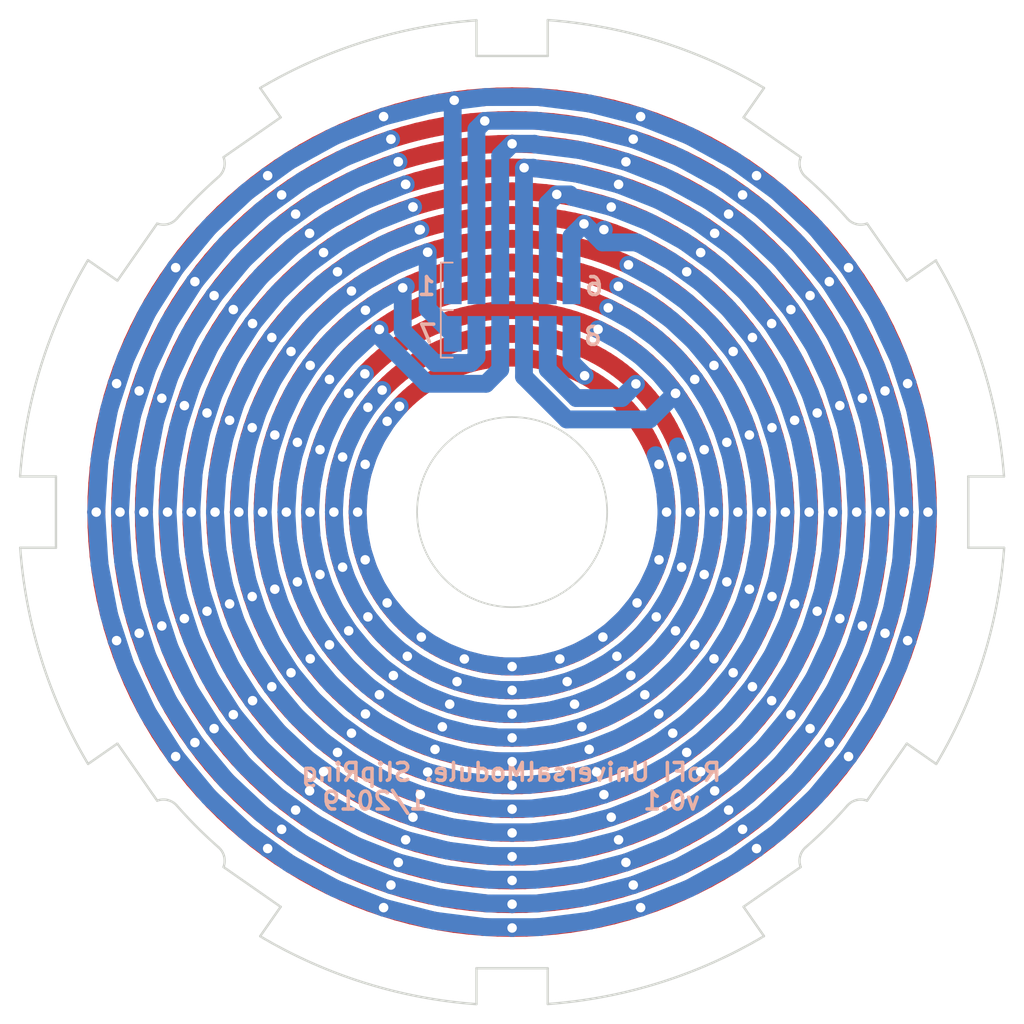
<source format=kicad_pcb>
(kicad_pcb (version 20171130) (host pcbnew 5.0.2-bee76a0~70~ubuntu18.04.1)
  (layers (0 F.Cu signal) (31 B.Cu signal) (34 B.Paste user) (35 F.Paste user) (36 B.SilkS user) (37 F.SilkS user) (38 B.Mask user) (39 F.Mask user) (44 Edge.Cuts user))
  (net 0 "")
  (net 1 /S1)
  (net 2 /S2)
  (net 3 /S3)
  (net 4 /S4)
  (net 5 /S5)
  (net 6 /S6)
  (net 7 /S12)
  (net 8 /S11)
  (net 9 /S10)
  (net 10 /S9)
  (net 11 /S8)
  (net 12 /S7)
  (module MountingHole:MountingHole_2.2mm_M2 (layer F.Cu) (at 177.25 102.05)
    (fp_text reference H8 hide)
    (fp_text value MountingHole)
    (pad 1 np_thru_hole circle (at 0 0) (size 2.2 2.2) (drill 2.2) (layers *.Cu *.Mask))
  )
  (module MountingHole:MountingHole_2.2mm_M2 (layer F.Cu) (at 152.1 52.7)
    (fp_text reference H7 hide)
    (fp_text value MountingHole)
    (pad 1 np_thru_hole circle (at 0 0) (size 2.2 2.2) (drill 2.2) (layers *.Cu *.Mask))
  )
  (module MountingHole:MountingHole_2.2mm_M2 (layer F.Cu) (at 127.875 127.225)
    (fp_text reference H6 hide)
    (fp_text value MountingHole)
    (pad 1 np_thru_hole circle (at 0 0) (size 2.2 2.2) (drill 2.2) (layers *.Cu *.Mask))
  )
  (module MountingHole:MountingHole_2.2mm_M2 (layer F.Cu) (at 102.8 77.9)
    (fp_text reference H5 hide)
    (fp_text value MountingHole)
    (pad 1 np_thru_hole circle (at 0 0) (size 2.2 2.2) (drill 2.2) (layers *.Cu *.Mask))
  )
  (module MountingHole:MountingHole_2.2mm_M2 (layer F.Cu) (at 177.2 77.9)
    (fp_text reference H4 hide)
    (fp_text value MountingHole)
    (pad 1 np_thru_hole circle (at 0 0) (size 2.2 2.2) (drill 2.2) (layers *.Cu *.Mask))
  )
  (module MountingHole:MountingHole_2.2mm_M2 (layer F.Cu) (at 152.1 127.2)
    (fp_text reference H3 hide)
    (fp_text value MountingHole)
    (pad 1 np_thru_hole circle (at 0 0) (size 2.2 2.2) (drill 2.2) (layers *.Cu *.Mask))
  )
  (module MountingHole:MountingHole_2.2mm_M2 (layer F.Cu) (at 102.8 102.1)
    (fp_text reference H2 hide)
    (fp_text value MountingHole)
    (pad 1 np_thru_hole circle (at 0 0) (size 2.2 2.2) (drill 2.2) (layers *.Cu *.Mask))
  )
  (module MountingHole:MountingHole_2.2mm_M2 (layer F.Cu) (at 127.9 52.8)
    (fp_text reference H1 hide)
    (fp_text value MountingHole)
    (pad 1 np_thru_hole circle (at 0 0) (size 2.2 2.2) (drill 2.2) (layers *.Cu *.Mask))
  )
  (module rofi:WirePad_1.5mm_6pin (layer B.Cu) (at 140 75)
    (fp_text reference J2 hide)
    (fp_text value Conn_01x06_Male)
    (pad 6 smd rect (at 5 0) (size 1.5 3) (layers B.Cu B.Paste B.Mask) (net 7 /S12))
    (pad 5 smd rect (at 3 0) (size 1.5 3) (layers B.Cu B.Paste B.Mask) (net 8 /S11))
    (pad 4 smd rect (at 1 0) (size 1.5 3) (layers B.Cu B.Paste B.Mask) (net 9 /S10))
    (pad 3 smd rect (at -1 0) (size 1.5 3) (layers B.Cu B.Paste B.Mask) (net 10 /S9))
    (pad 2 smd rect (at -3 0) (size 1.5 3) (layers B.Cu B.Paste B.Mask) (net 11 /S8))
    (pad 1 smd rect (at -5 0) (size 1.5 3) (layers B.Cu B.Paste B.Mask) (net 12 /S7))
  )
  (module rofi:WirePad_1.5mm_6pin (layer B.Cu) (at 140 71)
    (fp_text reference J1 hide)
    (fp_text value Conn_01x06_Male)
    (pad 1 smd rect (at -5 0) (size 1.5 3) (layers B.Cu B.Paste B.Mask) (net 1 /S1))
    (pad 2 smd rect (at -3 0) (size 1.5 3) (layers B.Cu B.Paste B.Mask) (net 2 /S2))
    (pad 3 smd rect (at -1 0) (size 1.5 3) (layers B.Cu B.Paste B.Mask) (net 3 /S3))
    (pad 4 smd rect (at 1 0) (size 1.5 3) (layers B.Cu B.Paste B.Mask) (net 4 /S4))
    (pad 5 smd rect (at 3 0) (size 1.5 3) (layers B.Cu B.Paste B.Mask) (net 5 /S5))
    (pad 6 smd rect (at 5 0) (size 1.5 3) (layers B.Cu B.Paste B.Mask) (net 6 /S6))
  )
  (gr_text "RoFI UniversalModule: SlipRing\nv0.1                1/2019" (at 139.925 113.1) (layer B.SilkS) (effects (font (size 1.5 1.5) (thickness 0.3)) (justify mirror)))
  (gr_text 8 (at 146.8 75.2) (layer B.SilkS) (effects (font (size 1.5 1.5) (thickness 0.3)) (justify mirror)))
  (gr_text 7 (at 132.9 75) (layer B.SilkS) (effects (font (size 1.5 1.5) (thickness 0.3)) (justify mirror)))
  (gr_text 6 (at 146.9 71) (layer B.SilkS) (effects (font (size 1.5 1.5) (thickness 0.3)) (justify mirror)))
  (gr_text 1 (at 132.8 71) (layer B.SilkS) (effects (font (size 1.5 1.5) (thickness 0.3)) (justify mirror)))
  (gr_arc (start 140 90) (end 161.199999 54.300001) (angle -26.56018238) (layer Edge.Cuts) (width 0.2))
  (gr_arc (start 140 90.1) (end 181.4 87) (angle -26.53966339) (layer Edge.Cuts) (width 0.2))
  (gr_arc (start 140 90) (end 175.699999 111.199999) (angle -26.55880631) (layer Edge.Cuts) (width 0.2))
  (gr_arc (start 140 90) (end 142.999999 131.399999) (angle -26.55880807) (layer Edge.Cuts) (width 0.2))
  (gr_arc (start 140 90) (end 118.8 125.7) (angle -26.55880679) (layer Edge.Cuts) (width 0.2))
  (gr_arc (start 140 90) (end 98.600001 92.999999) (angle -26.55880807) (layer Edge.Cuts) (width 0.2))
  (gr_arc (start 140 90) (end 104.3 68.8) (angle -26.56681394) (layer Edge.Cuts) (width 0.2))
  (gr_arc (start 140 90.108576) (end 137 48.608576) (angle -26.5165565) (layer Edge.Cuts) (width 0.2))
  (gr_circle (center 140 90) (end 148 90) (layer Edge.Cuts) (width 0.15))
  (gr_line (start 169.870067 114.286972) (end 173.218708 109.478678) (layer Edge.Cuts) (width 0.2))
  (gr_line (start 120.521322 56.781292) (end 115.713028 60.129933) (layer Edge.Cuts) (width 0.2))
  (gr_line (start 120.521322 123.218708) (end 118.806838 125.680526) (layer Edge.Cuts) (width 0.2))
  (gr_line (start 101.608576 87) (end 98.608576 87) (layer Edge.Cuts) (width 0.2))
  (gr_line (start 137 48.608576) (end 137 51.608576) (layer Edge.Cuts) (width 0.2))
  (gr_line (start 143 51.608576) (end 143 48.608576) (layer Edge.Cuts) (width 0.2))
  (gr_line (start 106.781292 70.521322) (end 104.319474 68.806838) (layer Edge.Cuts) (width 0.2))
  (gr_line (start 178.391424 87) (end 178.391424 93) (layer Edge.Cuts) (width 0.2))
  (gr_line (start 143 131.391424) (end 143 128.391424) (layer Edge.Cuts) (width 0.2))
  (gr_line (start 161.193162 125.680526) (end 159.478678 123.218708) (layer Edge.Cuts) (width 0.2))
  (gr_arc (start 114.308946 119.342286) (end 115.713028 119.870067) (angle -69.4) (layer Edge.Cuts) (width 0.2))
  (gr_arc (start 140 90) (end 168.213736 65.297063) (angle -7.6) (layer Edge.Cuts) (width 0.2))
  (gr_line (start 173.218708 109.478678) (end 175.680526 111.193162) (layer Edge.Cuts) (width 0.2))
  (gr_line (start 178.391424 93) (end 181.391424 93) (layer Edge.Cuts) (width 0.2))
  (gr_arc (start 169.342286 115.691054) (end 169.870067 114.286972) (angle -69.4) (layer Edge.Cuts) (width 0.2))
  (gr_line (start 118.806838 54.319474) (end 120.521322 56.781292) (layer Edge.Cuts) (width 0.2))
  (gr_line (start 159.478678 56.781292) (end 161.193162 54.319474) (layer Edge.Cuts) (width 0.2))
  (gr_arc (start 140 90) (end 115.297063 61.786264) (angle -7.6) (layer Edge.Cuts) (width 0.2))
  (gr_arc (start 140 90) (end 111.786264 114.702937) (angle -7.6) (layer Edge.Cuts) (width 0.2))
  (gr_line (start 101.608576 93) (end 101.608576 87) (layer Edge.Cuts) (width 0.2))
  (gr_arc (start 169.342286 64.308946) (end 168.213736 65.297063) (angle -69.4) (layer Edge.Cuts) (width 0.2))
  (gr_line (start 115.713028 119.870067) (end 120.521322 123.218708) (layer Edge.Cuts) (width 0.2))
  (gr_line (start 98.608576 93) (end 101.608576 93) (layer Edge.Cuts) (width 0.2))
  (gr_arc (start 110.657714 64.308946) (end 110.129933 65.713028) (angle -69.4) (layer Edge.Cuts) (width 0.2))
  (gr_line (start 181.391424 87) (end 178.391424 87) (layer Edge.Cuts) (width 0.2))
  (gr_line (start 137 51.608576) (end 143 51.608576) (layer Edge.Cuts) (width 0.2))
  (gr_line (start 104.319474 111.193162) (end 106.781292 109.478678) (layer Edge.Cuts) (width 0.2))
  (gr_line (start 175.680526 68.806838) (end 173.218708 70.521322) (layer Edge.Cuts) (width 0.2))
  (gr_line (start 173.218708 70.521322) (end 169.870067 65.713028) (layer Edge.Cuts) (width 0.2))
  (gr_line (start 143 128.391424) (end 137 128.391424) (layer Edge.Cuts) (width 0.2))
  (gr_arc (start 114.308946 60.657714) (end 115.297063 61.786264) (angle -69.4) (layer Edge.Cuts) (width 0.2))
  (gr_arc (start 165.691054 119.342286) (end 164.702937 118.213736) (angle -69.4) (layer Edge.Cuts) (width 0.2))
  (gr_line (start 110.129933 65.713028) (end 106.781292 70.521322) (layer Edge.Cuts) (width 0.2))
  (gr_arc (start 140 90) (end 164.702937 118.213736) (angle -7.6) (layer Edge.Cuts) (width 0.2))
  (gr_line (start 164.286972 60.129933) (end 159.478678 56.781292) (layer Edge.Cuts) (width 0.2))
  (gr_line (start 159.478678 123.218708) (end 164.286972 119.870067) (layer Edge.Cuts) (width 0.2))
  (gr_line (start 137 128.391424) (end 137 131.391424) (layer Edge.Cuts) (width 0.2))
  (gr_line (start 106.781292 109.478678) (end 110.129933 114.286972) (layer Edge.Cuts) (width 0.2))
  (gr_arc (start 110.657714 115.691054) (end 111.786264 114.702937) (angle -69.4) (layer Edge.Cuts) (width 0.2))
  (gr_arc (start 165.691054 60.657714) (end 164.286972 60.129933) (angle -69.4) (layer Edge.Cuts) (width 0.2))
  (via (at 163 90) (size 1.5) (drill 0.8) (layers F.Cu B.Cu) (net 12))
  (via (at 161.874299 97.10739) (size 1.5) (drill 0.8) (layers F.Cu B.Cu) (net 12))
  (via (at 158.60739 103.51906) (size 1.5) (drill 0.8) (layers F.Cu B.Cu) (net 12))
  (via (at 153.51906 108.60739) (size 1.5) (drill 0.8) (layers F.Cu B.Cu) (net 12))
  (via (at 147.10739 111.874299) (size 1.5) (drill 0.8) (layers F.Cu B.Cu) (net 12))
  (via (at 140 113) (size 1.5) (drill 0.8) (layers F.Cu B.Cu) (net 12))
  (via (at 132.892609 111.874299) (size 1.5) (drill 0.8) (layers F.Cu B.Cu) (net 12))
  (via (at 126.480939 108.60739) (size 1.5) (drill 0.8) (layers F.Cu B.Cu) (net 12))
  (via (at 121.392609 103.51906) (size 1.5) (drill 0.8) (layers F.Cu B.Cu) (net 12))
  (via (at 118.1257 97.10739) (size 1.5) (drill 0.8) (layers F.Cu B.Cu) (net 12))
  (via (at 117 90) (size 1.5) (drill 0.8) (layers F.Cu B.Cu) (net 12))
  (via (at 118.1257 82.892609) (size 1.5) (drill 0.8) (layers F.Cu B.Cu) (net 12))
  (via (at 121.392609 76.480939) (size 1.5) (drill 0.8) (layers F.Cu B.Cu) (net 12))
  (via (at 132.892609 68.1257) (size 1.5) (drill 0.8) (layers F.Cu B.Cu) (net 12))
  (via (at 158.60739 76.480939) (size 1.5) (drill 0.8) (layers F.Cu B.Cu) (net 12))
  (via (at 161.874299 82.892609) (size 1.5) (drill 0.8) (layers F.Cu B.Cu) (net 12))
  (via (at 161 90) (size 1.5) (drill 0.8) (layers F.Cu B.Cu) (net 11))
  (via (at 159.972186 96.489356) (size 1.5) (drill 0.8) (layers F.Cu B.Cu) (net 11))
  (via (at 156.989356 102.34349) (size 1.5) (drill 0.8) (layers F.Cu B.Cu) (net 11))
  (via (at 152.34349 106.989356) (size 1.5) (drill 0.8) (layers F.Cu B.Cu) (net 11))
  (via (at 146.489356 109.972186) (size 1.5) (drill 0.8) (layers F.Cu B.Cu) (net 11))
  (via (at 140 111) (size 1.5) (drill 0.8) (layers F.Cu B.Cu) (net 11))
  (via (at 133.510643 109.972186) (size 1.5) (drill 0.8) (layers F.Cu B.Cu) (net 11))
  (via (at 127.656509 106.989356) (size 1.5) (drill 0.8) (layers F.Cu B.Cu) (net 11))
  (via (at 123.010643 102.34349) (size 1.5) (drill 0.8) (layers F.Cu B.Cu) (net 11))
  (via (at 120.027813 96.489356) (size 1.5) (drill 0.8) (layers F.Cu B.Cu) (net 11))
  (via (at 119 90) (size 1.5) (drill 0.8) (layers F.Cu B.Cu) (net 11))
  (via (at 120.027813 83.510643) (size 1.5) (drill 0.8) (layers F.Cu B.Cu) (net 11))
  (via (at 123.010643 77.656509) (size 1.5) (drill 0.8) (layers F.Cu B.Cu) (net 11))
  (via (at 156.989356 77.656509) (size 1.5) (drill 0.8) (layers F.Cu B.Cu) (net 11))
  (via (at 159.972186 83.510643) (size 1.5) (drill 0.8) (layers F.Cu B.Cu) (net 11))
  (via (at 159 90) (size 1.5) (drill 0.8) (layers F.Cu B.Cu) (net 10))
  (via (at 158.070073 95.871322) (size 1.5) (drill 0.8) (layers F.Cu B.Cu) (net 10))
  (via (at 155.371322 101.167919) (size 1.5) (drill 0.8) (layers F.Cu B.Cu) (net 10))
  (via (at 151.167919 105.371322) (size 1.5) (drill 0.8) (layers F.Cu B.Cu) (net 10))
  (via (at 145.871322 108.070073) (size 1.5) (drill 0.8) (layers F.Cu B.Cu) (net 10))
  (via (at 140 109) (size 1.5) (drill 0.8) (layers F.Cu B.Cu) (net 10))
  (via (at 134.128677 108.070073) (size 1.5) (drill 0.8) (layers F.Cu B.Cu) (net 10))
  (via (at 128.83208 105.371322) (size 1.5) (drill 0.8) (layers F.Cu B.Cu) (net 10))
  (via (at 124.628677 101.167919) (size 1.5) (drill 0.8) (layers F.Cu B.Cu) (net 10))
  (via (at 121.929926 95.871322) (size 1.5) (drill 0.8) (layers F.Cu B.Cu) (net 10))
  (via (at 121 90) (size 1.5) (drill 0.8) (layers F.Cu B.Cu) (net 10))
  (via (at 121.929926 84.128677) (size 1.5) (drill 0.8) (layers F.Cu B.Cu) (net 10))
  (via (at 124.628677 78.83208) (size 1.5) (drill 0.8) (layers F.Cu B.Cu) (net 10))
  (via (at 155.371322 78.83208) (size 1.5) (drill 0.8) (layers F.Cu B.Cu) (net 10))
  (via (at 158.070073 84.128677) (size 1.5) (drill 0.8) (layers F.Cu B.Cu) (net 10))
  (via (at 157 90) (size 1.5) (drill 0.8) (layers F.Cu B.Cu) (net 9))
  (via (at 156.16796 95.253288) (size 1.5) (drill 0.8) (layers F.Cu B.Cu) (net 9))
  (via (at 153.753288 99.992349) (size 1.5) (drill 0.8) (layers F.Cu B.Cu) (net 9))
  (via (at 149.992349 103.753288) (size 1.5) (drill 0.8) (layers F.Cu B.Cu) (net 9))
  (via (at 145.253288 106.16796) (size 1.5) (drill 0.8) (layers F.Cu B.Cu) (net 9))
  (via (at 140 107) (size 1.5) (drill 0.8) (layers F.Cu B.Cu) (net 9))
  (via (at 134.746711 106.16796) (size 1.5) (drill 0.8) (layers F.Cu B.Cu) (net 9))
  (via (at 130.00765 103.753288) (size 1.5) (drill 0.8) (layers F.Cu B.Cu) (net 9))
  (via (at 126.246711 99.992349) (size 1.5) (drill 0.8) (layers F.Cu B.Cu) (net 9))
  (via (at 123.832039 95.253288) (size 1.5) (drill 0.8) (layers F.Cu B.Cu) (net 9))
  (via (at 123 90) (size 1.5) (drill 0.8) (layers F.Cu B.Cu) (net 9))
  (via (at 123.832039 84.746711) (size 1.5) (drill 0.8) (layers F.Cu B.Cu) (net 9))
  (via (at 126.246711 80.00765) (size 1.5) (drill 0.8) (layers F.Cu B.Cu) (net 9))
  (via (at 153.753288 80.00765) (size 1.5) (drill 0.8) (layers F.Cu B.Cu) (net 9))
  (via (at 156.16796 84.746711) (size 1.5) (drill 0.8) (layers F.Cu B.Cu) (net 9))
  (via (at 155 90) (size 1.5) (drill 0.8) (layers F.Cu B.Cu) (net 8))
  (via (at 154.265847 94.635254) (size 1.5) (drill 0.8) (layers F.Cu B.Cu) (net 8))
  (via (at 152.135254 98.816778) (size 1.5) (drill 0.8) (layers F.Cu B.Cu) (net 8))
  (via (at 148.816778 102.135254) (size 1.5) (drill 0.8) (layers F.Cu B.Cu) (net 8))
  (via (at 144.635254 104.265847) (size 1.5) (drill 0.8) (layers F.Cu B.Cu) (net 8))
  (via (at 140 105) (size 1.5) (drill 0.8) (layers F.Cu B.Cu) (net 8))
  (via (at 135.364745 104.265847) (size 1.5) (drill 0.8) (layers F.Cu B.Cu) (net 8))
  (via (at 131.183221 102.135254) (size 1.5) (drill 0.8) (layers F.Cu B.Cu) (net 8))
  (via (at 127.864745 98.816778) (size 1.5) (drill 0.8) (layers F.Cu B.Cu) (net 8))
  (via (at 125.734152 94.635254) (size 1.5) (drill 0.8) (layers F.Cu B.Cu) (net 8))
  (via (at 125 90) (size 1.5) (drill 0.8) (layers F.Cu B.Cu) (net 8))
  (via (at 125.734152 85.364745) (size 1.5) (drill 0.8) (layers F.Cu B.Cu) (net 8))
  (via (at 127.864745 81.183221) (size 1.5) (drill 0.8) (layers F.Cu B.Cu) (net 8))
  (via (at 154.265847 85.364745) (size 1.5) (drill 0.8) (layers F.Cu B.Cu) (net 8))
  (via (at 153 90) (size 1.5) (drill 0.8) (layers F.Cu B.Cu) (net 7))
  (via (at 152.363734 94.01722) (size 1.5) (drill 0.8) (layers F.Cu B.Cu) (net 7))
  (via (at 150.51722 97.641208) (size 1.5) (drill 0.8) (layers F.Cu B.Cu) (net 7))
  (via (at 147.641208 100.51722) (size 1.5) (drill 0.8) (layers F.Cu B.Cu) (net 7))
  (via (at 144.01722 102.363734) (size 1.5) (drill 0.8) (layers F.Cu B.Cu) (net 7))
  (via (at 140 103) (size 1.5) (drill 0.8) (layers F.Cu B.Cu) (net 7))
  (via (at 135.982779 102.363734) (size 1.5) (drill 0.8) (layers F.Cu B.Cu) (net 7))
  (via (at 132.358791 100.51722) (size 1.5) (drill 0.8) (layers F.Cu B.Cu) (net 7))
  (via (at 129.482779 97.641208) (size 1.5) (drill 0.8) (layers F.Cu B.Cu) (net 7))
  (via (at 127.636265 94.01722) (size 1.5) (drill 0.8) (layers F.Cu B.Cu) (net 7))
  (via (at 127 90) (size 1.5) (drill 0.8) (layers F.Cu B.Cu) (net 7))
  (via (at 127.636265 85.982779) (size 1.5) (drill 0.8) (layers F.Cu B.Cu) (net 7))
  (via (at 129.482779 82.358791) (size 1.5) (drill 0.8) (layers F.Cu B.Cu) (net 7))
  (via (at 152.363734 85.982779) (size 1.5) (drill 0.8) (layers F.Cu B.Cu) (net 7))
  (via (at 126.480939 71.392609) (size 1.5) (drill 0.8) (layers F.Cu B.Cu) (net 12))
  (via (at 127.656509 73.010643) (size 1.5) (drill 0.8) (layers F.Cu B.Cu) (net 11))
  (via (at 175 90) (size 1.5) (drill 0.8) (layers F.Cu B.Cu) (net 1))
  (via (at 173.286978 100.815594) (size 1.5) (drill 0.8) (layers F.Cu B.Cu) (net 1))
  (via (at 168.315594 110.572483) (size 1.5) (drill 0.8) (layers F.Cu B.Cu) (net 1))
  (via (at 160.572483 118.315594) (size 1.5) (drill 0.8) (layers F.Cu B.Cu) (net 1))
  (via (at 150.815594 123.286978) (size 1.5) (drill 0.8) (layers F.Cu B.Cu) (net 1))
  (via (at 140 125) (size 1.5) (drill 0.8) (layers F.Cu B.Cu) (net 1))
  (via (at 129.184405 123.286978) (size 1.5) (drill 0.8) (layers F.Cu B.Cu) (net 1))
  (via (at 119.427516 118.315594) (size 1.5) (drill 0.8) (layers F.Cu B.Cu) (net 1))
  (via (at 111.684405 110.572483) (size 1.5) (drill 0.8) (layers F.Cu B.Cu) (net 1))
  (via (at 106.713021 100.815594) (size 1.5) (drill 0.8) (layers F.Cu B.Cu) (net 1))
  (via (at 105 90) (size 1.5) (drill 0.8) (layers F.Cu B.Cu) (net 1))
  (via (at 106.713021 79.184405) (size 1.5) (drill 0.8) (layers F.Cu B.Cu) (net 1))
  (via (at 111.684405 69.427516) (size 1.5) (drill 0.8) (layers F.Cu B.Cu) (net 1))
  (via (at 119.427516 61.684405) (size 1.5) (drill 0.8) (layers F.Cu B.Cu) (net 1))
  (via (at 129.184405 56.713021) (size 1.5) (drill 0.8) (layers F.Cu B.Cu) (net 1))
  (via (at 150.815594 56.713021) (size 1.5) (drill 0.8) (layers F.Cu B.Cu) (net 1))
  (via (at 160.572483 61.684405) (size 1.5) (drill 0.8) (layers F.Cu B.Cu) (net 1))
  (via (at 168.315594 69.427516) (size 1.5) (drill 0.8) (layers F.Cu B.Cu) (net 1))
  (via (at 173.286978 79.184405) (size 1.5) (drill 0.8) (layers F.Cu B.Cu) (net 1))
  (segment (start 174.724014 85.613336) (end 175 90) (width 1.5) (layer B.Cu) (net 1))
  (segment (start 173.90041 81.295853) (end 174.724014 85.613336) (width 1.5) (layer B.Cu) (net 1))
  (segment (start 172.542177 77.11564) (end 173.90041 81.295853) (width 1.5) (layer B.Cu) (net 1))
  (segment (start 170.670733 73.138621) (end 172.542177 77.11564) (width 1.5) (layer B.Cu) (net 1))
  (segment (start 168.315594 69.427516) (end 170.670733 73.138621) (width 1.5) (layer B.Cu) (net 1))
  (segment (start 165.513901 66.040851) (end 168.315594 69.427516) (width 1.5) (layer B.Cu) (net 1))
  (segment (start 162.309839 63.032036) (end 165.513901 66.040851) (width 1.5) (layer B.Cu) (net 1))
  (segment (start 158.753937 60.448522) (end 162.309839 63.032036) (width 1.5) (layer B.Cu) (net 1))
  (segment (start 154.902275 58.331053) (end 158.753937 60.448522) (width 1.5) (layer B.Cu) (net 1))
  (segment (start 150.815594 56.713021) (end 154.902275 58.331053) (width 1.5) (layer B.Cu) (net 1))
  (segment (start 146.558346 55.619946) (end 150.815594 56.713021) (width 1.5) (layer B.Cu) (net 1))
  (segment (start 142.197668 55.069064) (end 146.558346 55.619946) (width 1.5) (layer B.Cu) (net 1))
  (segment (start 137.802331 55.069064) (end 142.197668 55.069064) (width 1.5) (layer B.Cu) (net 1))
  (segment (start 133.441653 55.619946) (end 137.802331 55.069064) (width 1.5) (layer B.Cu) (net 1))
  (segment (start 129.184405 56.713021) (end 133.441653 55.619946) (width 1.5) (layer B.Cu) (net 1))
  (segment (start 125.097724 58.331053) (end 129.184405 56.713021) (width 1.5) (layer B.Cu) (net 1))
  (segment (start 121.246062 60.448522) (end 125.097724 58.331053) (width 1.5) (layer B.Cu) (net 1))
  (segment (start 117.69016 63.032036) (end 121.246062 60.448522) (width 1.5) (layer B.Cu) (net 1))
  (segment (start 114.486098 66.040851) (end 117.69016 63.032036) (width 1.5) (layer B.Cu) (net 1))
  (segment (start 111.684405 69.427516) (end 114.486098 66.040851) (width 1.5) (layer B.Cu) (net 1))
  (segment (start 109.329266 73.138621) (end 111.684405 69.427516) (width 1.5) (layer B.Cu) (net 1))
  (segment (start 107.457822 77.11564) (end 109.329266 73.138621) (width 1.5) (layer B.Cu) (net 1))
  (segment (start 106.099589 81.295853) (end 107.457822 77.11564) (width 1.5) (layer B.Cu) (net 1))
  (segment (start 105.275985 85.613336) (end 106.099589 81.295853) (width 1.5) (layer B.Cu) (net 1))
  (segment (start 105 89.999999) (end 105.275985 85.613336) (width 1.5) (layer B.Cu) (net 1))
  (segment (start 105.275985 94.386663) (end 105 89.999999) (width 1.5) (layer B.Cu) (net 1))
  (segment (start 106.099589 98.704146) (end 105.275985 94.386663) (width 1.5) (layer B.Cu) (net 1))
  (segment (start 107.457822 102.884359) (end 106.099589 98.704146) (width 1.5) (layer B.Cu) (net 1))
  (segment (start 109.329266 106.861378) (end 107.457822 102.884359) (width 1.5) (layer B.Cu) (net 1))
  (segment (start 111.684405 110.572483) (end 109.329266 106.861378) (width 1.5) (layer B.Cu) (net 1))
  (segment (start 114.486098 113.959148) (end 111.684405 110.572483) (width 1.5) (layer B.Cu) (net 1))
  (segment (start 117.69016 116.967963) (end 114.486098 113.959148) (width 1.5) (layer B.Cu) (net 1))
  (segment (start 121.246062 119.551477) (end 117.69016 116.967963) (width 1.5) (layer B.Cu) (net 1))
  (segment (start 125.097724 121.668946) (end 121.246062 119.551477) (width 1.5) (layer B.Cu) (net 1))
  (segment (start 129.184405 123.286978) (end 125.097724 121.668946) (width 1.5) (layer B.Cu) (net 1))
  (segment (start 133.441653 124.380053) (end 129.184405 123.286978) (width 1.5) (layer B.Cu) (net 1))
  (segment (start 137.802331 124.930935) (end 133.441653 124.380053) (width 1.5) (layer B.Cu) (net 1))
  (segment (start 142.197668 124.930935) (end 137.802331 124.930935) (width 1.5) (layer B.Cu) (net 1))
  (segment (start 146.558346 124.380053) (end 142.197668 124.930935) (width 1.5) (layer B.Cu) (net 1))
  (segment (start 150.815594 123.286978) (end 146.558346 124.380053) (width 1.5) (layer B.Cu) (net 1))
  (segment (start 154.902275 121.668946) (end 150.815594 123.286978) (width 1.5) (layer B.Cu) (net 1))
  (segment (start 158.753937 119.551477) (end 154.902275 121.668946) (width 1.5) (layer B.Cu) (net 1))
  (segment (start 162.309839 116.967963) (end 158.753937 119.551477) (width 1.5) (layer B.Cu) (net 1))
  (segment (start 165.513901 113.959148) (end 162.309839 116.967963) (width 1.5) (layer B.Cu) (net 1))
  (segment (start 168.315594 110.572483) (end 165.513901 113.959148) (width 1.5) (layer B.Cu) (net 1))
  (segment (start 170.670733 106.861378) (end 168.315594 110.572483) (width 1.5) (layer B.Cu) (net 1))
  (segment (start 172.542177 102.884359) (end 170.670733 106.861378) (width 1.5) (layer B.Cu) (net 1))
  (segment (start 173.90041 98.704146) (end 172.542177 102.884359) (width 1.5) (layer B.Cu) (net 1))
  (segment (start 174.724014 94.386663) (end 173.90041 98.704146) (width 1.5) (layer B.Cu) (net 1))
  (segment (start 175 90) (end 174.724014 94.386663) (width 1.5) (layer B.Cu) (net 1))
  (segment (start 174.978678 88.778517) (end 175 89.999999) (width 1.5) (layer F.Cu) (net 1))
  (segment (start 174.914741 87.558523) (end 174.978678 88.778517) (width 1.5) (layer F.Cu) (net 1))
  (segment (start 174.808266 86.341503) (end 174.914741 87.558523) (width 1.5) (layer F.Cu) (net 1))
  (segment (start 174.659382 85.128941) (end 174.808266 86.341503) (width 1.5) (layer F.Cu) (net 1))
  (segment (start 174.468271 83.922313) (end 174.659382 85.128941) (width 1.5) (layer F.Cu) (net 1))
  (segment (start 174.235166 82.72309) (end 174.468271 83.922313) (width 1.5) (layer F.Cu) (net 1))
  (segment (start 173.96035 81.532733) (end 174.235166 82.72309) (width 1.5) (layer F.Cu) (net 1))
  (segment (start 173.644159 80.352692) (end 173.96035 81.532733) (width 1.5) (layer F.Cu) (net 1))
  (segment (start 173.286978 79.184405) (end 173.644159 80.352692) (width 1.5) (layer F.Cu) (net 1))
  (segment (start 172.889241 78.029294) (end 173.286978 79.184405) (width 1.5) (layer F.Cu) (net 1))
  (segment (start 172.451434 76.888769) (end 172.889241 78.029294) (width 1.5) (layer F.Cu) (net 1))
  (segment (start 171.974091 75.764217) (end 172.451434 76.888769) (width 1.5) (layer F.Cu) (net 1))
  (segment (start 171.457791 74.657009) (end 171.974091 75.764217) (width 1.5) (layer F.Cu) (net 1))
  (segment (start 170.903165 73.568495) (end 171.457791 74.657009) (width 1.5) (layer F.Cu) (net 1))
  (segment (start 170.310889 72.499999) (end 170.903165 73.568495) (width 1.5) (layer F.Cu) (net 1))
  (segment (start 169.681683 71.452825) (end 170.310889 72.499999) (width 1.5) (layer F.Cu) (net 1))
  (segment (start 169.016315 70.428248) (end 169.681683 71.452825) (width 1.5) (layer F.Cu) (net 1))
  (segment (start 168.315594 69.427516) (end 169.016315 70.428248) (width 1.5) (layer F.Cu) (net 1))
  (segment (start 167.580376 68.451848) (end 168.315594 69.427516) (width 1.5) (layer F.Cu) (net 1))
  (segment (start 166.811555 67.502433) (end 167.580376 68.451848) (width 1.5) (layer F.Cu) (net 1))
  (segment (start 166.010068 66.580428) (end 166.811555 67.502433) (width 1.5) (layer F.Cu) (net 1))
  (segment (start 165.176893 65.686957) (end 166.010068 66.580428) (width 1.5) (layer F.Cu) (net 1))
  (segment (start 164.313042 64.823106) (end 165.176893 65.686957) (width 1.5) (layer F.Cu) (net 1))
  (segment (start 163.419571 63.989931) (end 164.313042 64.823106) (width 1.5) (layer F.Cu) (net 1))
  (segment (start 162.497566 63.188444) (end 163.419571 63.989931) (width 1.5) (layer F.Cu) (net 1))
  (segment (start 161.548151 62.419623) (end 162.497566 63.188444) (width 1.5) (layer F.Cu) (net 1))
  (segment (start 160.572483 61.684405) (end 161.548151 62.419623) (width 1.5) (layer F.Cu) (net 1))
  (segment (start 159.571751 60.983684) (end 160.572483 61.684405) (width 1.5) (layer F.Cu) (net 1))
  (segment (start 158.547174 60.318316) (end 159.571751 60.983684) (width 1.5) (layer F.Cu) (net 1))
  (segment (start 157.5 59.68911) (end 158.547174 60.318316) (width 1.5) (layer F.Cu) (net 1))
  (segment (start 156.431504 59.096834) (end 157.499999 59.68911) (width 1.5) (layer F.Cu) (net 1))
  (segment (start 155.34299 58.542208) (end 156.431504 59.096834) (width 1.5) (layer F.Cu) (net 1))
  (segment (start 154.235782 58.025908) (end 155.34299 58.542208) (width 1.5) (layer F.Cu) (net 1))
  (segment (start 153.11123 57.548565) (end 154.235782 58.025908) (width 1.5) (layer F.Cu) (net 1))
  (segment (start 151.970705 57.110758) (end 153.11123 57.548565) (width 1.5) (layer F.Cu) (net 1))
  (segment (start 150.815594 56.713021) (end 151.970705 57.110758) (width 1.5) (layer F.Cu) (net 1))
  (segment (start 149.647307 56.35584) (end 150.815594 56.713021) (width 1.5) (layer F.Cu) (net 1))
  (segment (start 148.467266 56.039649) (end 149.647307 56.35584) (width 1.5) (layer F.Cu) (net 1))
  (segment (start 147.276909 55.764833) (end 148.467266 56.039649) (width 1.5) (layer F.Cu) (net 1))
  (segment (start 146.077686 55.531728) (end 147.276909 55.764833) (width 1.5) (layer F.Cu) (net 1))
  (segment (start 144.871058 55.340617) (end 146.077686 55.531728) (width 1.5) (layer F.Cu) (net 1))
  (segment (start 143.658496 55.191733) (end 144.871058 55.340617) (width 1.5) (layer F.Cu) (net 1))
  (segment (start 142.441476 55.085258) (end 143.658496 55.191733) (width 1.5) (layer F.Cu) (net 1))
  (segment (start 141.221482 55.021321) (end 142.441476 55.085258) (width 1.5) (layer F.Cu) (net 1))
  (segment (start 140 55) (end 141.221482 55.021321) (width 1.5) (layer F.Cu) (net 1))
  (segment (start 138.778517 55.021321) (end 140 55) (width 1.5) (layer F.Cu) (net 1))
  (segment (start 137.558523 55.085258) (end 138.778517 55.021321) (width 1.5) (layer F.Cu) (net 1))
  (segment (start 136.341503 55.191733) (end 137.558523 55.085258) (width 1.5) (layer F.Cu) (net 1))
  (segment (start 135.128941 55.340617) (end 136.341503 55.191733) (width 1.5) (layer F.Cu) (net 1))
  (segment (start 133.922313 55.531728) (end 135.128941 55.340617) (width 1.5) (layer F.Cu) (net 1))
  (segment (start 132.72309 55.764833) (end 133.922313 55.531728) (width 1.5) (layer F.Cu) (net 1))
  (segment (start 131.532733 56.039649) (end 132.72309 55.764833) (width 1.5) (layer F.Cu) (net 1))
  (segment (start 130.352692 56.35584) (end 131.532733 56.039649) (width 1.5) (layer F.Cu) (net 1))
  (segment (start 129.184405 56.713021) (end 130.352692 56.35584) (width 1.5) (layer F.Cu) (net 1))
  (segment (start 128.029294 57.110758) (end 129.184405 56.713021) (width 1.5) (layer F.Cu) (net 1))
  (segment (start 126.888769 57.548565) (end 128.029294 57.110758) (width 1.5) (layer F.Cu) (net 1))
  (segment (start 125.764217 58.025908) (end 126.888769 57.548565) (width 1.5) (layer F.Cu) (net 1))
  (segment (start 124.657009 58.542208) (end 125.764217 58.025908) (width 1.5) (layer F.Cu) (net 1))
  (segment (start 123.568495 59.096834) (end 124.657009 58.542208) (width 1.5) (layer F.Cu) (net 1))
  (segment (start 122.499999 59.68911) (end 123.568495 59.096834) (width 1.5) (layer F.Cu) (net 1))
  (segment (start 121.452825 60.318316) (end 122.499999 59.68911) (width 1.5) (layer F.Cu) (net 1))
  (segment (start 120.428248 60.983684) (end 121.452825 60.318316) (width 1.5) (layer F.Cu) (net 1))
  (segment (start 119.427516 61.684405) (end 120.428248 60.983684) (width 1.5) (layer F.Cu) (net 1))
  (segment (start 118.451848 62.419623) (end 119.427516 61.684405) (width 1.5) (layer F.Cu) (net 1))
  (segment (start 117.502433 63.188444) (end 118.451848 62.419623) (width 1.5) (layer F.Cu) (net 1))
  (segment (start 116.580428 63.989931) (end 117.502433 63.188444) (width 1.5) (layer F.Cu) (net 1))
  (segment (start 115.686957 64.823106) (end 116.580428 63.989931) (width 1.5) (layer F.Cu) (net 1))
  (segment (start 114.823106 65.686957) (end 115.686957 64.823106) (width 1.5) (layer F.Cu) (net 1))
  (segment (start 113.989931 66.580428) (end 114.823106 65.686957) (width 1.5) (layer F.Cu) (net 1))
  (segment (start 113.188444 67.502433) (end 113.989931 66.580428) (width 1.5) (layer F.Cu) (net 1))
  (segment (start 112.419623 68.451848) (end 113.188444 67.502433) (width 1.5) (layer F.Cu) (net 1))
  (segment (start 111.684405 69.427516) (end 112.419623 68.451848) (width 1.5) (layer F.Cu) (net 1))
  (segment (start 110.983684 70.428248) (end 111.684405 69.427516) (width 1.5) (layer F.Cu) (net 1))
  (segment (start 110.318316 71.452825) (end 110.983684 70.428248) (width 1.5) (layer F.Cu) (net 1))
  (segment (start 109.68911 72.5) (end 110.318316 71.452825) (width 1.5) (layer F.Cu) (net 1))
  (segment (start 109.096834 73.568495) (end 109.68911 72.5) (width 1.5) (layer F.Cu) (net 1))
  (segment (start 108.542208 74.657009) (end 109.096834 73.568495) (width 1.5) (layer F.Cu) (net 1))
  (segment (start 108.025908 75.764217) (end 108.542208 74.657009) (width 1.5) (layer F.Cu) (net 1))
  (segment (start 107.548565 76.888769) (end 108.025908 75.764217) (width 1.5) (layer F.Cu) (net 1))
  (segment (start 107.110758 78.029294) (end 107.548565 76.888769) (width 1.5) (layer F.Cu) (net 1))
  (segment (start 106.713021 79.184405) (end 107.110758 78.029294) (width 1.5) (layer F.Cu) (net 1))
  (segment (start 106.35584 80.352692) (end 106.713021 79.184405) (width 1.5) (layer F.Cu) (net 1))
  (segment (start 106.039649 81.532733) (end 106.35584 80.352692) (width 1.5) (layer F.Cu) (net 1))
  (segment (start 105.764833 82.72309) (end 106.039649 81.532733) (width 1.5) (layer F.Cu) (net 1))
  (segment (start 105.531728 83.922313) (end 105.764833 82.72309) (width 1.5) (layer F.Cu) (net 1))
  (segment (start 105.340617 85.128941) (end 105.531728 83.922313) (width 1.5) (layer F.Cu) (net 1))
  (segment (start 105.191733 86.341503) (end 105.340617 85.128941) (width 1.5) (layer F.Cu) (net 1))
  (segment (start 105.085258 87.558523) (end 105.191733 86.341503) (width 1.5) (layer F.Cu) (net 1))
  (segment (start 105.021321 88.778517) (end 105.085258 87.558523) (width 1.5) (layer F.Cu) (net 1))
  (segment (start 105 90) (end 105.021321 88.778517) (width 1.5) (layer F.Cu) (net 1))
  (segment (start 105.021321 91.221482) (end 105 90) (width 1.5) (layer F.Cu) (net 1))
  (segment (start 105.085258 92.441476) (end 105.021321 91.221482) (width 1.5) (layer F.Cu) (net 1))
  (segment (start 105.191733 93.658496) (end 105.085258 92.441476) (width 1.5) (layer F.Cu) (net 1))
  (segment (start 105.340617 94.871058) (end 105.191733 93.658496) (width 1.5) (layer F.Cu) (net 1))
  (segment (start 105.531728 96.077686) (end 105.340617 94.871058) (width 1.5) (layer F.Cu) (net 1))
  (segment (start 105.764833 97.276909) (end 105.531728 96.077686) (width 1.5) (layer F.Cu) (net 1))
  (segment (start 106.039649 98.467266) (end 105.764833 97.276909) (width 1.5) (layer F.Cu) (net 1))
  (segment (start 106.35584 99.647307) (end 106.039649 98.467266) (width 1.5) (layer F.Cu) (net 1))
  (segment (start 106.713021 100.815594) (end 106.35584 99.647307) (width 1.5) (layer F.Cu) (net 1))
  (segment (start 107.110758 101.970705) (end 106.713021 100.815594) (width 1.5) (layer F.Cu) (net 1))
  (segment (start 107.548565 103.11123) (end 107.110758 101.970705) (width 1.5) (layer F.Cu) (net 1))
  (segment (start 108.025908 104.235782) (end 107.548565 103.11123) (width 1.5) (layer F.Cu) (net 1))
  (segment (start 108.542208 105.34299) (end 108.025908 104.235782) (width 1.5) (layer F.Cu) (net 1))
  (segment (start 109.096834 106.431504) (end 108.542208 105.34299) (width 1.5) (layer F.Cu) (net 1))
  (segment (start 109.68911 107.5) (end 109.096834 106.431504) (width 1.5) (layer F.Cu) (net 1))
  (segment (start 110.318316 108.547174) (end 109.68911 107.5) (width 1.5) (layer F.Cu) (net 1))
  (segment (start 110.983684 109.571751) (end 110.318316 108.547174) (width 1.5) (layer F.Cu) (net 1))
  (segment (start 111.684405 110.572483) (end 110.983684 109.571751) (width 1.5) (layer F.Cu) (net 1))
  (segment (start 112.419623 111.548151) (end 111.684405 110.572483) (width 1.5) (layer F.Cu) (net 1))
  (segment (start 113.188444 112.497566) (end 112.419623 111.548151) (width 1.5) (layer F.Cu) (net 1))
  (segment (start 113.989931 113.419571) (end 113.188444 112.497566) (width 1.5) (layer F.Cu) (net 1))
  (segment (start 114.823106 114.313042) (end 113.989931 113.419571) (width 1.5) (layer F.Cu) (net 1))
  (segment (start 115.686957 115.176893) (end 114.823106 114.313042) (width 1.5) (layer F.Cu) (net 1))
  (segment (start 116.580428 116.010068) (end 115.686957 115.176893) (width 1.5) (layer F.Cu) (net 1))
  (segment (start 117.502433 116.811555) (end 116.580428 116.010068) (width 1.5) (layer F.Cu) (net 1))
  (segment (start 118.451848 117.580376) (end 117.502433 116.811555) (width 1.5) (layer F.Cu) (net 1))
  (segment (start 119.427516 118.315594) (end 118.451848 117.580376) (width 1.5) (layer F.Cu) (net 1))
  (segment (start 120.428248 119.016315) (end 119.427516 118.315594) (width 1.5) (layer F.Cu) (net 1))
  (segment (start 121.452825 119.681683) (end 120.428248 119.016315) (width 1.5) (layer F.Cu) (net 1))
  (segment (start 122.5 120.310889) (end 121.452825 119.681683) (width 1.5) (layer F.Cu) (net 1))
  (segment (start 123.568495 120.903165) (end 122.5 120.310889) (width 1.5) (layer F.Cu) (net 1))
  (segment (start 124.657009 121.457791) (end 123.568495 120.903165) (width 1.5) (layer F.Cu) (net 1))
  (segment (start 125.764217 121.974091) (end 124.657009 121.457791) (width 1.5) (layer F.Cu) (net 1))
  (segment (start 126.888769 122.451434) (end 125.764217 121.974091) (width 1.5) (layer F.Cu) (net 1))
  (segment (start 128.029294 122.889241) (end 126.888769 122.451434) (width 1.5) (layer F.Cu) (net 1))
  (segment (start 129.184405 123.286978) (end 128.029294 122.889241) (width 1.5) (layer F.Cu) (net 1))
  (segment (start 130.352692 123.644159) (end 129.184405 123.286978) (width 1.5) (layer F.Cu) (net 1))
  (segment (start 131.532733 123.96035) (end 130.352692 123.644159) (width 1.5) (layer F.Cu) (net 1))
  (segment (start 132.72309 124.235166) (end 131.532733 123.96035) (width 1.5) (layer F.Cu) (net 1))
  (segment (start 133.922313 124.468271) (end 132.72309 124.235166) (width 1.5) (layer F.Cu) (net 1))
  (segment (start 135.128941 124.659382) (end 133.922313 124.468271) (width 1.5) (layer F.Cu) (net 1))
  (segment (start 136.341503 124.808266) (end 135.128941 124.659382) (width 1.5) (layer F.Cu) (net 1))
  (segment (start 137.558523 124.914741) (end 136.341503 124.808266) (width 1.5) (layer F.Cu) (net 1))
  (segment (start 138.778517 124.978678) (end 137.558523 124.914741) (width 1.5) (layer F.Cu) (net 1))
  (segment (start 140 125) (end 138.778517 124.978678) (width 1.5) (layer F.Cu) (net 1))
  (segment (start 141.221482 124.978678) (end 140 125) (width 1.5) (layer F.Cu) (net 1))
  (segment (start 142.441476 124.914741) (end 141.221482 124.978678) (width 1.5) (layer F.Cu) (net 1))
  (segment (start 143.658496 124.808266) (end 142.441476 124.914741) (width 1.5) (layer F.Cu) (net 1))
  (segment (start 144.871058 124.659382) (end 143.658496 124.808266) (width 1.5) (layer F.Cu) (net 1))
  (segment (start 146.077686 124.468271) (end 144.871058 124.659382) (width 1.5) (layer F.Cu) (net 1))
  (segment (start 147.276909 124.235166) (end 146.077686 124.468271) (width 1.5) (layer F.Cu) (net 1))
  (segment (start 148.467266 123.96035) (end 147.276909 124.235166) (width 1.5) (layer F.Cu) (net 1))
  (segment (start 149.647307 123.644159) (end 148.467266 123.96035) (width 1.5) (layer F.Cu) (net 1))
  (segment (start 150.815594 123.286978) (end 149.647307 123.644159) (width 1.5) (layer F.Cu) (net 1))
  (segment (start 151.970705 122.889241) (end 150.815594 123.286978) (width 1.5) (layer F.Cu) (net 1))
  (segment (start 153.11123 122.451434) (end 151.970705 122.889241) (width 1.5) (layer F.Cu) (net 1))
  (segment (start 154.235782 121.974091) (end 153.11123 122.451434) (width 1.5) (layer F.Cu) (net 1))
  (segment (start 155.34299 121.457791) (end 154.235782 121.974091) (width 1.5) (layer F.Cu) (net 1))
  (segment (start 156.431504 120.903165) (end 155.34299 121.457791) (width 1.5) (layer F.Cu) (net 1))
  (segment (start 157.5 120.310889) (end 156.431504 120.903165) (width 1.5) (layer F.Cu) (net 1))
  (segment (start 158.547174 119.681683) (end 157.5 120.310889) (width 1.5) (layer F.Cu) (net 1))
  (segment (start 159.571751 119.016315) (end 158.547174 119.681683) (width 1.5) (layer F.Cu) (net 1))
  (segment (start 160.572483 118.315594) (end 159.571751 119.016315) (width 1.5) (layer F.Cu) (net 1))
  (segment (start 161.548151 117.580376) (end 160.572483 118.315594) (width 1.5) (layer F.Cu) (net 1))
  (segment (start 162.497566 116.811555) (end 161.548151 117.580376) (width 1.5) (layer F.Cu) (net 1))
  (segment (start 163.419571 116.010068) (end 162.497566 116.811555) (width 1.5) (layer F.Cu) (net 1))
  (segment (start 164.313042 115.176893) (end 163.419571 116.010068) (width 1.5) (layer F.Cu) (net 1))
  (segment (start 165.176893 114.313042) (end 164.313042 115.176893) (width 1.5) (layer F.Cu) (net 1))
  (segment (start 166.010068 113.419571) (end 165.176893 114.313042) (width 1.5) (layer F.Cu) (net 1))
  (segment (start 166.811555 112.497566) (end 166.010068 113.419571) (width 1.5) (layer F.Cu) (net 1))
  (segment (start 167.580376 111.548151) (end 166.811555 112.497566) (width 1.5) (layer F.Cu) (net 1))
  (segment (start 168.315594 110.572483) (end 167.580376 111.548151) (width 1.5) (layer F.Cu) (net 1))
  (segment (start 169.016315 109.571751) (end 168.315594 110.572483) (width 1.5) (layer F.Cu) (net 1))
  (segment (start 169.681683 108.547174) (end 169.016315 109.571751) (width 1.5) (layer F.Cu) (net 1))
  (segment (start 170.310889 107.5) (end 169.681683 108.547174) (width 1.5) (layer F.Cu) (net 1))
  (segment (start 170.903165 106.431504) (end 170.310889 107.5) (width 1.5) (layer F.Cu) (net 1))
  (segment (start 171.457791 105.34299) (end 170.903165 106.431504) (width 1.5) (layer F.Cu) (net 1))
  (segment (start 171.974091 104.235782) (end 171.457791 105.34299) (width 1.5) (layer F.Cu) (net 1))
  (segment (start 172.451434 103.11123) (end 171.974091 104.235782) (width 1.5) (layer F.Cu) (net 1))
  (segment (start 172.889241 101.970705) (end 172.451434 103.11123) (width 1.5) (layer F.Cu) (net 1))
  (segment (start 173.286978 100.815594) (end 172.889241 101.970705) (width 1.5) (layer F.Cu) (net 1))
  (segment (start 173.644159 99.647307) (end 173.286978 100.815594) (width 1.5) (layer F.Cu) (net 1))
  (segment (start 173.96035 98.467266) (end 173.644159 99.647307) (width 1.5) (layer F.Cu) (net 1))
  (segment (start 174.235166 97.276909) (end 173.96035 98.467266) (width 1.5) (layer F.Cu) (net 1))
  (segment (start 174.468271 96.077686) (end 174.235166 97.276909) (width 1.5) (layer F.Cu) (net 1))
  (segment (start 174.659382 94.871058) (end 174.468271 96.077686) (width 1.5) (layer F.Cu) (net 1))
  (segment (start 174.808266 93.658496) (end 174.659382 94.871058) (width 1.5) (layer F.Cu) (net 1))
  (segment (start 174.914741 92.441476) (end 174.808266 93.658496) (width 1.5) (layer F.Cu) (net 1))
  (segment (start 174.978678 91.221482) (end 174.914741 92.441476) (width 1.5) (layer F.Cu) (net 1))
  (segment (start 175 90) (end 174.978678 91.221482) (width 1.5) (layer F.Cu) (net 1))
  (via (at 135.128941 55.340617) (size 1.5) (drill 0.8) (layers F.Cu B.Cu) (net 1))
  (segment (start 135 71) (end 135 55.469558) (width 1.5) (layer B.Cu) (net 1))
  (segment (start 135 55.469558) (end 135.128941 55.340617) (width 1.5) (layer B.Cu) (net 1))
  (via (at 173 90) (size 1.5) (drill 0.8) (layers F.Cu B.Cu) (net 2))
  (via (at 171.384865 100.19756) (size 1.5) (drill 0.8) (layers F.Cu B.Cu) (net 2))
  (via (at 166.69756 109.396913) (size 1.5) (drill 0.8) (layers F.Cu B.Cu) (net 2))
  (via (at 159.396913 116.69756) (size 1.5) (drill 0.8) (layers F.Cu B.Cu) (net 2))
  (via (at 150.19756 121.384865) (size 1.5) (drill 0.8) (layers F.Cu B.Cu) (net 2))
  (via (at 140 123) (size 1.5) (drill 0.8) (layers F.Cu B.Cu) (net 2))
  (via (at 129.802439 121.384865) (size 1.5) (drill 0.8) (layers F.Cu B.Cu) (net 2))
  (via (at 120.603086 116.69756) (size 1.5) (drill 0.8) (layers F.Cu B.Cu) (net 2))
  (via (at 113.302439 109.396913) (size 1.5) (drill 0.8) (layers F.Cu B.Cu) (net 2))
  (via (at 108.615134 100.19756) (size 1.5) (drill 0.8) (layers F.Cu B.Cu) (net 2))
  (via (at 107 90) (size 1.5) (drill 0.8) (layers F.Cu B.Cu) (net 2))
  (via (at 108.615134 79.802439) (size 1.5) (drill 0.8) (layers F.Cu B.Cu) (net 2))
  (via (at 113.302439 70.603086) (size 1.5) (drill 0.8) (layers F.Cu B.Cu) (net 2))
  (via (at 129.802439 58.615134) (size 1.5) (drill 0.8) (layers F.Cu B.Cu) (net 2))
  (via (at 150.19756 58.615134) (size 1.5) (drill 0.8) (layers F.Cu B.Cu) (net 2))
  (via (at 159.396913 63.302439) (size 1.5) (drill 0.8) (layers F.Cu B.Cu) (net 2))
  (via (at 166.69756 70.603086) (size 1.5) (drill 0.8) (layers F.Cu B.Cu) (net 2))
  (via (at 171.384865 79.802439) (size 1.5) (drill 0.8) (layers F.Cu B.Cu) (net 2))
  (segment (start 172.739785 85.864003) (end 173 90) (width 1.5) (layer B.Cu) (net 2))
  (segment (start 171.963244 81.793233) (end 172.739785 85.864003) (width 1.5) (layer B.Cu) (net 2))
  (segment (start 170.682624 77.851889) (end 171.963244 81.793233) (width 1.5) (layer B.Cu) (net 2))
  (segment (start 168.91812 74.102128) (end 170.682624 77.851889) (width 1.5) (layer B.Cu) (net 2))
  (segment (start 166.69756 70.603086) (end 168.91812 74.102128) (width 1.5) (layer B.Cu) (net 2))
  (segment (start 164.055964 67.409945) (end 166.69756 70.603086) (width 1.5) (layer B.Cu) (net 2))
  (segment (start 161.034991 64.573062) (end 164.055964 67.409945) (width 1.5) (layer B.Cu) (net 2))
  (segment (start 157.682284 62.137178) (end 161.034991 64.573062) (width 1.5) (layer B.Cu) (net 2))
  (segment (start 154.050716 60.140707) (end 157.682284 62.137178) (width 1.5) (layer B.Cu) (net 2))
  (segment (start 150.19756 58.615134) (end 154.050716 60.140707) (width 1.5) (layer B.Cu) (net 2))
  (segment (start 146.183583 57.58452) (end 150.19756 58.615134) (width 1.5) (layer B.Cu) (net 2))
  (segment (start 142.072087 57.065117) (end 146.183583 57.58452) (width 1.5) (layer B.Cu) (net 2))
  (segment (start 137.927912 57.065117) (end 142.072087 57.065117) (width 1.5) (layer B.Cu) (net 2))
  (segment (start 125.949283 60.140707) (end 129.802439 58.615134) (width 1.5) (layer B.Cu) (net 2))
  (segment (start 122.317715 62.137178) (end 125.949283 60.140707) (width 1.5) (layer B.Cu) (net 2))
  (segment (start 118.965008 64.573062) (end 122.317715 62.137178) (width 1.5) (layer B.Cu) (net 2))
  (segment (start 115.944035 67.409945) (end 118.965008 64.573062) (width 1.5) (layer B.Cu) (net 2))
  (segment (start 113.302439 70.603086) (end 115.944035 67.409945) (width 1.5) (layer B.Cu) (net 2))
  (segment (start 111.081879 74.102128) (end 113.302439 70.603086) (width 1.5) (layer B.Cu) (net 2))
  (segment (start 109.317375 77.851889) (end 111.081879 74.102128) (width 1.5) (layer B.Cu) (net 2))
  (segment (start 108.036755 81.793233) (end 109.317375 77.851889) (width 1.5) (layer B.Cu) (net 2))
  (segment (start 107.260214 85.864003) (end 108.036755 81.793233) (width 1.5) (layer B.Cu) (net 2))
  (segment (start 107 89.999999) (end 107.260214 85.864003) (width 1.5) (layer B.Cu) (net 2))
  (segment (start 107.260214 94.135996) (end 107 89.999999) (width 1.5) (layer B.Cu) (net 2))
  (segment (start 108.036755 98.206766) (end 107.260214 94.135996) (width 1.5) (layer B.Cu) (net 2))
  (segment (start 109.317375 102.14811) (end 108.036755 98.206766) (width 1.5) (layer B.Cu) (net 2))
  (segment (start 111.081879 105.897871) (end 109.317375 102.14811) (width 1.5) (layer B.Cu) (net 2))
  (segment (start 113.302439 109.396913) (end 111.081879 105.897871) (width 1.5) (layer B.Cu) (net 2))
  (segment (start 115.944035 112.590054) (end 113.302439 109.396913) (width 1.5) (layer B.Cu) (net 2))
  (segment (start 118.965008 115.426937) (end 115.944035 112.590054) (width 1.5) (layer B.Cu) (net 2))
  (segment (start 122.317715 117.862821) (end 118.965008 115.426937) (width 1.5) (layer B.Cu) (net 2))
  (segment (start 125.949283 119.859292) (end 122.317715 117.862821) (width 1.5) (layer B.Cu) (net 2))
  (segment (start 129.802439 121.384865) (end 125.949283 119.859292) (width 1.5) (layer B.Cu) (net 2))
  (segment (start 133.816416 122.415479) (end 129.802439 121.384865) (width 1.5) (layer B.Cu) (net 2))
  (segment (start 137.927912 122.934882) (end 133.816416 122.415479) (width 1.5) (layer B.Cu) (net 2))
  (segment (start 142.072087 122.934882) (end 137.927912 122.934882) (width 1.5) (layer B.Cu) (net 2))
  (segment (start 146.183583 122.415479) (end 142.072087 122.934882) (width 1.5) (layer B.Cu) (net 2))
  (segment (start 150.19756 121.384865) (end 146.183583 122.415479) (width 1.5) (layer B.Cu) (net 2))
  (segment (start 154.050716 119.859292) (end 150.19756 121.384865) (width 1.5) (layer B.Cu) (net 2))
  (segment (start 157.682284 117.862821) (end 154.050716 119.859292) (width 1.5) (layer B.Cu) (net 2))
  (segment (start 161.034991 115.426937) (end 157.682284 117.862821) (width 1.5) (layer B.Cu) (net 2))
  (segment (start 164.055964 112.590054) (end 161.034991 115.426937) (width 1.5) (layer B.Cu) (net 2))
  (segment (start 166.69756 109.396913) (end 164.055964 112.590054) (width 1.5) (layer B.Cu) (net 2))
  (segment (start 168.91812 105.897871) (end 166.69756 109.396913) (width 1.5) (layer B.Cu) (net 2))
  (segment (start 170.682624 102.14811) (end 168.91812 105.897871) (width 1.5) (layer B.Cu) (net 2))
  (segment (start 171.963244 98.206766) (end 170.682624 102.14811) (width 1.5) (layer B.Cu) (net 2))
  (segment (start 172.739785 94.135996) (end 171.963244 98.206766) (width 1.5) (layer B.Cu) (net 2))
  (segment (start 173 90) (end 172.739785 94.135996) (width 1.5) (layer B.Cu) (net 2))
  (segment (start 172.979897 88.848316) (end 173 89.999999) (width 1.5) (layer F.Cu) (net 2))
  (segment (start 172.919613 87.698036) (end 172.979897 88.848316) (width 1.5) (layer F.Cu) (net 2))
  (segment (start 172.819222 86.55056) (end 172.919613 87.698036) (width 1.5) (layer F.Cu) (net 2))
  (segment (start 172.678846 85.407287) (end 172.819222 86.55056) (width 1.5) (layer F.Cu) (net 2))
  (segment (start 172.498655 84.26961) (end 172.678846 85.407287) (width 1.5) (layer F.Cu) (net 2))
  (segment (start 172.27887 83.138914) (end 172.498655 84.26961) (width 1.5) (layer F.Cu) (net 2))
  (segment (start 172.019758 82.016577) (end 172.27887 83.138914) (width 1.5) (layer F.Cu) (net 2))
  (segment (start 171.721635 80.903967) (end 172.019758 82.016577) (width 1.5) (layer F.Cu) (net 2))
  (segment (start 171.384865 79.802439) (end 171.721635 80.903967) (width 1.5) (layer F.Cu) (net 2))
  (segment (start 171.009856 78.713335) (end 171.384865 79.802439) (width 1.5) (layer F.Cu) (net 2))
  (segment (start 170.597067 77.637982) (end 171.009856 78.713335) (width 1.5) (layer F.Cu) (net 2))
  (segment (start 170.147 76.57769) (end 170.597067 77.637982) (width 1.5) (layer F.Cu) (net 2))
  (segment (start 169.660203 75.533752) (end 170.147 76.57769) (width 1.5) (layer F.Cu) (net 2))
  (segment (start 169.13727 74.507438) (end 169.660203 75.533752) (width 1.5) (layer F.Cu) (net 2))
  (segment (start 168.578838 73.499999) (end 169.13727 74.507438) (width 1.5) (layer F.Cu) (net 2))
  (segment (start 167.985587 72.512664) (end 168.578838 73.499999) (width 1.5) (layer F.Cu) (net 2))
  (segment (start 167.358239 71.546634) (end 167.985587 72.512664) (width 1.5) (layer F.Cu) (net 2))
  (segment (start 166.69756 70.603086) (end 167.358239 71.546634) (width 1.5) (layer F.Cu) (net 2))
  (segment (start 166.004354 69.683171) (end 166.69756 70.603086) (width 1.5) (layer F.Cu) (net 2))
  (segment (start 165.279466 68.788008) (end 166.004354 69.683171) (width 1.5) (layer F.Cu) (net 2))
  (segment (start 164.523779 67.918689) (end 165.279466 68.788008) (width 1.5) (layer F.Cu) (net 2))
  (segment (start 163.738213 67.076273) (end 164.523779 67.918689) (width 1.5) (layer F.Cu) (net 2))
  (segment (start 162.923726 66.261786) (end 163.738213 67.076273) (width 1.5) (layer F.Cu) (net 2))
  (segment (start 162.08131 65.47622) (end 162.923726 66.261786) (width 1.5) (layer F.Cu) (net 2))
  (segment (start 161.211991 64.720533) (end 162.08131 65.47622) (width 1.5) (layer F.Cu) (net 2))
  (segment (start 160.316828 63.995645) (end 161.211991 64.720533) (width 1.5) (layer F.Cu) (net 2))
  (segment (start 159.396913 63.302439) (end 160.316828 63.995645) (width 1.5) (layer F.Cu) (net 2))
  (segment (start 158.453365 62.64176) (end 159.396913 63.302439) (width 1.5) (layer F.Cu) (net 2))
  (segment (start 157.487335 62.014412) (end 158.453365 62.64176) (width 1.5) (layer F.Cu) (net 2))
  (segment (start 156.5 61.421161) (end 157.487335 62.014412) (width 1.5) (layer F.Cu) (net 2))
  (segment (start 155.492561 60.862729) (end 156.499999 61.421161) (width 1.5) (layer F.Cu) (net 2))
  (segment (start 154.466247 60.339796) (end 155.492561 60.862729) (width 1.5) (layer F.Cu) (net 2))
  (segment (start 153.422309 59.852999) (end 154.466247 60.339796) (width 1.5) (layer F.Cu) (net 2))
  (segment (start 152.362017 59.402932) (end 153.422309 59.852999) (width 1.5) (layer F.Cu) (net 2))
  (segment (start 151.286664 58.990143) (end 152.362017 59.402932) (width 1.5) (layer F.Cu) (net 2))
  (segment (start 150.19756 58.615134) (end 151.286664 58.990143) (width 1.5) (layer F.Cu) (net 2))
  (segment (start 149.096032 58.278364) (end 150.19756 58.615134) (width 1.5) (layer F.Cu) (net 2))
  (segment (start 147.983422 57.980241) (end 149.096032 58.278364) (width 1.5) (layer F.Cu) (net 2))
  (segment (start 146.861085 57.721129) (end 147.983422 57.980241) (width 1.5) (layer F.Cu) (net 2))
  (segment (start 145.730389 57.501344) (end 146.861085 57.721129) (width 1.5) (layer F.Cu) (net 2))
  (segment (start 144.592712 57.321153) (end 145.730389 57.501344) (width 1.5) (layer F.Cu) (net 2))
  (segment (start 143.449439 57.180777) (end 144.592712 57.321153) (width 1.5) (layer F.Cu) (net 2))
  (segment (start 142.301963 57.080386) (end 143.449439 57.180777) (width 1.5) (layer F.Cu) (net 2))
  (segment (start 141.151683 57.020102) (end 142.301963 57.080386) (width 1.5) (layer F.Cu) (net 2))
  (segment (start 140 57) (end 141.151683 57.020102) (width 1.5) (layer F.Cu) (net 2))
  (segment (start 138.848316 57.020102) (end 140 57) (width 1.5) (layer F.Cu) (net 2))
  (segment (start 137.698036 57.080386) (end 138.848316 57.020102) (width 1.5) (layer F.Cu) (net 2))
  (segment (start 136.55056 57.180777) (end 137.698036 57.080386) (width 1.5) (layer F.Cu) (net 2))
  (segment (start 135.407287 57.321153) (end 136.55056 57.180777) (width 1.5) (layer F.Cu) (net 2))
  (segment (start 134.26961 57.501344) (end 135.407287 57.321153) (width 1.5) (layer F.Cu) (net 2))
  (segment (start 133.138914 57.721129) (end 134.26961 57.501344) (width 1.5) (layer F.Cu) (net 2))
  (segment (start 132.016577 57.980241) (end 133.138914 57.721129) (width 1.5) (layer F.Cu) (net 2))
  (segment (start 130.903967 58.278364) (end 132.016577 57.980241) (width 1.5) (layer F.Cu) (net 2))
  (segment (start 129.802439 58.615134) (end 130.903967 58.278364) (width 1.5) (layer F.Cu) (net 2))
  (segment (start 128.713335 58.990143) (end 129.802439 58.615134) (width 1.5) (layer F.Cu) (net 2))
  (segment (start 127.637982 59.402932) (end 128.713335 58.990143) (width 1.5) (layer F.Cu) (net 2))
  (segment (start 126.57769 59.852999) (end 127.637982 59.402932) (width 1.5) (layer F.Cu) (net 2))
  (segment (start 125.533752 60.339796) (end 126.57769 59.852999) (width 1.5) (layer F.Cu) (net 2))
  (segment (start 124.507438 60.862729) (end 125.533752 60.339796) (width 1.5) (layer F.Cu) (net 2))
  (segment (start 123.499999 61.421161) (end 124.507438 60.862729) (width 1.5) (layer F.Cu) (net 2))
  (segment (start 122.512664 62.014412) (end 123.499999 61.421161) (width 1.5) (layer F.Cu) (net 2))
  (segment (start 121.546634 62.64176) (end 122.512664 62.014412) (width 1.5) (layer F.Cu) (net 2))
  (segment (start 120.603086 63.302439) (end 121.546634 62.64176) (width 1.5) (layer F.Cu) (net 2))
  (segment (start 119.683171 63.995645) (end 120.603086 63.302439) (width 1.5) (layer F.Cu) (net 2))
  (segment (start 118.788008 64.720533) (end 119.683171 63.995645) (width 1.5) (layer F.Cu) (net 2))
  (segment (start 117.918689 65.47622) (end 118.788008 64.720533) (width 1.5) (layer F.Cu) (net 2))
  (segment (start 117.076273 66.261786) (end 117.918689 65.47622) (width 1.5) (layer F.Cu) (net 2))
  (segment (start 116.261786 67.076273) (end 117.076273 66.261786) (width 1.5) (layer F.Cu) (net 2))
  (segment (start 115.47622 67.918689) (end 116.261786 67.076273) (width 1.5) (layer F.Cu) (net 2))
  (segment (start 114.720533 68.788008) (end 115.47622 67.918689) (width 1.5) (layer F.Cu) (net 2))
  (segment (start 113.995645 69.683171) (end 114.720533 68.788008) (width 1.5) (layer F.Cu) (net 2))
  (segment (start 113.302439 70.603086) (end 113.995645 69.683171) (width 1.5) (layer F.Cu) (net 2))
  (segment (start 112.64176 71.546634) (end 113.302439 70.603086) (width 1.5) (layer F.Cu) (net 2))
  (segment (start 112.014412 72.512664) (end 112.64176 71.546634) (width 1.5) (layer F.Cu) (net 2))
  (segment (start 111.421161 73.5) (end 112.014412 72.512664) (width 1.5) (layer F.Cu) (net 2))
  (segment (start 110.862729 74.507438) (end 111.421161 73.5) (width 1.5) (layer F.Cu) (net 2))
  (segment (start 110.339796 75.533752) (end 110.862729 74.507438) (width 1.5) (layer F.Cu) (net 2))
  (segment (start 109.852999 76.57769) (end 110.339796 75.533752) (width 1.5) (layer F.Cu) (net 2))
  (segment (start 109.402932 77.637982) (end 109.852999 76.57769) (width 1.5) (layer F.Cu) (net 2))
  (segment (start 108.990143 78.713335) (end 109.402932 77.637982) (width 1.5) (layer F.Cu) (net 2))
  (segment (start 108.615134 79.802439) (end 108.990143 78.713335) (width 1.5) (layer F.Cu) (net 2))
  (segment (start 108.278364 80.903967) (end 108.615134 79.802439) (width 1.5) (layer F.Cu) (net 2))
  (segment (start 107.980241 82.016577) (end 108.278364 80.903967) (width 1.5) (layer F.Cu) (net 2))
  (segment (start 107.721129 83.138914) (end 107.980241 82.016577) (width 1.5) (layer F.Cu) (net 2))
  (segment (start 107.501344 84.26961) (end 107.721129 83.138914) (width 1.5) (layer F.Cu) (net 2))
  (segment (start 107.321153 85.407287) (end 107.501344 84.26961) (width 1.5) (layer F.Cu) (net 2))
  (segment (start 107.180777 86.55056) (end 107.321153 85.407287) (width 1.5) (layer F.Cu) (net 2))
  (segment (start 107.080386 87.698036) (end 107.180777 86.55056) (width 1.5) (layer F.Cu) (net 2))
  (segment (start 107.020102 88.848316) (end 107.080386 87.698036) (width 1.5) (layer F.Cu) (net 2))
  (segment (start 107 90) (end 107.020102 88.848316) (width 1.5) (layer F.Cu) (net 2))
  (segment (start 107.020102 91.151683) (end 107 90) (width 1.5) (layer F.Cu) (net 2))
  (segment (start 107.080386 92.301963) (end 107.020102 91.151683) (width 1.5) (layer F.Cu) (net 2))
  (segment (start 107.180777 93.449439) (end 107.080386 92.301963) (width 1.5) (layer F.Cu) (net 2))
  (segment (start 107.321153 94.592712) (end 107.180777 93.449439) (width 1.5) (layer F.Cu) (net 2))
  (segment (start 107.501344 95.730389) (end 107.321153 94.592712) (width 1.5) (layer F.Cu) (net 2))
  (segment (start 107.721129 96.861085) (end 107.501344 95.730389) (width 1.5) (layer F.Cu) (net 2))
  (segment (start 107.980241 97.983422) (end 107.721129 96.861085) (width 1.5) (layer F.Cu) (net 2))
  (segment (start 108.278364 99.096032) (end 107.980241 97.983422) (width 1.5) (layer F.Cu) (net 2))
  (segment (start 108.615134 100.19756) (end 108.278364 99.096032) (width 1.5) (layer F.Cu) (net 2))
  (segment (start 108.990143 101.286664) (end 108.615134 100.19756) (width 1.5) (layer F.Cu) (net 2))
  (segment (start 109.402932 102.362017) (end 108.990143 101.286664) (width 1.5) (layer F.Cu) (net 2))
  (segment (start 109.852999 103.422309) (end 109.402932 102.362017) (width 1.5) (layer F.Cu) (net 2))
  (segment (start 110.339796 104.466247) (end 109.852999 103.422309) (width 1.5) (layer F.Cu) (net 2))
  (segment (start 110.862729 105.492561) (end 110.339796 104.466247) (width 1.5) (layer F.Cu) (net 2))
  (segment (start 111.421161 106.5) (end 110.862729 105.492561) (width 1.5) (layer F.Cu) (net 2))
  (segment (start 112.014412 107.487335) (end 111.421161 106.5) (width 1.5) (layer F.Cu) (net 2))
  (segment (start 112.64176 108.453365) (end 112.014412 107.487335) (width 1.5) (layer F.Cu) (net 2))
  (segment (start 113.302439 109.396913) (end 112.64176 108.453365) (width 1.5) (layer F.Cu) (net 2))
  (segment (start 113.995645 110.316828) (end 113.302439 109.396913) (width 1.5) (layer F.Cu) (net 2))
  (segment (start 114.720533 111.211991) (end 113.995645 110.316828) (width 1.5) (layer F.Cu) (net 2))
  (segment (start 115.47622 112.08131) (end 114.720533 111.211991) (width 1.5) (layer F.Cu) (net 2))
  (segment (start 116.261786 112.923726) (end 115.47622 112.08131) (width 1.5) (layer F.Cu) (net 2))
  (segment (start 117.076273 113.738213) (end 116.261786 112.923726) (width 1.5) (layer F.Cu) (net 2))
  (segment (start 117.918689 114.523779) (end 117.076273 113.738213) (width 1.5) (layer F.Cu) (net 2))
  (segment (start 118.788008 115.279466) (end 117.918689 114.523779) (width 1.5) (layer F.Cu) (net 2))
  (segment (start 119.683171 116.004354) (end 118.788008 115.279466) (width 1.5) (layer F.Cu) (net 2))
  (segment (start 120.603086 116.69756) (end 119.683171 116.004354) (width 1.5) (layer F.Cu) (net 2))
  (segment (start 121.546634 117.358239) (end 120.603086 116.69756) (width 1.5) (layer F.Cu) (net 2))
  (segment (start 122.512664 117.985587) (end 121.546634 117.358239) (width 1.5) (layer F.Cu) (net 2))
  (segment (start 123.5 118.578838) (end 122.512664 117.985587) (width 1.5) (layer F.Cu) (net 2))
  (segment (start 124.507438 119.13727) (end 123.5 118.578838) (width 1.5) (layer F.Cu) (net 2))
  (segment (start 125.533752 119.660203) (end 124.507438 119.13727) (width 1.5) (layer F.Cu) (net 2))
  (segment (start 126.57769 120.147) (end 125.533752 119.660203) (width 1.5) (layer F.Cu) (net 2))
  (segment (start 127.637982 120.597067) (end 126.57769 120.147) (width 1.5) (layer F.Cu) (net 2))
  (segment (start 128.713335 121.009856) (end 127.637982 120.597067) (width 1.5) (layer F.Cu) (net 2))
  (segment (start 129.802439 121.384865) (end 128.713335 121.009856) (width 1.5) (layer F.Cu) (net 2))
  (segment (start 130.903967 121.721635) (end 129.802439 121.384865) (width 1.5) (layer F.Cu) (net 2))
  (segment (start 132.016577 122.019758) (end 130.903967 121.721635) (width 1.5) (layer F.Cu) (net 2))
  (segment (start 133.138914 122.27887) (end 132.016577 122.019758) (width 1.5) (layer F.Cu) (net 2))
  (segment (start 134.26961 122.498655) (end 133.138914 122.27887) (width 1.5) (layer F.Cu) (net 2))
  (segment (start 135.407287 122.678846) (end 134.26961 122.498655) (width 1.5) (layer F.Cu) (net 2))
  (segment (start 136.55056 122.819222) (end 135.407287 122.678846) (width 1.5) (layer F.Cu) (net 2))
  (segment (start 137.698036 122.919613) (end 136.55056 122.819222) (width 1.5) (layer F.Cu) (net 2))
  (segment (start 138.848316 122.979897) (end 137.698036 122.919613) (width 1.5) (layer F.Cu) (net 2))
  (segment (start 140 123) (end 138.848316 122.979897) (width 1.5) (layer F.Cu) (net 2))
  (segment (start 141.151683 122.979897) (end 140 123) (width 1.5) (layer F.Cu) (net 2))
  (segment (start 142.301963 122.919613) (end 141.151683 122.979897) (width 1.5) (layer F.Cu) (net 2))
  (segment (start 143.449439 122.819222) (end 142.301963 122.919613) (width 1.5) (layer F.Cu) (net 2))
  (segment (start 144.592712 122.678846) (end 143.449439 122.819222) (width 1.5) (layer F.Cu) (net 2))
  (segment (start 145.730389 122.498655) (end 144.592712 122.678846) (width 1.5) (layer F.Cu) (net 2))
  (segment (start 146.861085 122.27887) (end 145.730389 122.498655) (width 1.5) (layer F.Cu) (net 2))
  (segment (start 147.983422 122.019758) (end 146.861085 122.27887) (width 1.5) (layer F.Cu) (net 2))
  (segment (start 149.096032 121.721635) (end 147.983422 122.019758) (width 1.5) (layer F.Cu) (net 2))
  (segment (start 150.19756 121.384865) (end 149.096032 121.721635) (width 1.5) (layer F.Cu) (net 2))
  (segment (start 151.286664 121.009856) (end 150.19756 121.384865) (width 1.5) (layer F.Cu) (net 2))
  (segment (start 152.362017 120.597067) (end 151.286664 121.009856) (width 1.5) (layer F.Cu) (net 2))
  (segment (start 153.422309 120.147) (end 152.362017 120.597067) (width 1.5) (layer F.Cu) (net 2))
  (segment (start 154.466247 119.660203) (end 153.422309 120.147) (width 1.5) (layer F.Cu) (net 2))
  (segment (start 155.492561 119.13727) (end 154.466247 119.660203) (width 1.5) (layer F.Cu) (net 2))
  (segment (start 156.5 118.578838) (end 155.492561 119.13727) (width 1.5) (layer F.Cu) (net 2))
  (segment (start 157.487335 117.985587) (end 156.5 118.578838) (width 1.5) (layer F.Cu) (net 2))
  (segment (start 158.453365 117.358239) (end 157.487335 117.985587) (width 1.5) (layer F.Cu) (net 2))
  (segment (start 159.396913 116.69756) (end 158.453365 117.358239) (width 1.5) (layer F.Cu) (net 2))
  (segment (start 160.316828 116.004354) (end 159.396913 116.69756) (width 1.5) (layer F.Cu) (net 2))
  (segment (start 161.211991 115.279466) (end 160.316828 116.004354) (width 1.5) (layer F.Cu) (net 2))
  (segment (start 162.08131 114.523779) (end 161.211991 115.279466) (width 1.5) (layer F.Cu) (net 2))
  (segment (start 162.923726 113.738213) (end 162.08131 114.523779) (width 1.5) (layer F.Cu) (net 2))
  (segment (start 163.738213 112.923726) (end 162.923726 113.738213) (width 1.5) (layer F.Cu) (net 2))
  (segment (start 164.523779 112.08131) (end 163.738213 112.923726) (width 1.5) (layer F.Cu) (net 2))
  (segment (start 165.279466 111.211991) (end 164.523779 112.08131) (width 1.5) (layer F.Cu) (net 2))
  (segment (start 166.004354 110.316828) (end 165.279466 111.211991) (width 1.5) (layer F.Cu) (net 2))
  (segment (start 166.69756 109.396913) (end 166.004354 110.316828) (width 1.5) (layer F.Cu) (net 2))
  (segment (start 167.358239 108.453365) (end 166.69756 109.396913) (width 1.5) (layer F.Cu) (net 2))
  (segment (start 167.985587 107.487335) (end 167.358239 108.453365) (width 1.5) (layer F.Cu) (net 2))
  (segment (start 168.578838 106.5) (end 167.985587 107.487335) (width 1.5) (layer F.Cu) (net 2))
  (segment (start 169.13727 105.492561) (end 168.578838 106.5) (width 1.5) (layer F.Cu) (net 2))
  (segment (start 169.660203 104.466247) (end 169.13727 105.492561) (width 1.5) (layer F.Cu) (net 2))
  (segment (start 170.147 103.422309) (end 169.660203 104.466247) (width 1.5) (layer F.Cu) (net 2))
  (segment (start 170.597067 102.362017) (end 170.147 103.422309) (width 1.5) (layer F.Cu) (net 2))
  (segment (start 171.009856 101.286664) (end 170.597067 102.362017) (width 1.5) (layer F.Cu) (net 2))
  (segment (start 171.384865 100.19756) (end 171.009856 101.286664) (width 1.5) (layer F.Cu) (net 2))
  (segment (start 171.721635 99.096032) (end 171.384865 100.19756) (width 1.5) (layer F.Cu) (net 2))
  (segment (start 172.019758 97.983422) (end 171.721635 99.096032) (width 1.5) (layer F.Cu) (net 2))
  (segment (start 172.27887 96.861085) (end 172.019758 97.983422) (width 1.5) (layer F.Cu) (net 2))
  (segment (start 172.498655 95.730389) (end 172.27887 96.861085) (width 1.5) (layer F.Cu) (net 2))
  (segment (start 172.678846 94.592712) (end 172.498655 95.730389) (width 1.5) (layer F.Cu) (net 2))
  (segment (start 172.819222 93.449439) (end 172.678846 94.592712) (width 1.5) (layer F.Cu) (net 2))
  (segment (start 172.919613 92.301963) (end 172.819222 93.449439) (width 1.5) (layer F.Cu) (net 2))
  (segment (start 172.979897 91.151683) (end 172.919613 92.301963) (width 1.5) (layer F.Cu) (net 2))
  (segment (start 173 90) (end 172.979897 91.151683) (width 1.5) (layer F.Cu) (net 2))
  (via (at 137.698036 57.080386) (size 1.5) (drill 0.8) (layers F.Cu B.Cu) (net 2))
  (segment (start 137 71) (end 137 57.778422) (width 1.5) (layer B.Cu) (net 2))
  (segment (start 137 57.778422) (end 137.698036 57.080386) (width 1.5) (layer B.Cu) (net 2))
  (segment (start 129.802439 58.615134) (end 129.802439 58.615134) (width 1.5) (layer B.Cu) (net 2))
  (via (at 129.802439 58.615134) (size 1.5) (drill 0.8) (layers F.Cu B.Cu) (net 2))
  (via (at 120.603086 63.302439) (size 1.5) (drill 0.8) (layers F.Cu B.Cu) (net 2))
  (via (at 171 90) (size 1.5) (drill 0.8) (layers F.Cu B.Cu) (net 3))
  (via (at 169.482752 99.579526) (size 1.5) (drill 0.8) (layers F.Cu B.Cu) (net 3))
  (via (at 165.079526 108.221342) (size 1.5) (drill 0.8) (layers F.Cu B.Cu) (net 3))
  (via (at 158.221342 115.079526) (size 1.5) (drill 0.8) (layers F.Cu B.Cu) (net 3))
  (via (at 149.579526 119.482752) (size 1.5) (drill 0.8) (layers F.Cu B.Cu) (net 3))
  (via (at 140 121) (size 1.5) (drill 0.8) (layers F.Cu B.Cu) (net 3))
  (via (at 130.420473 119.482752) (size 1.5) (drill 0.8) (layers F.Cu B.Cu) (net 3))
  (via (at 121.778657 115.079526) (size 1.5) (drill 0.8) (layers F.Cu B.Cu) (net 3))
  (via (at 114.920473 108.221342) (size 1.5) (drill 0.8) (layers F.Cu B.Cu) (net 3))
  (via (at 110.517247 99.579526) (size 1.5) (drill 0.8) (layers F.Cu B.Cu) (net 3))
  (via (at 109 90) (size 1.5) (drill 0.8) (layers F.Cu B.Cu) (net 3))
  (via (at 110.517247 80.420473) (size 1.5) (drill 0.8) (layers F.Cu B.Cu) (net 3))
  (via (at 114.920473 71.778657) (size 1.5) (drill 0.8) (layers F.Cu B.Cu) (net 3))
  (via (at 130.420473 60.517247) (size 1.5) (drill 0.8) (layers F.Cu B.Cu) (net 3))
  (via (at 149.579526 60.517247) (size 1.5) (drill 0.8) (layers F.Cu B.Cu) (net 3))
  (via (at 158.221342 64.920473) (size 1.5) (drill 0.8) (layers F.Cu B.Cu) (net 3))
  (via (at 165.079526 71.778657) (size 1.5) (drill 0.8) (layers F.Cu B.Cu) (net 3))
  (via (at 169.482752 80.420473) (size 1.5) (drill 0.8) (layers F.Cu B.Cu) (net 3))
  (segment (start 170.755555 86.114669) (end 171 90) (width 1.5) (layer B.Cu) (net 3))
  (segment (start 170.026077 82.290613) (end 170.755555 86.114669) (width 1.5) (layer B.Cu) (net 3))
  (segment (start 168.823071 78.588138) (end 170.026077 82.290613) (width 1.5) (layer B.Cu) (net 3))
  (segment (start 167.165507 75.065636) (end 168.823071 78.588138) (width 1.5) (layer B.Cu) (net 3))
  (segment (start 165.079526 71.778657) (end 167.165507 75.065636) (width 1.5) (layer B.Cu) (net 3))
  (segment (start 162.598027 68.779039) (end 165.079526 71.778657) (width 1.5) (layer B.Cu) (net 3))
  (segment (start 159.760143 66.114089) (end 162.598027 68.779039) (width 1.5) (layer B.Cu) (net 3))
  (segment (start 156.61063 63.825834) (end 159.760143 66.114089) (width 1.5) (layer B.Cu) (net 3))
  (segment (start 153.199158 61.950361) (end 156.61063 63.825834) (width 1.5) (layer B.Cu) (net 3))
  (segment (start 149.579526 60.517247) (end 153.199158 61.950361) (width 1.5) (layer B.Cu) (net 3))
  (segment (start 145.80882 59.549095) (end 149.579526 60.517247) (width 1.5) (layer B.Cu) (net 3))
  (segment (start 141.946506 59.061171) (end 145.80882 59.549095) (width 1.5) (layer B.Cu) (net 3))
  (segment (start 126.800841 61.950361) (end 130.420473 60.517247) (width 1.5) (layer B.Cu) (net 3))
  (segment (start 123.389369 63.825834) (end 126.800841 61.950361) (width 1.5) (layer B.Cu) (net 3))
  (segment (start 120.239856 66.114089) (end 123.389369 63.825834) (width 1.5) (layer B.Cu) (net 3))
  (segment (start 117.401972 68.779039) (end 120.239856 66.114089) (width 1.5) (layer B.Cu) (net 3))
  (segment (start 114.920473 71.778657) (end 117.401972 68.779039) (width 1.5) (layer B.Cu) (net 3))
  (segment (start 112.834492 75.065636) (end 114.920473 71.778657) (width 1.5) (layer B.Cu) (net 3))
  (segment (start 111.176928 78.588138) (end 112.834492 75.065636) (width 1.5) (layer B.Cu) (net 3))
  (segment (start 109.973922 82.290613) (end 111.176928 78.588138) (width 1.5) (layer B.Cu) (net 3))
  (segment (start 109.244444 86.114669) (end 109.973922 82.290613) (width 1.5) (layer B.Cu) (net 3))
  (segment (start 109 89.999999) (end 109.244444 86.114669) (width 1.5) (layer B.Cu) (net 3))
  (segment (start 109.244444 93.88533) (end 109 89.999999) (width 1.5) (layer B.Cu) (net 3))
  (segment (start 109.973922 97.709386) (end 109.244444 93.88533) (width 1.5) (layer B.Cu) (net 3))
  (segment (start 111.176928 101.411861) (end 109.973922 97.709386) (width 1.5) (layer B.Cu) (net 3))
  (segment (start 112.834492 104.934363) (end 111.176928 101.411861) (width 1.5) (layer B.Cu) (net 3))
  (segment (start 114.920473 108.221342) (end 112.834492 104.934363) (width 1.5) (layer B.Cu) (net 3))
  (segment (start 117.401972 111.22096) (end 114.920473 108.221342) (width 1.5) (layer B.Cu) (net 3))
  (segment (start 120.239856 113.88591) (end 117.401972 111.22096) (width 1.5) (layer B.Cu) (net 3))
  (segment (start 123.389369 116.174165) (end 120.239856 113.88591) (width 1.5) (layer B.Cu) (net 3))
  (segment (start 126.800841 118.049638) (end 123.389369 116.174165) (width 1.5) (layer B.Cu) (net 3))
  (segment (start 130.420473 119.482752) (end 126.800841 118.049638) (width 1.5) (layer B.Cu) (net 3))
  (segment (start 134.191179 120.450904) (end 130.420473 119.482752) (width 1.5) (layer B.Cu) (net 3))
  (segment (start 138.053493 120.938828) (end 134.191179 120.450904) (width 1.5) (layer B.Cu) (net 3))
  (segment (start 141.946506 120.938828) (end 138.053493 120.938828) (width 1.5) (layer B.Cu) (net 3))
  (segment (start 145.80882 120.450904) (end 141.946506 120.938828) (width 1.5) (layer B.Cu) (net 3))
  (segment (start 149.579526 119.482752) (end 145.80882 120.450904) (width 1.5) (layer B.Cu) (net 3))
  (segment (start 153.199158 118.049638) (end 149.579526 119.482752) (width 1.5) (layer B.Cu) (net 3))
  (segment (start 156.61063 116.174165) (end 153.199158 118.049638) (width 1.5) (layer B.Cu) (net 3))
  (segment (start 159.760143 113.88591) (end 156.61063 116.174165) (width 1.5) (layer B.Cu) (net 3))
  (segment (start 162.598027 111.22096) (end 159.760143 113.88591) (width 1.5) (layer B.Cu) (net 3))
  (segment (start 165.079526 108.221342) (end 162.598027 111.22096) (width 1.5) (layer B.Cu) (net 3))
  (segment (start 167.165507 104.934363) (end 165.079526 108.221342) (width 1.5) (layer B.Cu) (net 3))
  (segment (start 168.823071 101.411861) (end 167.165507 104.934363) (width 1.5) (layer B.Cu) (net 3))
  (segment (start 170.026077 97.709386) (end 168.823071 101.411861) (width 1.5) (layer B.Cu) (net 3))
  (segment (start 170.755555 93.88533) (end 170.026077 97.709386) (width 1.5) (layer B.Cu) (net 3))
  (segment (start 171 90) (end 170.755555 93.88533) (width 1.5) (layer B.Cu) (net 3))
  (segment (start 170.981115 88.918115) (end 171 89.999999) (width 1.5) (layer F.Cu) (net 3))
  (segment (start 170.924485 87.837549) (end 170.981115 88.918115) (width 1.5) (layer F.Cu) (net 3))
  (segment (start 170.830178 86.759617) (end 170.924485 87.837549) (width 1.5) (layer F.Cu) (net 3))
  (segment (start 170.69831 85.685633) (end 170.830178 86.759617) (width 1.5) (layer F.Cu) (net 3))
  (segment (start 170.52904 84.616906) (end 170.69831 85.685633) (width 1.5) (layer F.Cu) (net 3))
  (segment (start 170.322575 83.554737) (end 170.52904 84.616906) (width 1.5) (layer F.Cu) (net 3))
  (segment (start 170.079167 82.500421) (end 170.322575 83.554737) (width 1.5) (layer F.Cu) (net 3))
  (segment (start 169.799112 81.455241) (end 170.079167 82.500421) (width 1.5) (layer F.Cu) (net 3))
  (segment (start 169.482752 80.420473) (end 169.799112 81.455241) (width 1.5) (layer F.Cu) (net 3))
  (segment (start 169.130471 79.397375) (end 169.482752 80.420473) (width 1.5) (layer F.Cu) (net 3))
  (segment (start 168.742699 78.387195) (end 169.130471 79.397375) (width 1.5) (layer F.Cu) (net 3))
  (segment (start 168.319909 77.391164) (end 168.742699 78.387195) (width 1.5) (layer F.Cu) (net 3))
  (segment (start 167.862615 76.410494) (end 168.319909 77.391164) (width 1.5) (layer F.Cu) (net 3))
  (segment (start 167.371375 75.446381) (end 167.862615 76.410494) (width 1.5) (layer F.Cu) (net 3))
  (segment (start 166.846787 74.499999) (end 167.371375 75.446381) (width 1.5) (layer F.Cu) (net 3))
  (segment (start 166.28949 73.572502) (end 166.846787 74.499999) (width 1.5) (layer F.Cu) (net 3))
  (segment (start 165.700164 72.665019) (end 166.28949 73.572502) (width 1.5) (layer F.Cu) (net 3))
  (segment (start 165.079526 71.778657) (end 165.700164 72.665019) (width 1.5) (layer F.Cu) (net 3))
  (segment (start 164.428333 70.914494) (end 165.079526 71.778657) (width 1.5) (layer F.Cu) (net 3))
  (segment (start 163.747377 70.073584) (end 164.428333 70.914494) (width 1.5) (layer F.Cu) (net 3))
  (segment (start 163.037489 69.256951) (end 163.747377 70.073584) (width 1.5) (layer F.Cu) (net 3))
  (segment (start 162.299533 68.46559) (end 163.037489 69.256951) (width 1.5) (layer F.Cu) (net 3))
  (segment (start 161.534409 67.700466) (end 162.299533 68.46559) (width 1.5) (layer F.Cu) (net 3))
  (segment (start 160.743048 66.96251) (end 161.534409 67.700466) (width 1.5) (layer F.Cu) (net 3))
  (segment (start 159.926415 66.252622) (end 160.743048 66.96251) (width 1.5) (layer F.Cu) (net 3))
  (segment (start 159.085505 65.571666) (end 159.926415 66.252622) (width 1.5) (layer F.Cu) (net 3))
  (segment (start 158.221342 64.920473) (end 159.085505 65.571666) (width 1.5) (layer F.Cu) (net 3))
  (segment (start 157.33498 64.299835) (end 158.221342 64.920473) (width 1.5) (layer F.Cu) (net 3))
  (segment (start 156.427497 63.710509) (end 157.33498 64.299835) (width 1.5) (layer F.Cu) (net 3))
  (segment (start 155.5 63.153212) (end 156.427497 63.710509) (width 1.5) (layer F.Cu) (net 3))
  (segment (start 154.553618 62.628624) (end 155.499999 63.153212) (width 1.5) (layer F.Cu) (net 3))
  (segment (start 153.589505 62.137384) (end 154.553618 62.628624) (width 1.5) (layer F.Cu) (net 3))
  (segment (start 152.608835 61.68009) (end 153.589505 62.137384) (width 1.5) (layer F.Cu) (net 3))
  (segment (start 151.612804 61.2573) (end 152.608835 61.68009) (width 1.5) (layer F.Cu) (net 3))
  (segment (start 150.602624 60.869528) (end 151.612804 61.2573) (width 1.5) (layer F.Cu) (net 3))
  (segment (start 149.579526 60.517247) (end 150.602624 60.869528) (width 1.5) (layer F.Cu) (net 3))
  (segment (start 148.544758 60.200887) (end 149.579526 60.517247) (width 1.5) (layer F.Cu) (net 3))
  (segment (start 147.499578 59.920832) (end 148.544758 60.200887) (width 1.5) (layer F.Cu) (net 3))
  (segment (start 146.445262 59.677424) (end 147.499578 59.920832) (width 1.5) (layer F.Cu) (net 3))
  (segment (start 145.383093 59.470959) (end 146.445262 59.677424) (width 1.5) (layer F.Cu) (net 3))
  (segment (start 144.314366 59.301689) (end 145.383093 59.470959) (width 1.5) (layer F.Cu) (net 3))
  (segment (start 143.240382 59.169821) (end 144.314366 59.301689) (width 1.5) (layer F.Cu) (net 3))
  (segment (start 142.16245 59.075514) (end 143.240382 59.169821) (width 1.5) (layer F.Cu) (net 3))
  (segment (start 141.081884 59.018884) (end 142.16245 59.075514) (width 1.5) (layer F.Cu) (net 3))
  (segment (start 140 59) (end 141.081884 59.018884) (width 1.5) (layer F.Cu) (net 3))
  (segment (start 138.918115 59.018884) (end 140 59) (width 1.5) (layer F.Cu) (net 3))
  (segment (start 137.837549 59.075514) (end 138.918115 59.018884) (width 1.5) (layer F.Cu) (net 3))
  (segment (start 136.759617 59.169821) (end 137.837549 59.075514) (width 1.5) (layer F.Cu) (net 3))
  (segment (start 135.685633 59.301689) (end 136.759617 59.169821) (width 1.5) (layer F.Cu) (net 3))
  (segment (start 134.616906 59.470959) (end 135.685633 59.301689) (width 1.5) (layer F.Cu) (net 3))
  (segment (start 133.554737 59.677424) (end 134.616906 59.470959) (width 1.5) (layer F.Cu) (net 3))
  (segment (start 132.500421 59.920832) (end 133.554737 59.677424) (width 1.5) (layer F.Cu) (net 3))
  (segment (start 131.455241 60.200887) (end 132.500421 59.920832) (width 1.5) (layer F.Cu) (net 3))
  (segment (start 130.420473 60.517247) (end 131.455241 60.200887) (width 1.5) (layer F.Cu) (net 3))
  (segment (start 129.397375 60.869528) (end 130.420473 60.517247) (width 1.5) (layer F.Cu) (net 3))
  (segment (start 128.387195 61.2573) (end 129.397375 60.869528) (width 1.5) (layer F.Cu) (net 3))
  (segment (start 127.391164 61.68009) (end 128.387195 61.2573) (width 1.5) (layer F.Cu) (net 3))
  (segment (start 126.410494 62.137384) (end 127.391164 61.68009) (width 1.5) (layer F.Cu) (net 3))
  (segment (start 125.446381 62.628624) (end 126.410494 62.137384) (width 1.5) (layer F.Cu) (net 3))
  (segment (start 124.499999 63.153212) (end 125.446381 62.628624) (width 1.5) (layer F.Cu) (net 3))
  (segment (start 123.572502 63.710509) (end 124.499999 63.153212) (width 1.5) (layer F.Cu) (net 3))
  (segment (start 122.665019 64.299835) (end 123.572502 63.710509) (width 1.5) (layer F.Cu) (net 3))
  (segment (start 121.778657 64.920473) (end 122.665019 64.299835) (width 1.5) (layer F.Cu) (net 3))
  (segment (start 120.914494 65.571666) (end 121.778657 64.920473) (width 1.5) (layer F.Cu) (net 3))
  (segment (start 120.073584 66.252622) (end 120.914494 65.571666) (width 1.5) (layer F.Cu) (net 3))
  (segment (start 119.256951 66.96251) (end 120.073584 66.252622) (width 1.5) (layer F.Cu) (net 3))
  (segment (start 118.46559 67.700466) (end 119.256951 66.96251) (width 1.5) (layer F.Cu) (net 3))
  (segment (start 117.700466 68.46559) (end 118.46559 67.700466) (width 1.5) (layer F.Cu) (net 3))
  (segment (start 116.96251 69.256951) (end 117.700466 68.46559) (width 1.5) (layer F.Cu) (net 3))
  (segment (start 116.252622 70.073584) (end 116.96251 69.256951) (width 1.5) (layer F.Cu) (net 3))
  (segment (start 115.571666 70.914494) (end 116.252622 70.073584) (width 1.5) (layer F.Cu) (net 3))
  (segment (start 114.920473 71.778657) (end 115.571666 70.914494) (width 1.5) (layer F.Cu) (net 3))
  (segment (start 114.299835 72.665019) (end 114.920473 71.778657) (width 1.5) (layer F.Cu) (net 3))
  (segment (start 113.710509 73.572502) (end 114.299835 72.665019) (width 1.5) (layer F.Cu) (net 3))
  (segment (start 113.153212 74.5) (end 113.710509 73.572502) (width 1.5) (layer F.Cu) (net 3))
  (segment (start 112.628624 75.446381) (end 113.153212 74.5) (width 1.5) (layer F.Cu) (net 3))
  (segment (start 112.137384 76.410494) (end 112.628624 75.446381) (width 1.5) (layer F.Cu) (net 3))
  (segment (start 111.68009 77.391164) (end 112.137384 76.410494) (width 1.5) (layer F.Cu) (net 3))
  (segment (start 111.2573 78.387195) (end 111.68009 77.391164) (width 1.5) (layer F.Cu) (net 3))
  (segment (start 110.869528 79.397375) (end 111.2573 78.387195) (width 1.5) (layer F.Cu) (net 3))
  (segment (start 110.517247 80.420473) (end 110.869528 79.397375) (width 1.5) (layer F.Cu) (net 3))
  (segment (start 110.200887 81.455241) (end 110.517247 80.420473) (width 1.5) (layer F.Cu) (net 3))
  (segment (start 109.920832 82.500421) (end 110.200887 81.455241) (width 1.5) (layer F.Cu) (net 3))
  (segment (start 109.677424 83.554737) (end 109.920832 82.500421) (width 1.5) (layer F.Cu) (net 3))
  (segment (start 109.470959 84.616906) (end 109.677424 83.554737) (width 1.5) (layer F.Cu) (net 3))
  (segment (start 109.301689 85.685633) (end 109.470959 84.616906) (width 1.5) (layer F.Cu) (net 3))
  (segment (start 109.169821 86.759617) (end 109.301689 85.685633) (width 1.5) (layer F.Cu) (net 3))
  (segment (start 109.075514 87.837549) (end 109.169821 86.759617) (width 1.5) (layer F.Cu) (net 3))
  (segment (start 109.018884 88.918115) (end 109.075514 87.837549) (width 1.5) (layer F.Cu) (net 3))
  (segment (start 109 90) (end 109.018884 88.918115) (width 1.5) (layer F.Cu) (net 3))
  (segment (start 109.018884 91.081884) (end 109 90) (width 1.5) (layer F.Cu) (net 3))
  (segment (start 109.075514 92.16245) (end 109.018884 91.081884) (width 1.5) (layer F.Cu) (net 3))
  (segment (start 109.169821 93.240382) (end 109.075514 92.16245) (width 1.5) (layer F.Cu) (net 3))
  (segment (start 109.301689 94.314366) (end 109.169821 93.240382) (width 1.5) (layer F.Cu) (net 3))
  (segment (start 109.470959 95.383093) (end 109.301689 94.314366) (width 1.5) (layer F.Cu) (net 3))
  (segment (start 109.677424 96.445262) (end 109.470959 95.383093) (width 1.5) (layer F.Cu) (net 3))
  (segment (start 109.920832 97.499578) (end 109.677424 96.445262) (width 1.5) (layer F.Cu) (net 3))
  (segment (start 110.200887 98.544758) (end 109.920832 97.499578) (width 1.5) (layer F.Cu) (net 3))
  (segment (start 110.517247 99.579526) (end 110.200887 98.544758) (width 1.5) (layer F.Cu) (net 3))
  (segment (start 110.869528 100.602624) (end 110.517247 99.579526) (width 1.5) (layer F.Cu) (net 3))
  (segment (start 111.2573 101.612804) (end 110.869528 100.602624) (width 1.5) (layer F.Cu) (net 3))
  (segment (start 111.68009 102.608835) (end 111.2573 101.612804) (width 1.5) (layer F.Cu) (net 3))
  (segment (start 112.137384 103.589505) (end 111.68009 102.608835) (width 1.5) (layer F.Cu) (net 3))
  (segment (start 112.628624 104.553618) (end 112.137384 103.589505) (width 1.5) (layer F.Cu) (net 3))
  (segment (start 113.153212 105.5) (end 112.628624 104.553618) (width 1.5) (layer F.Cu) (net 3))
  (segment (start 113.710509 106.427497) (end 113.153212 105.5) (width 1.5) (layer F.Cu) (net 3))
  (segment (start 114.299835 107.33498) (end 113.710509 106.427497) (width 1.5) (layer F.Cu) (net 3))
  (segment (start 114.920473 108.221342) (end 114.299835 107.33498) (width 1.5) (layer F.Cu) (net 3))
  (segment (start 115.571666 109.085505) (end 114.920473 108.221342) (width 1.5) (layer F.Cu) (net 3))
  (segment (start 116.252622 109.926415) (end 115.571666 109.085505) (width 1.5) (layer F.Cu) (net 3))
  (segment (start 116.96251 110.743048) (end 116.252622 109.926415) (width 1.5) (layer F.Cu) (net 3))
  (segment (start 117.700466 111.534409) (end 116.96251 110.743048) (width 1.5) (layer F.Cu) (net 3))
  (segment (start 118.46559 112.299533) (end 117.700466 111.534409) (width 1.5) (layer F.Cu) (net 3))
  (segment (start 119.256951 113.037489) (end 118.46559 112.299533) (width 1.5) (layer F.Cu) (net 3))
  (segment (start 120.073584 113.747377) (end 119.256951 113.037489) (width 1.5) (layer F.Cu) (net 3))
  (segment (start 120.914494 114.428333) (end 120.073584 113.747377) (width 1.5) (layer F.Cu) (net 3))
  (segment (start 121.778657 115.079526) (end 120.914494 114.428333) (width 1.5) (layer F.Cu) (net 3))
  (segment (start 122.665019 115.700164) (end 121.778657 115.079526) (width 1.5) (layer F.Cu) (net 3))
  (segment (start 123.572502 116.28949) (end 122.665019 115.700164) (width 1.5) (layer F.Cu) (net 3))
  (segment (start 124.5 116.846787) (end 123.572502 116.28949) (width 1.5) (layer F.Cu) (net 3))
  (segment (start 125.446381 117.371375) (end 124.5 116.846787) (width 1.5) (layer F.Cu) (net 3))
  (segment (start 126.410494 117.862615) (end 125.446381 117.371375) (width 1.5) (layer F.Cu) (net 3))
  (segment (start 127.391164 118.319909) (end 126.410494 117.862615) (width 1.5) (layer F.Cu) (net 3))
  (segment (start 128.387195 118.742699) (end 127.391164 118.319909) (width 1.5) (layer F.Cu) (net 3))
  (segment (start 129.397375 119.130471) (end 128.387195 118.742699) (width 1.5) (layer F.Cu) (net 3))
  (segment (start 130.420473 119.482752) (end 129.397375 119.130471) (width 1.5) (layer F.Cu) (net 3))
  (segment (start 131.455241 119.799112) (end 130.420473 119.482752) (width 1.5) (layer F.Cu) (net 3))
  (segment (start 132.500421 120.079167) (end 131.455241 119.799112) (width 1.5) (layer F.Cu) (net 3))
  (segment (start 133.554737 120.322575) (end 132.500421 120.079167) (width 1.5) (layer F.Cu) (net 3))
  (segment (start 134.616906 120.52904) (end 133.554737 120.322575) (width 1.5) (layer F.Cu) (net 3))
  (segment (start 135.685633 120.69831) (end 134.616906 120.52904) (width 1.5) (layer F.Cu) (net 3))
  (segment (start 136.759617 120.830178) (end 135.685633 120.69831) (width 1.5) (layer F.Cu) (net 3))
  (segment (start 137.837549 120.924485) (end 136.759617 120.830178) (width 1.5) (layer F.Cu) (net 3))
  (segment (start 138.918115 120.981115) (end 137.837549 120.924485) (width 1.5) (layer F.Cu) (net 3))
  (segment (start 140 121) (end 138.918115 120.981115) (width 1.5) (layer F.Cu) (net 3))
  (segment (start 141.081884 120.981115) (end 140 121) (width 1.5) (layer F.Cu) (net 3))
  (segment (start 142.16245 120.924485) (end 141.081884 120.981115) (width 1.5) (layer F.Cu) (net 3))
  (segment (start 143.240382 120.830178) (end 142.16245 120.924485) (width 1.5) (layer F.Cu) (net 3))
  (segment (start 144.314366 120.69831) (end 143.240382 120.830178) (width 1.5) (layer F.Cu) (net 3))
  (segment (start 145.383093 120.52904) (end 144.314366 120.69831) (width 1.5) (layer F.Cu) (net 3))
  (segment (start 146.445262 120.322575) (end 145.383093 120.52904) (width 1.5) (layer F.Cu) (net 3))
  (segment (start 147.499578 120.079167) (end 146.445262 120.322575) (width 1.5) (layer F.Cu) (net 3))
  (segment (start 148.544758 119.799112) (end 147.499578 120.079167) (width 1.5) (layer F.Cu) (net 3))
  (segment (start 149.579526 119.482752) (end 148.544758 119.799112) (width 1.5) (layer F.Cu) (net 3))
  (segment (start 150.602624 119.130471) (end 149.579526 119.482752) (width 1.5) (layer F.Cu) (net 3))
  (segment (start 151.612804 118.742699) (end 150.602624 119.130471) (width 1.5) (layer F.Cu) (net 3))
  (segment (start 152.608835 118.319909) (end 151.612804 118.742699) (width 1.5) (layer F.Cu) (net 3))
  (segment (start 153.589505 117.862615) (end 152.608835 118.319909) (width 1.5) (layer F.Cu) (net 3))
  (segment (start 154.553618 117.371375) (end 153.589505 117.862615) (width 1.5) (layer F.Cu) (net 3))
  (segment (start 155.5 116.846787) (end 154.553618 117.371375) (width 1.5) (layer F.Cu) (net 3))
  (segment (start 156.427497 116.28949) (end 155.5 116.846787) (width 1.5) (layer F.Cu) (net 3))
  (segment (start 157.33498 115.700164) (end 156.427497 116.28949) (width 1.5) (layer F.Cu) (net 3))
  (segment (start 158.221342 115.079526) (end 157.33498 115.700164) (width 1.5) (layer F.Cu) (net 3))
  (segment (start 159.085505 114.428333) (end 158.221342 115.079526) (width 1.5) (layer F.Cu) (net 3))
  (segment (start 159.926415 113.747377) (end 159.085505 114.428333) (width 1.5) (layer F.Cu) (net 3))
  (segment (start 160.743048 113.037489) (end 159.926415 113.747377) (width 1.5) (layer F.Cu) (net 3))
  (segment (start 161.534409 112.299533) (end 160.743048 113.037489) (width 1.5) (layer F.Cu) (net 3))
  (segment (start 162.299533 111.534409) (end 161.534409 112.299533) (width 1.5) (layer F.Cu) (net 3))
  (segment (start 163.037489 110.743048) (end 162.299533 111.534409) (width 1.5) (layer F.Cu) (net 3))
  (segment (start 163.747377 109.926415) (end 163.037489 110.743048) (width 1.5) (layer F.Cu) (net 3))
  (segment (start 164.428333 109.085505) (end 163.747377 109.926415) (width 1.5) (layer F.Cu) (net 3))
  (segment (start 165.079526 108.221342) (end 164.428333 109.085505) (width 1.5) (layer F.Cu) (net 3))
  (segment (start 165.700164 107.33498) (end 165.079526 108.221342) (width 1.5) (layer F.Cu) (net 3))
  (segment (start 166.28949 106.427497) (end 165.700164 107.33498) (width 1.5) (layer F.Cu) (net 3))
  (segment (start 166.846787 105.5) (end 166.28949 106.427497) (width 1.5) (layer F.Cu) (net 3))
  (segment (start 167.371375 104.553618) (end 166.846787 105.5) (width 1.5) (layer F.Cu) (net 3))
  (segment (start 167.862615 103.589505) (end 167.371375 104.553618) (width 1.5) (layer F.Cu) (net 3))
  (segment (start 168.319909 102.608835) (end 167.862615 103.589505) (width 1.5) (layer F.Cu) (net 3))
  (segment (start 168.742699 101.612804) (end 168.319909 102.608835) (width 1.5) (layer F.Cu) (net 3))
  (segment (start 169.130471 100.602624) (end 168.742699 101.612804) (width 1.5) (layer F.Cu) (net 3))
  (segment (start 169.482752 99.579526) (end 169.130471 100.602624) (width 1.5) (layer F.Cu) (net 3))
  (segment (start 169.799112 98.544758) (end 169.482752 99.579526) (width 1.5) (layer F.Cu) (net 3))
  (segment (start 170.079167 97.499578) (end 169.799112 98.544758) (width 1.5) (layer F.Cu) (net 3))
  (segment (start 170.322575 96.445262) (end 170.079167 97.499578) (width 1.5) (layer F.Cu) (net 3))
  (segment (start 170.52904 95.383093) (end 170.322575 96.445262) (width 1.5) (layer F.Cu) (net 3))
  (segment (start 170.69831 94.314366) (end 170.52904 95.383093) (width 1.5) (layer F.Cu) (net 3))
  (segment (start 170.830178 93.240382) (end 170.69831 94.314366) (width 1.5) (layer F.Cu) (net 3))
  (segment (start 170.924485 92.16245) (end 170.830178 93.240382) (width 1.5) (layer F.Cu) (net 3))
  (segment (start 170.981115 91.081884) (end 170.924485 92.16245) (width 1.5) (layer F.Cu) (net 3))
  (segment (start 171 90) (end 170.981115 91.081884) (width 1.5) (layer F.Cu) (net 3))
  (via (at 140 59) (size 1.5) (drill 0.8) (layers F.Cu B.Cu) (net 3))
  (segment (start 139 71) (end 139 60) (width 1.5) (layer B.Cu) (net 3))
  (segment (start 139 60) (end 140 59) (width 1.5) (layer B.Cu) (net 3))
  (segment (start 141.885335 59) (end 141.946506 59.061171) (width 1.5) (layer B.Cu) (net 3))
  (segment (start 140 59) (end 141.885335 59) (width 1.5) (layer B.Cu) (net 3))
  (segment (start 130.420473 60.517247) (end 130.420473 60.517247) (width 1.5) (layer B.Cu) (net 3))
  (via (at 130.420473 60.517247) (size 1.5) (drill 0.8) (layers F.Cu B.Cu) (net 3))
  (via (at 121.778657 64.920473) (size 1.5) (drill 0.8) (layers F.Cu B.Cu) (net 3))
  (via (at 169 90) (size 1.5) (drill 0.8) (layers F.Cu B.Cu) (net 4))
  (via (at 167.580638 98.961492) (size 1.5) (drill 0.8) (layers F.Cu B.Cu) (net 4))
  (via (at 163.461492 107.045772) (size 1.5) (drill 0.8) (layers F.Cu B.Cu) (net 4))
  (via (at 157.045772 113.461492) (size 1.5) (drill 0.8) (layers F.Cu B.Cu) (net 4))
  (via (at 148.961492 117.580638) (size 1.5) (drill 0.8) (layers F.Cu B.Cu) (net 4))
  (via (at 140 119) (size 1.5) (drill 0.8) (layers F.Cu B.Cu) (net 4))
  (via (at 131.038507 117.580638) (size 1.5) (drill 0.8) (layers F.Cu B.Cu) (net 4))
  (via (at 122.954227 113.461492) (size 1.5) (drill 0.8) (layers F.Cu B.Cu) (net 4))
  (via (at 116.538507 107.045772) (size 1.5) (drill 0.8) (layers F.Cu B.Cu) (net 4))
  (via (at 112.419361 98.961492) (size 1.5) (drill 0.8) (layers F.Cu B.Cu) (net 4))
  (via (at 111 90) (size 1.5) (drill 0.8) (layers F.Cu B.Cu) (net 4))
  (via (at 112.419361 81.038507) (size 1.5) (drill 0.8) (layers F.Cu B.Cu) (net 4))
  (via (at 116.538507 72.954227) (size 1.5) (drill 0.8) (layers F.Cu B.Cu) (net 4))
  (via (at 131.038507 62.419361) (size 1.5) (drill 0.8) (layers F.Cu B.Cu) (net 4))
  (via (at 148.961492 62.419361) (size 1.5) (drill 0.8) (layers F.Cu B.Cu) (net 4))
  (via (at 157.045772 66.538507) (size 1.5) (drill 0.8) (layers F.Cu B.Cu) (net 4))
  (via (at 163.461492 72.954227) (size 1.5) (drill 0.8) (layers F.Cu B.Cu) (net 4))
  (via (at 167.580638 81.038507) (size 1.5) (drill 0.8) (layers F.Cu B.Cu) (net 4))
  (segment (start 168.771326 86.365336) (end 169 90) (width 1.5) (layer B.Cu) (net 4))
  (segment (start 168.088911 82.787993) (end 168.771326 86.365336) (width 1.5) (layer B.Cu) (net 4))
  (segment (start 166.963518 79.324387) (end 168.088911 82.787993) (width 1.5) (layer B.Cu) (net 4))
  (segment (start 165.412893 76.029143) (end 166.963518 79.324387) (width 1.5) (layer B.Cu) (net 4))
  (segment (start 163.461492 72.954227) (end 165.412893 76.029143) (width 1.5) (layer B.Cu) (net 4))
  (segment (start 161.14009 70.148133) (end 163.461492 72.954227) (width 1.5) (layer B.Cu) (net 4))
  (segment (start 158.485295 67.655115) (end 161.14009 70.148133) (width 1.5) (layer B.Cu) (net 4))
  (segment (start 155.538977 65.51449) (end 158.485295 67.655115) (width 1.5) (layer B.Cu) (net 4))
  (segment (start 152.347599 63.760015) (end 155.538977 65.51449) (width 1.5) (layer B.Cu) (net 4))
  (segment (start 148.961492 62.419361) (end 152.347599 63.760015) (width 1.5) (layer B.Cu) (net 4))
  (segment (start 145.434058 61.513669) (end 148.961492 62.419361) (width 1.5) (layer B.Cu) (net 4))
  (segment (start 141.820925 61.057224) (end 145.434058 61.513669) (width 1.5) (layer B.Cu) (net 4))
  (segment (start 127.6524 63.760015) (end 131.038507 62.419361) (width 1.5) (layer B.Cu) (net 4))
  (segment (start 124.461022 65.51449) (end 127.6524 63.760015) (width 1.5) (layer B.Cu) (net 4))
  (segment (start 121.514704 67.655115) (end 124.461022 65.51449) (width 1.5) (layer B.Cu) (net 4))
  (segment (start 118.859909 70.148133) (end 121.514704 67.655115) (width 1.5) (layer B.Cu) (net 4))
  (segment (start 116.538507 72.954227) (end 118.859909 70.148133) (width 1.5) (layer B.Cu) (net 4))
  (segment (start 114.587106 76.029143) (end 116.538507 72.954227) (width 1.5) (layer B.Cu) (net 4))
  (segment (start 113.036481 79.324387) (end 114.587106 76.029143) (width 1.5) (layer B.Cu) (net 4))
  (segment (start 111.911088 82.787993) (end 113.036481 79.324387) (width 1.5) (layer B.Cu) (net 4))
  (segment (start 111.228673 86.365336) (end 111.911088 82.787993) (width 1.5) (layer B.Cu) (net 4))
  (segment (start 111 89.999999) (end 111.228673 86.365336) (width 1.5) (layer B.Cu) (net 4))
  (segment (start 111.228673 93.634663) (end 111 89.999999) (width 1.5) (layer B.Cu) (net 4))
  (segment (start 111.911088 97.212006) (end 111.228673 93.634663) (width 1.5) (layer B.Cu) (net 4))
  (segment (start 113.036481 100.675612) (end 111.911088 97.212006) (width 1.5) (layer B.Cu) (net 4))
  (segment (start 114.587106 103.970856) (end 113.036481 100.675612) (width 1.5) (layer B.Cu) (net 4))
  (segment (start 116.538507 107.045772) (end 114.587106 103.970856) (width 1.5) (layer B.Cu) (net 4))
  (segment (start 118.859909 109.851866) (end 116.538507 107.045772) (width 1.5) (layer B.Cu) (net 4))
  (segment (start 121.514704 112.344884) (end 118.859909 109.851866) (width 1.5) (layer B.Cu) (net 4))
  (segment (start 124.461022 114.485509) (end 121.514704 112.344884) (width 1.5) (layer B.Cu) (net 4))
  (segment (start 127.6524 116.239984) (end 124.461022 114.485509) (width 1.5) (layer B.Cu) (net 4))
  (segment (start 131.038507 117.580638) (end 127.6524 116.239984) (width 1.5) (layer B.Cu) (net 4))
  (segment (start 134.565941 118.48633) (end 131.038507 117.580638) (width 1.5) (layer B.Cu) (net 4))
  (segment (start 138.179074 118.942775) (end 134.565941 118.48633) (width 1.5) (layer B.Cu) (net 4))
  (segment (start 141.820925 118.942775) (end 138.179074 118.942775) (width 1.5) (layer B.Cu) (net 4))
  (segment (start 145.434058 118.48633) (end 141.820925 118.942775) (width 1.5) (layer B.Cu) (net 4))
  (segment (start 148.961492 117.580638) (end 145.434058 118.48633) (width 1.5) (layer B.Cu) (net 4))
  (segment (start 152.347599 116.239984) (end 148.961492 117.580638) (width 1.5) (layer B.Cu) (net 4))
  (segment (start 155.538977 114.485509) (end 152.347599 116.239984) (width 1.5) (layer B.Cu) (net 4))
  (segment (start 158.485295 112.344884) (end 155.538977 114.485509) (width 1.5) (layer B.Cu) (net 4))
  (segment (start 161.14009 109.851866) (end 158.485295 112.344884) (width 1.5) (layer B.Cu) (net 4))
  (segment (start 163.461492 107.045772) (end 161.14009 109.851866) (width 1.5) (layer B.Cu) (net 4))
  (segment (start 165.412893 103.970856) (end 163.461492 107.045772) (width 1.5) (layer B.Cu) (net 4))
  (segment (start 166.963518 100.675612) (end 165.412893 103.970856) (width 1.5) (layer B.Cu) (net 4))
  (segment (start 168.088911 97.212006) (end 166.963518 100.675612) (width 1.5) (layer B.Cu) (net 4))
  (segment (start 168.771326 93.634663) (end 168.088911 97.212006) (width 1.5) (layer B.Cu) (net 4))
  (segment (start 169 90) (end 168.771326 93.634663) (width 1.5) (layer B.Cu) (net 4))
  (segment (start 168.982333 88.987914) (end 169 90) (width 1.5) (layer F.Cu) (net 4))
  (segment (start 168.929357 87.977062) (end 168.982333 88.987914) (width 1.5) (layer F.Cu) (net 4))
  (segment (start 168.841134 86.968674) (end 168.929357 87.977062) (width 1.5) (layer F.Cu) (net 4))
  (segment (start 168.717773 85.96398) (end 168.841134 86.968674) (width 1.5) (layer F.Cu) (net 4))
  (segment (start 168.559424 84.964202) (end 168.717773 85.96398) (width 1.5) (layer F.Cu) (net 4))
  (segment (start 168.36628 83.97056) (end 168.559424 84.964202) (width 1.5) (layer F.Cu) (net 4))
  (segment (start 168.138576 82.984265) (end 168.36628 83.97056) (width 1.5) (layer F.Cu) (net 4))
  (segment (start 167.876589 82.006516) (end 168.138576 82.984265) (width 1.5) (layer F.Cu) (net 4))
  (segment (start 167.580638 81.038507) (end 167.876589 82.006516) (width 1.5) (layer F.Cu) (net 4))
  (segment (start 167.251086 80.081415) (end 167.580638 81.038507) (width 1.5) (layer F.Cu) (net 4))
  (segment (start 166.888331 79.136408) (end 167.251086 80.081415) (width 1.5) (layer F.Cu) (net 4))
  (segment (start 166.492818 78.204637) (end 166.888331 79.136408) (width 1.5) (layer F.Cu) (net 4))
  (segment (start 166.065027 77.287236) (end 166.492818 78.204637) (width 1.5) (layer F.Cu) (net 4))
  (segment (start 165.60548 76.385324) (end 166.065027 77.287236) (width 1.5) (layer F.Cu) (net 4))
  (segment (start 165.114736 75.499999) (end 165.60548 76.385324) (width 1.5) (layer F.Cu) (net 4))
  (segment (start 164.593394 74.632341) (end 165.114736 75.499999) (width 1.5) (layer F.Cu) (net 4))
  (segment (start 164.042089 73.783405) (end 164.593394 74.632341) (width 1.5) (layer F.Cu) (net 4))
  (segment (start 163.461492 72.954227) (end 164.042089 73.783405) (width 1.5) (layer F.Cu) (net 4))
  (segment (start 162.852311 72.145817) (end 163.461492 72.954227) (width 1.5) (layer F.Cu) (net 4))
  (segment (start 162.215288 71.359159) (end 162.852311 72.145817) (width 1.5) (layer F.Cu) (net 4))
  (segment (start 161.551199 70.595212) (end 162.215288 71.359159) (width 1.5) (layer F.Cu) (net 4))
  (segment (start 160.860854 69.854907) (end 161.551199 70.595212) (width 1.5) (layer F.Cu) (net 4))
  (segment (start 160.145092 69.139145) (end 160.860854 69.854907) (width 1.5) (layer F.Cu) (net 4))
  (segment (start 159.404787 68.4488) (end 160.145092 69.139145) (width 1.5) (layer F.Cu) (net 4))
  (segment (start 158.64084 67.784711) (end 159.404787 68.4488) (width 1.5) (layer F.Cu) (net 4))
  (segment (start 157.854182 67.147688) (end 158.64084 67.784711) (width 1.5) (layer F.Cu) (net 4))
  (segment (start 157.045772 66.538507) (end 157.854182 67.147688) (width 1.5) (layer F.Cu) (net 4))
  (segment (start 156.216594 65.95791) (end 157.045772 66.538507) (width 1.5) (layer F.Cu) (net 4))
  (segment (start 155.367658 65.406605) (end 156.216594 65.95791) (width 1.5) (layer F.Cu) (net 4))
  (segment (start 154.5 64.885263) (end 155.367658 65.406605) (width 1.5) (layer F.Cu) (net 4))
  (segment (start 153.614675 64.394519) (end 154.499999 64.885263) (width 1.5) (layer F.Cu) (net 4))
  (segment (start 152.712763 63.934972) (end 153.614675 64.394519) (width 1.5) (layer F.Cu) (net 4))
  (segment (start 151.795362 63.507181) (end 152.712763 63.934972) (width 1.5) (layer F.Cu) (net 4))
  (segment (start 150.863591 63.111668) (end 151.795362 63.507181) (width 1.5) (layer F.Cu) (net 4))
  (segment (start 149.918584 62.748913) (end 150.863591 63.111668) (width 1.5) (layer F.Cu) (net 4))
  (segment (start 148.961492 62.419361) (end 149.918584 62.748913) (width 1.5) (layer F.Cu) (net 4))
  (segment (start 147.993483 62.12341) (end 148.961492 62.419361) (width 1.5) (layer F.Cu) (net 4))
  (segment (start 147.015734 61.861423) (end 147.993483 62.12341) (width 1.5) (layer F.Cu) (net 4))
  (segment (start 146.029439 61.633719) (end 147.015734 61.861423) (width 1.5) (layer F.Cu) (net 4))
  (segment (start 145.035797 61.440575) (end 146.029439 61.633719) (width 1.5) (layer F.Cu) (net 4))
  (segment (start 144.036019 61.282226) (end 145.035797 61.440575) (width 1.5) (layer F.Cu) (net 4))
  (segment (start 143.031325 61.158865) (end 144.036019 61.282226) (width 1.5) (layer F.Cu) (net 4))
  (segment (start 142.022937 61.070642) (end 143.031325 61.158865) (width 1.5) (layer F.Cu) (net 4))
  (segment (start 141.012085 61.017666) (end 142.022937 61.070642) (width 1.5) (layer F.Cu) (net 4))
  (segment (start 140 61) (end 141.012085 61.017666) (width 1.5) (layer F.Cu) (net 4))
  (segment (start 138.987914 61.017666) (end 140 61) (width 1.5) (layer F.Cu) (net 4))
  (segment (start 137.977062 61.070642) (end 138.987914 61.017666) (width 1.5) (layer F.Cu) (net 4))
  (segment (start 136.968674 61.158865) (end 137.977062 61.070642) (width 1.5) (layer F.Cu) (net 4))
  (segment (start 135.96398 61.282226) (end 136.968674 61.158865) (width 1.5) (layer F.Cu) (net 4))
  (segment (start 134.964202 61.440575) (end 135.96398 61.282226) (width 1.5) (layer F.Cu) (net 4))
  (segment (start 133.97056 61.633719) (end 134.964202 61.440575) (width 1.5) (layer F.Cu) (net 4))
  (segment (start 132.984265 61.861423) (end 133.97056 61.633719) (width 1.5) (layer F.Cu) (net 4))
  (segment (start 132.006516 62.12341) (end 132.984265 61.861423) (width 1.5) (layer F.Cu) (net 4))
  (segment (start 131.038507 62.419361) (end 132.006516 62.12341) (width 1.5) (layer F.Cu) (net 4))
  (segment (start 130.081415 62.748913) (end 131.038507 62.419361) (width 1.5) (layer F.Cu) (net 4))
  (segment (start 129.136408 63.111668) (end 130.081415 62.748913) (width 1.5) (layer F.Cu) (net 4))
  (segment (start 128.204637 63.507181) (end 129.136408 63.111668) (width 1.5) (layer F.Cu) (net 4))
  (segment (start 127.287236 63.934972) (end 128.204637 63.507181) (width 1.5) (layer F.Cu) (net 4))
  (segment (start 126.385324 64.394519) (end 127.287236 63.934972) (width 1.5) (layer F.Cu) (net 4))
  (segment (start 125.499999 64.885263) (end 126.385324 64.394519) (width 1.5) (layer F.Cu) (net 4))
  (segment (start 124.632341 65.406605) (end 125.499999 64.885263) (width 1.5) (layer F.Cu) (net 4))
  (segment (start 123.783405 65.95791) (end 124.632341 65.406605) (width 1.5) (layer F.Cu) (net 4))
  (segment (start 122.954227 66.538507) (end 123.783405 65.95791) (width 1.5) (layer F.Cu) (net 4))
  (segment (start 122.145817 67.147688) (end 122.954227 66.538507) (width 1.5) (layer F.Cu) (net 4))
  (segment (start 121.359159 67.784711) (end 122.145817 67.147688) (width 1.5) (layer F.Cu) (net 4))
  (segment (start 120.595212 68.4488) (end 121.359159 67.784711) (width 1.5) (layer F.Cu) (net 4))
  (segment (start 119.854907 69.139145) (end 120.595212 68.4488) (width 1.5) (layer F.Cu) (net 4))
  (segment (start 119.139145 69.854907) (end 119.854907 69.139145) (width 1.5) (layer F.Cu) (net 4))
  (segment (start 118.4488 70.595212) (end 119.139145 69.854907) (width 1.5) (layer F.Cu) (net 4))
  (segment (start 117.784711 71.359159) (end 118.4488 70.595212) (width 1.5) (layer F.Cu) (net 4))
  (segment (start 117.147688 72.145817) (end 117.784711 71.359159) (width 1.5) (layer F.Cu) (net 4))
  (segment (start 116.538507 72.954227) (end 117.147688 72.145817) (width 1.5) (layer F.Cu) (net 4))
  (segment (start 115.95791 73.783405) (end 116.538507 72.954227) (width 1.5) (layer F.Cu) (net 4))
  (segment (start 115.406605 74.632341) (end 115.95791 73.783405) (width 1.5) (layer F.Cu) (net 4))
  (segment (start 114.885263 75.5) (end 115.406605 74.632341) (width 1.5) (layer F.Cu) (net 4))
  (segment (start 114.394519 76.385324) (end 114.885263 75.5) (width 1.5) (layer F.Cu) (net 4))
  (segment (start 113.934972 77.287236) (end 114.394519 76.385324) (width 1.5) (layer F.Cu) (net 4))
  (segment (start 113.507181 78.204637) (end 113.934972 77.287236) (width 1.5) (layer F.Cu) (net 4))
  (segment (start 113.111668 79.136408) (end 113.507181 78.204637) (width 1.5) (layer F.Cu) (net 4))
  (segment (start 112.748913 80.081415) (end 113.111668 79.136408) (width 1.5) (layer F.Cu) (net 4))
  (segment (start 112.419361 81.038507) (end 112.748913 80.081415) (width 1.5) (layer F.Cu) (net 4))
  (segment (start 112.12341 82.006516) (end 112.419361 81.038507) (width 1.5) (layer F.Cu) (net 4))
  (segment (start 111.861423 82.984265) (end 112.12341 82.006516) (width 1.5) (layer F.Cu) (net 4))
  (segment (start 111.633719 83.97056) (end 111.861423 82.984265) (width 1.5) (layer F.Cu) (net 4))
  (segment (start 111.440575 84.964202) (end 111.633719 83.97056) (width 1.5) (layer F.Cu) (net 4))
  (segment (start 111.282226 85.96398) (end 111.440575 84.964202) (width 1.5) (layer F.Cu) (net 4))
  (segment (start 111.158865 86.968674) (end 111.282226 85.96398) (width 1.5) (layer F.Cu) (net 4))
  (segment (start 111.070642 87.977062) (end 111.158865 86.968674) (width 1.5) (layer F.Cu) (net 4))
  (segment (start 111.017666 88.987914) (end 111.070642 87.977062) (width 1.5) (layer F.Cu) (net 4))
  (segment (start 111 90) (end 111.017666 88.987914) (width 1.5) (layer F.Cu) (net 4))
  (segment (start 111.017666 91.012085) (end 111 90) (width 1.5) (layer F.Cu) (net 4))
  (segment (start 111.070642 92.022937) (end 111.017666 91.012085) (width 1.5) (layer F.Cu) (net 4))
  (segment (start 111.158865 93.031325) (end 111.070642 92.022937) (width 1.5) (layer F.Cu) (net 4))
  (segment (start 111.282226 94.036019) (end 111.158865 93.031325) (width 1.5) (layer F.Cu) (net 4))
  (segment (start 111.440575 95.035797) (end 111.282226 94.036019) (width 1.5) (layer F.Cu) (net 4))
  (segment (start 111.633719 96.029439) (end 111.440575 95.035797) (width 1.5) (layer F.Cu) (net 4))
  (segment (start 111.861423 97.015734) (end 111.633719 96.029439) (width 1.5) (layer F.Cu) (net 4))
  (segment (start 112.12341 97.993483) (end 111.861423 97.015734) (width 1.5) (layer F.Cu) (net 4))
  (segment (start 112.419361 98.961492) (end 112.12341 97.993483) (width 1.5) (layer F.Cu) (net 4))
  (segment (start 112.748913 99.918584) (end 112.419361 98.961492) (width 1.5) (layer F.Cu) (net 4))
  (segment (start 113.111668 100.863591) (end 112.748913 99.918584) (width 1.5) (layer F.Cu) (net 4))
  (segment (start 113.507181 101.795362) (end 113.111668 100.863591) (width 1.5) (layer F.Cu) (net 4))
  (segment (start 113.934972 102.712763) (end 113.507181 101.795362) (width 1.5) (layer F.Cu) (net 4))
  (segment (start 114.394519 103.614675) (end 113.934972 102.712763) (width 1.5) (layer F.Cu) (net 4))
  (segment (start 114.885263 104.5) (end 114.394519 103.614675) (width 1.5) (layer F.Cu) (net 4))
  (segment (start 115.406605 105.367658) (end 114.885263 104.5) (width 1.5) (layer F.Cu) (net 4))
  (segment (start 115.95791 106.216594) (end 115.406605 105.367658) (width 1.5) (layer F.Cu) (net 4))
  (segment (start 116.538507 107.045772) (end 115.95791 106.216594) (width 1.5) (layer F.Cu) (net 4))
  (segment (start 117.147688 107.854182) (end 116.538507 107.045772) (width 1.5) (layer F.Cu) (net 4))
  (segment (start 117.784711 108.64084) (end 117.147688 107.854182) (width 1.5) (layer F.Cu) (net 4))
  (segment (start 118.4488 109.404787) (end 117.784711 108.64084) (width 1.5) (layer F.Cu) (net 4))
  (segment (start 119.139145 110.145092) (end 118.4488 109.404787) (width 1.5) (layer F.Cu) (net 4))
  (segment (start 119.854907 110.860854) (end 119.139145 110.145092) (width 1.5) (layer F.Cu) (net 4))
  (segment (start 120.595212 111.551199) (end 119.854907 110.860854) (width 1.5) (layer F.Cu) (net 4))
  (segment (start 121.359159 112.215288) (end 120.595212 111.551199) (width 1.5) (layer F.Cu) (net 4))
  (segment (start 122.145817 112.852311) (end 121.359159 112.215288) (width 1.5) (layer F.Cu) (net 4))
  (segment (start 122.954227 113.461492) (end 122.145817 112.852311) (width 1.5) (layer F.Cu) (net 4))
  (segment (start 123.783405 114.042089) (end 122.954227 113.461492) (width 1.5) (layer F.Cu) (net 4))
  (segment (start 124.632341 114.593394) (end 123.783405 114.042089) (width 1.5) (layer F.Cu) (net 4))
  (segment (start 125.5 115.114736) (end 124.632341 114.593394) (width 1.5) (layer F.Cu) (net 4))
  (segment (start 126.385324 115.60548) (end 125.5 115.114736) (width 1.5) (layer F.Cu) (net 4))
  (segment (start 127.287236 116.065027) (end 126.385324 115.60548) (width 1.5) (layer F.Cu) (net 4))
  (segment (start 128.204637 116.492818) (end 127.287236 116.065027) (width 1.5) (layer F.Cu) (net 4))
  (segment (start 129.136408 116.888331) (end 128.204637 116.492818) (width 1.5) (layer F.Cu) (net 4))
  (segment (start 130.081415 117.251086) (end 129.136408 116.888331) (width 1.5) (layer F.Cu) (net 4))
  (segment (start 131.038507 117.580638) (end 130.081415 117.251086) (width 1.5) (layer F.Cu) (net 4))
  (segment (start 132.006516 117.876589) (end 131.038507 117.580638) (width 1.5) (layer F.Cu) (net 4))
  (segment (start 132.984265 118.138576) (end 132.006516 117.876589) (width 1.5) (layer F.Cu) (net 4))
  (segment (start 133.97056 118.36628) (end 132.984265 118.138576) (width 1.5) (layer F.Cu) (net 4))
  (segment (start 134.964202 118.559424) (end 133.97056 118.36628) (width 1.5) (layer F.Cu) (net 4))
  (segment (start 135.96398 118.717773) (end 134.964202 118.559424) (width 1.5) (layer F.Cu) (net 4))
  (segment (start 136.968674 118.841134) (end 135.96398 118.717773) (width 1.5) (layer F.Cu) (net 4))
  (segment (start 137.977062 118.929357) (end 136.968674 118.841134) (width 1.5) (layer F.Cu) (net 4))
  (segment (start 138.987914 118.982333) (end 137.977062 118.929357) (width 1.5) (layer F.Cu) (net 4))
  (segment (start 140 119) (end 138.987914 118.982333) (width 1.5) (layer F.Cu) (net 4))
  (segment (start 141.012085 118.982333) (end 140 119) (width 1.5) (layer F.Cu) (net 4))
  (segment (start 142.022937 118.929357) (end 141.012085 118.982333) (width 1.5) (layer F.Cu) (net 4))
  (segment (start 143.031325 118.841134) (end 142.022937 118.929357) (width 1.5) (layer F.Cu) (net 4))
  (segment (start 144.036019 118.717773) (end 143.031325 118.841134) (width 1.5) (layer F.Cu) (net 4))
  (segment (start 145.035797 118.559424) (end 144.036019 118.717773) (width 1.5) (layer F.Cu) (net 4))
  (segment (start 146.029439 118.36628) (end 145.035797 118.559424) (width 1.5) (layer F.Cu) (net 4))
  (segment (start 147.015734 118.138576) (end 146.029439 118.36628) (width 1.5) (layer F.Cu) (net 4))
  (segment (start 147.993483 117.876589) (end 147.015734 118.138576) (width 1.5) (layer F.Cu) (net 4))
  (segment (start 148.961492 117.580638) (end 147.993483 117.876589) (width 1.5) (layer F.Cu) (net 4))
  (segment (start 149.918584 117.251086) (end 148.961492 117.580638) (width 1.5) (layer F.Cu) (net 4))
  (segment (start 150.863591 116.888331) (end 149.918584 117.251086) (width 1.5) (layer F.Cu) (net 4))
  (segment (start 151.795362 116.492818) (end 150.863591 116.888331) (width 1.5) (layer F.Cu) (net 4))
  (segment (start 152.712763 116.065027) (end 151.795362 116.492818) (width 1.5) (layer F.Cu) (net 4))
  (segment (start 153.614675 115.60548) (end 152.712763 116.065027) (width 1.5) (layer F.Cu) (net 4))
  (segment (start 154.5 115.114736) (end 153.614675 115.60548) (width 1.5) (layer F.Cu) (net 4))
  (segment (start 155.367658 114.593394) (end 154.5 115.114736) (width 1.5) (layer F.Cu) (net 4))
  (segment (start 156.216594 114.042089) (end 155.367658 114.593394) (width 1.5) (layer F.Cu) (net 4))
  (segment (start 157.045772 113.461492) (end 156.216594 114.042089) (width 1.5) (layer F.Cu) (net 4))
  (segment (start 157.854182 112.852311) (end 157.045772 113.461492) (width 1.5) (layer F.Cu) (net 4))
  (segment (start 158.64084 112.215288) (end 157.854182 112.852311) (width 1.5) (layer F.Cu) (net 4))
  (segment (start 159.404787 111.551199) (end 158.64084 112.215288) (width 1.5) (layer F.Cu) (net 4))
  (segment (start 160.145092 110.860854) (end 159.404787 111.551199) (width 1.5) (layer F.Cu) (net 4))
  (segment (start 160.860854 110.145092) (end 160.145092 110.860854) (width 1.5) (layer F.Cu) (net 4))
  (segment (start 161.551199 109.404787) (end 160.860854 110.145092) (width 1.5) (layer F.Cu) (net 4))
  (segment (start 162.215288 108.64084) (end 161.551199 109.404787) (width 1.5) (layer F.Cu) (net 4))
  (segment (start 162.852311 107.854182) (end 162.215288 108.64084) (width 1.5) (layer F.Cu) (net 4))
  (segment (start 163.461492 107.045772) (end 162.852311 107.854182) (width 1.5) (layer F.Cu) (net 4))
  (segment (start 164.042089 106.216594) (end 163.461492 107.045772) (width 1.5) (layer F.Cu) (net 4))
  (segment (start 164.593394 105.367658) (end 164.042089 106.216594) (width 1.5) (layer F.Cu) (net 4))
  (segment (start 165.114736 104.5) (end 164.593394 105.367658) (width 1.5) (layer F.Cu) (net 4))
  (segment (start 165.60548 103.614675) (end 165.114736 104.5) (width 1.5) (layer F.Cu) (net 4))
  (segment (start 166.065027 102.712763) (end 165.60548 103.614675) (width 1.5) (layer F.Cu) (net 4))
  (segment (start 166.492818 101.795362) (end 166.065027 102.712763) (width 1.5) (layer F.Cu) (net 4))
  (segment (start 166.888331 100.863591) (end 166.492818 101.795362) (width 1.5) (layer F.Cu) (net 4))
  (segment (start 167.251086 99.918584) (end 166.888331 100.863591) (width 1.5) (layer F.Cu) (net 4))
  (segment (start 167.580638 98.961492) (end 167.251086 99.918584) (width 1.5) (layer F.Cu) (net 4))
  (segment (start 167.876589 97.993483) (end 167.580638 98.961492) (width 1.5) (layer F.Cu) (net 4))
  (segment (start 168.138576 97.015734) (end 167.876589 97.993483) (width 1.5) (layer F.Cu) (net 4))
  (segment (start 168.36628 96.029439) (end 168.138576 97.015734) (width 1.5) (layer F.Cu) (net 4))
  (segment (start 168.559424 95.035797) (end 168.36628 96.029439) (width 1.5) (layer F.Cu) (net 4))
  (segment (start 168.717773 94.036019) (end 168.559424 95.035797) (width 1.5) (layer F.Cu) (net 4))
  (segment (start 168.841134 93.031325) (end 168.717773 94.036019) (width 1.5) (layer F.Cu) (net 4))
  (segment (start 168.929357 92.022937) (end 168.841134 93.031325) (width 1.5) (layer F.Cu) (net 4))
  (segment (start 168.982333 91.012085) (end 168.929357 92.022937) (width 1.5) (layer F.Cu) (net 4))
  (segment (start 169 90) (end 168.982333 91.012085) (width 1.5) (layer F.Cu) (net 4))
  (via (at 141.012085 61.017666) (size 1.5) (drill 0.8) (layers F.Cu B.Cu) (net 4))
  (segment (start 141 71) (end 141 61.029751) (width 1.5) (layer B.Cu) (net 4))
  (segment (start 141 61.029751) (end 141.012085 61.017666) (width 1.5) (layer B.Cu) (net 4))
  (segment (start 141.781367 61.017666) (end 141.820925 61.057224) (width 1.5) (layer B.Cu) (net 4))
  (segment (start 141.012085 61.017666) (end 141.781367 61.017666) (width 1.5) (layer B.Cu) (net 4))
  (segment (start 131.038507 62.419361) (end 131.038507 62.419361) (width 1.5) (layer B.Cu) (net 4))
  (via (at 131.038507 62.419361) (size 1.5) (drill 0.8) (layers F.Cu B.Cu) (net 4))
  (via (at 122.954227 66.538507) (size 1.5) (drill 0.8) (layers F.Cu B.Cu) (net 4))
  (via (at 167 90) (size 1.5) (drill 0.8) (layers F.Cu B.Cu) (net 5))
  (via (at 165.678525 98.343458) (size 1.5) (drill 0.8) (layers F.Cu B.Cu) (net 5))
  (via (at 161.843458 105.870201) (size 1.5) (drill 0.8) (layers F.Cu B.Cu) (net 5))
  (via (at 155.870201 111.843458) (size 1.5) (drill 0.8) (layers F.Cu B.Cu) (net 5))
  (via (at 148.343458 115.678525) (size 1.5) (drill 0.8) (layers F.Cu B.Cu) (net 5))
  (via (at 140 117) (size 1.5) (drill 0.8) (layers F.Cu B.Cu) (net 5))
  (via (at 131.656541 115.678525) (size 1.5) (drill 0.8) (layers F.Cu B.Cu) (net 5))
  (via (at 124.129798 111.843458) (size 1.5) (drill 0.8) (layers F.Cu B.Cu) (net 5))
  (via (at 118.156541 105.870201) (size 1.5) (drill 0.8) (layers F.Cu B.Cu) (net 5))
  (via (at 114.321474 98.343458) (size 1.5) (drill 0.8) (layers F.Cu B.Cu) (net 5))
  (via (at 113 90) (size 1.5) (drill 0.8) (layers F.Cu B.Cu) (net 5))
  (via (at 114.321474 81.656541) (size 1.5) (drill 0.8) (layers F.Cu B.Cu) (net 5))
  (via (at 118.156541 74.129798) (size 1.5) (drill 0.8) (layers F.Cu B.Cu) (net 5))
  (via (at 131.656541 64.321474) (size 1.5) (drill 0.8) (layers F.Cu B.Cu) (net 5))
  (via (at 148.343458 64.321474) (size 1.5) (drill 0.8) (layers F.Cu B.Cu) (net 5))
  (via (at 155.870201 68.156541) (size 1.5) (drill 0.8) (layers F.Cu B.Cu) (net 5))
  (via (at 161.843458 74.129798) (size 1.5) (drill 0.8) (layers F.Cu B.Cu) (net 5))
  (via (at 165.678525 81.656541) (size 1.5) (drill 0.8) (layers F.Cu B.Cu) (net 5))
  (segment (start 166.787096 86.616002) (end 167 90) (width 1.5) (layer B.Cu) (net 5))
  (segment (start 166.151745 83.285373) (end 166.787096 86.616002) (width 1.5) (layer B.Cu) (net 5))
  (segment (start 165.103965 80.060637) (end 166.151745 83.285373) (width 1.5) (layer B.Cu) (net 5))
  (segment (start 163.66028 76.99265) (end 165.103965 80.060637) (width 1.5) (layer B.Cu) (net 5))
  (segment (start 161.843458 74.129798) (end 163.66028 76.99265) (width 1.5) (layer B.Cu) (net 5))
  (segment (start 159.682152 71.517228) (end 161.843458 74.129798) (width 1.5) (layer B.Cu) (net 5))
  (segment (start 157.210447 69.196142) (end 159.682152 71.517228) (width 1.5) (layer B.Cu) (net 5))
  (segment (start 154.467323 67.203146) (end 157.210447 69.196142) (width 1.5) (layer B.Cu) (net 5))
  (segment (start 151.49604 65.569669) (end 154.467323 67.203146) (width 1.5) (layer B.Cu) (net 5))
  (segment (start 148.343458 64.321474) (end 151.49604 65.569669) (width 1.5) (layer B.Cu) (net 5))
  (segment (start 145.059295 63.478244) (end 148.343458 64.321474) (width 1.5) (layer B.Cu) (net 5))
  (segment (start 128.503959 65.569669) (end 131.656541 64.321474) (width 1.5) (layer B.Cu) (net 5))
  (segment (start 125.532676 67.203146) (end 128.503959 65.569669) (width 1.5) (layer B.Cu) (net 5))
  (segment (start 122.789552 69.196142) (end 125.532676 67.203146) (width 1.5) (layer B.Cu) (net 5))
  (segment (start 120.317847 71.517228) (end 122.789552 69.196142) (width 1.5) (layer B.Cu) (net 5))
  (segment (start 118.156541 74.129798) (end 120.317847 71.517228) (width 1.5) (layer B.Cu) (net 5))
  (segment (start 116.339719 76.99265) (end 118.156541 74.129798) (width 1.5) (layer B.Cu) (net 5))
  (segment (start 114.896034 80.060637) (end 116.339719 76.99265) (width 1.5) (layer B.Cu) (net 5))
  (segment (start 113.848254 83.285373) (end 114.896034 80.060637) (width 1.5) (layer B.Cu) (net 5))
  (segment (start 113.212903 86.616002) (end 113.848254 83.285373) (width 1.5) (layer B.Cu) (net 5))
  (segment (start 113 89.999999) (end 113.212903 86.616002) (width 1.5) (layer B.Cu) (net 5))
  (segment (start 113.212903 93.383997) (end 113 89.999999) (width 1.5) (layer B.Cu) (net 5))
  (segment (start 113.848254 96.714626) (end 113.212903 93.383997) (width 1.5) (layer B.Cu) (net 5))
  (segment (start 114.896034 99.939362) (end 113.848254 96.714626) (width 1.5) (layer B.Cu) (net 5))
  (segment (start 116.339719 103.007349) (end 114.896034 99.939362) (width 1.5) (layer B.Cu) (net 5))
  (segment (start 118.156541 105.870201) (end 116.339719 103.007349) (width 1.5) (layer B.Cu) (net 5))
  (segment (start 120.317847 108.482771) (end 118.156541 105.870201) (width 1.5) (layer B.Cu) (net 5))
  (segment (start 122.789552 110.803857) (end 120.317847 108.482771) (width 1.5) (layer B.Cu) (net 5))
  (segment (start 125.532676 112.796853) (end 122.789552 110.803857) (width 1.5) (layer B.Cu) (net 5))
  (segment (start 128.503959 114.43033) (end 125.532676 112.796853) (width 1.5) (layer B.Cu) (net 5))
  (segment (start 131.656541 115.678525) (end 128.503959 114.43033) (width 1.5) (layer B.Cu) (net 5))
  (segment (start 134.940704 116.521755) (end 131.656541 115.678525) (width 1.5) (layer B.Cu) (net 5))
  (segment (start 138.304655 116.946721) (end 134.940704 116.521755) (width 1.5) (layer B.Cu) (net 5))
  (segment (start 141.695344 116.946721) (end 138.304655 116.946721) (width 1.5) (layer B.Cu) (net 5))
  (segment (start 145.059295 116.521755) (end 141.695344 116.946721) (width 1.5) (layer B.Cu) (net 5))
  (segment (start 148.343458 115.678525) (end 145.059295 116.521755) (width 1.5) (layer B.Cu) (net 5))
  (segment (start 151.49604 114.43033) (end 148.343458 115.678525) (width 1.5) (layer B.Cu) (net 5))
  (segment (start 154.467323 112.796853) (end 151.49604 114.43033) (width 1.5) (layer B.Cu) (net 5))
  (segment (start 157.210447 110.803857) (end 154.467323 112.796853) (width 1.5) (layer B.Cu) (net 5))
  (segment (start 159.682152 108.482771) (end 157.210447 110.803857) (width 1.5) (layer B.Cu) (net 5))
  (segment (start 161.843458 105.870201) (end 159.682152 108.482771) (width 1.5) (layer B.Cu) (net 5))
  (segment (start 163.66028 103.007349) (end 161.843458 105.870201) (width 1.5) (layer B.Cu) (net 5))
  (segment (start 165.103965 99.939362) (end 163.66028 103.007349) (width 1.5) (layer B.Cu) (net 5))
  (segment (start 166.151745 96.714626) (end 165.103965 99.939362) (width 1.5) (layer B.Cu) (net 5))
  (segment (start 166.787096 93.383997) (end 166.151745 96.714626) (width 1.5) (layer B.Cu) (net 5))
  (segment (start 167 90) (end 166.787096 93.383997) (width 1.5) (layer B.Cu) (net 5))
  (segment (start 166.983552 89.057713) (end 167 90) (width 1.5) (layer F.Cu) (net 5))
  (segment (start 166.934229 88.116575) (end 166.983552 89.057713) (width 1.5) (layer F.Cu) (net 5))
  (segment (start 166.852091 87.177731) (end 166.934229 88.116575) (width 1.5) (layer F.Cu) (net 5))
  (segment (start 166.737237 86.242326) (end 166.852091 87.177731) (width 1.5) (layer F.Cu) (net 5))
  (segment (start 166.589809 85.311499) (end 166.737237 86.242326) (width 1.5) (layer F.Cu) (net 5))
  (segment (start 166.409985 84.386384) (end 166.589809 85.311499) (width 1.5) (layer F.Cu) (net 5))
  (segment (start 166.197984 83.468108) (end 166.409985 84.386384) (width 1.5) (layer F.Cu) (net 5))
  (segment (start 165.954065 82.557791) (end 166.197984 83.468108) (width 1.5) (layer F.Cu) (net 5))
  (segment (start 165.678525 81.656541) (end 165.954065 82.557791) (width 1.5) (layer F.Cu) (net 5))
  (segment (start 165.3717 80.765456) (end 165.678525 81.656541) (width 1.5) (layer F.Cu) (net 5))
  (segment (start 165.033964 79.885621) (end 165.3717 80.765456) (width 1.5) (layer F.Cu) (net 5))
  (segment (start 164.665727 79.01811) (end 165.033964 79.885621) (width 1.5) (layer F.Cu) (net 5))
  (segment (start 164.267439 78.163979) (end 164.665727 79.01811) (width 1.5) (layer F.Cu) (net 5))
  (segment (start 163.839585 77.324267) (end 164.267439 78.163979) (width 1.5) (layer F.Cu) (net 5))
  (segment (start 163.382685 76.499999) (end 163.839585 77.324267) (width 1.5) (layer F.Cu) (net 5))
  (segment (start 162.897298 75.692179) (end 163.382685 76.499999) (width 1.5) (layer F.Cu) (net 5))
  (segment (start 162.384014 74.901791) (end 162.897298 75.692179) (width 1.5) (layer F.Cu) (net 5))
  (segment (start 161.843458 74.129798) (end 162.384014 74.901791) (width 1.5) (layer F.Cu) (net 5))
  (segment (start 161.27629 73.37714) (end 161.843458 74.129798) (width 1.5) (layer F.Cu) (net 5))
  (segment (start 160.683199 72.644734) (end 161.27629 73.37714) (width 1.5) (layer F.Cu) (net 5))
  (segment (start 160.06491 71.933473) (end 160.683199 72.644734) (width 1.5) (layer F.Cu) (net 5))
  (segment (start 159.422174 71.244223) (end 160.06491 71.933473) (width 1.5) (layer F.Cu) (net 5))
  (segment (start 158.755776 70.577825) (end 159.422174 71.244223) (width 1.5) (layer F.Cu) (net 5))
  (segment (start 158.066526 69.935089) (end 158.755776 70.577825) (width 1.5) (layer F.Cu) (net 5))
  (segment (start 157.355265 69.3168) (end 158.066526 69.935089) (width 1.5) (layer F.Cu) (net 5))
  (segment (start 156.622859 68.723709) (end 157.355265 69.3168) (width 1.5) (layer F.Cu) (net 5))
  (segment (start 155.870201 68.156541) (end 156.622859 68.723709) (width 1.5) (layer F.Cu) (net 5))
  (segment (start 155.098208 67.615985) (end 155.870201 68.156541) (width 1.5) (layer F.Cu) (net 5))
  (segment (start 154.30782 67.102701) (end 155.098208 67.615985) (width 1.5) (layer F.Cu) (net 5))
  (segment (start 153.5 66.617314) (end 154.30782 67.102701) (width 1.5) (layer F.Cu) (net 5))
  (segment (start 152.675732 66.160414) (end 153.499999 66.617314) (width 1.5) (layer F.Cu) (net 5))
  (segment (start 151.83602 65.73256) (end 152.675732 66.160414) (width 1.5) (layer F.Cu) (net 5))
  (segment (start 150.981889 65.334272) (end 151.83602 65.73256) (width 1.5) (layer F.Cu) (net 5))
  (segment (start 150.114378 64.966035) (end 150.981889 65.334272) (width 1.5) (layer F.Cu) (net 5))
  (segment (start 149.234543 64.628299) (end 150.114378 64.966035) (width 1.5) (layer F.Cu) (net 5))
  (segment (start 148.343458 64.321474) (end 149.234543 64.628299) (width 1.5) (layer F.Cu) (net 5))
  (segment (start 147.442208 64.045934) (end 148.343458 64.321474) (width 1.5) (layer F.Cu) (net 5))
  (segment (start 146.531891 63.802015) (end 147.442208 64.045934) (width 1.5) (layer F.Cu) (net 5))
  (segment (start 145.613615 63.590014) (end 146.531891 63.802015) (width 1.5) (layer F.Cu) (net 5))
  (segment (start 144.6885 63.41019) (end 145.613615 63.590014) (width 1.5) (layer F.Cu) (net 5))
  (segment (start 143.757673 63.262762) (end 144.6885 63.41019) (width 1.5) (layer F.Cu) (net 5))
  (segment (start 142.822268 63.147908) (end 143.757673 63.262762) (width 1.5) (layer F.Cu) (net 5))
  (segment (start 141.883424 63.06577) (end 142.822268 63.147908) (width 1.5) (layer F.Cu) (net 5))
  (segment (start 140.942286 63.016447) (end 141.883424 63.06577) (width 1.5) (layer F.Cu) (net 5))
  (segment (start 140 63) (end 140.942286 63.016447) (width 1.5) (layer F.Cu) (net 5))
  (segment (start 139.057713 63.016447) (end 140 63) (width 1.5) (layer F.Cu) (net 5))
  (segment (start 138.116575 63.06577) (end 139.057713 63.016447) (width 1.5) (layer F.Cu) (net 5))
  (segment (start 137.177731 63.147908) (end 138.116575 63.06577) (width 1.5) (layer F.Cu) (net 5))
  (segment (start 136.242326 63.262762) (end 137.177731 63.147908) (width 1.5) (layer F.Cu) (net 5))
  (segment (start 135.311499 63.41019) (end 136.242326 63.262762) (width 1.5) (layer F.Cu) (net 5))
  (segment (start 134.386384 63.590014) (end 135.311499 63.41019) (width 1.5) (layer F.Cu) (net 5))
  (segment (start 133.468108 63.802015) (end 134.386384 63.590014) (width 1.5) (layer F.Cu) (net 5))
  (segment (start 132.557791 64.045934) (end 133.468108 63.802015) (width 1.5) (layer F.Cu) (net 5))
  (segment (start 131.656541 64.321474) (end 132.557791 64.045934) (width 1.5) (layer F.Cu) (net 5))
  (segment (start 130.765456 64.628299) (end 131.656541 64.321474) (width 1.5) (layer F.Cu) (net 5))
  (segment (start 129.885621 64.966035) (end 130.765456 64.628299) (width 1.5) (layer F.Cu) (net 5))
  (segment (start 129.01811 65.334272) (end 129.885621 64.966035) (width 1.5) (layer F.Cu) (net 5))
  (segment (start 128.163979 65.73256) (end 129.01811 65.334272) (width 1.5) (layer F.Cu) (net 5))
  (segment (start 127.324267 66.160414) (end 128.163979 65.73256) (width 1.5) (layer F.Cu) (net 5))
  (segment (start 126.499999 66.617314) (end 127.324267 66.160414) (width 1.5) (layer F.Cu) (net 5))
  (segment (start 125.692179 67.102701) (end 126.499999 66.617314) (width 1.5) (layer F.Cu) (net 5))
  (segment (start 124.901791 67.615985) (end 125.692179 67.102701) (width 1.5) (layer F.Cu) (net 5))
  (segment (start 124.129798 68.156541) (end 124.901791 67.615985) (width 1.5) (layer F.Cu) (net 5))
  (segment (start 123.37714 68.723709) (end 124.129798 68.156541) (width 1.5) (layer F.Cu) (net 5))
  (segment (start 122.644734 69.3168) (end 123.37714 68.723709) (width 1.5) (layer F.Cu) (net 5))
  (segment (start 121.933473 69.935089) (end 122.644734 69.3168) (width 1.5) (layer F.Cu) (net 5))
  (segment (start 121.244223 70.577825) (end 121.933473 69.935089) (width 1.5) (layer F.Cu) (net 5))
  (segment (start 120.577825 71.244223) (end 121.244223 70.577825) (width 1.5) (layer F.Cu) (net 5))
  (segment (start 119.935089 71.933473) (end 120.577825 71.244223) (width 1.5) (layer F.Cu) (net 5))
  (segment (start 119.3168 72.644734) (end 119.935089 71.933473) (width 1.5) (layer F.Cu) (net 5))
  (segment (start 118.723709 73.37714) (end 119.3168 72.644734) (width 1.5) (layer F.Cu) (net 5))
  (segment (start 118.156541 74.129798) (end 118.723709 73.37714) (width 1.5) (layer F.Cu) (net 5))
  (segment (start 117.615985 74.901791) (end 118.156541 74.129798) (width 1.5) (layer F.Cu) (net 5))
  (segment (start 117.102701 75.692179) (end 117.615985 74.901791) (width 1.5) (layer F.Cu) (net 5))
  (segment (start 116.617314 76.5) (end 117.102701 75.692179) (width 1.5) (layer F.Cu) (net 5))
  (segment (start 116.160414 77.324267) (end 116.617314 76.5) (width 1.5) (layer F.Cu) (net 5))
  (segment (start 115.73256 78.163979) (end 116.160414 77.324267) (width 1.5) (layer F.Cu) (net 5))
  (segment (start 115.334272 79.01811) (end 115.73256 78.163979) (width 1.5) (layer F.Cu) (net 5))
  (segment (start 114.966035 79.885621) (end 115.334272 79.01811) (width 1.5) (layer F.Cu) (net 5))
  (segment (start 114.628299 80.765456) (end 114.966035 79.885621) (width 1.5) (layer F.Cu) (net 5))
  (segment (start 114.321474 81.656541) (end 114.628299 80.765456) (width 1.5) (layer F.Cu) (net 5))
  (segment (start 114.045934 82.557791) (end 114.321474 81.656541) (width 1.5) (layer F.Cu) (net 5))
  (segment (start 113.802015 83.468108) (end 114.045934 82.557791) (width 1.5) (layer F.Cu) (net 5))
  (segment (start 113.590014 84.386384) (end 113.802015 83.468108) (width 1.5) (layer F.Cu) (net 5))
  (segment (start 113.41019 85.311499) (end 113.590014 84.386384) (width 1.5) (layer F.Cu) (net 5))
  (segment (start 113.262762 86.242326) (end 113.41019 85.311499) (width 1.5) (layer F.Cu) (net 5))
  (segment (start 113.147908 87.177731) (end 113.262762 86.242326) (width 1.5) (layer F.Cu) (net 5))
  (segment (start 113.06577 88.116575) (end 113.147908 87.177731) (width 1.5) (layer F.Cu) (net 5))
  (segment (start 113.016447 89.057713) (end 113.06577 88.116575) (width 1.5) (layer F.Cu) (net 5))
  (segment (start 113 90) (end 113.016447 89.057713) (width 1.5) (layer F.Cu) (net 5))
  (segment (start 113.016447 90.942286) (end 113 90) (width 1.5) (layer F.Cu) (net 5))
  (segment (start 113.06577 91.883424) (end 113.016447 90.942286) (width 1.5) (layer F.Cu) (net 5))
  (segment (start 113.147908 92.822268) (end 113.06577 91.883424) (width 1.5) (layer F.Cu) (net 5))
  (segment (start 113.262762 93.757673) (end 113.147908 92.822268) (width 1.5) (layer F.Cu) (net 5))
  (segment (start 113.41019 94.6885) (end 113.262762 93.757673) (width 1.5) (layer F.Cu) (net 5))
  (segment (start 113.590014 95.613615) (end 113.41019 94.6885) (width 1.5) (layer F.Cu) (net 5))
  (segment (start 113.802015 96.531891) (end 113.590014 95.613615) (width 1.5) (layer F.Cu) (net 5))
  (segment (start 114.045934 97.442208) (end 113.802015 96.531891) (width 1.5) (layer F.Cu) (net 5))
  (segment (start 114.321474 98.343458) (end 114.045934 97.442208) (width 1.5) (layer F.Cu) (net 5))
  (segment (start 114.628299 99.234543) (end 114.321474 98.343458) (width 1.5) (layer F.Cu) (net 5))
  (segment (start 114.966035 100.114378) (end 114.628299 99.234543) (width 1.5) (layer F.Cu) (net 5))
  (segment (start 115.334272 100.981889) (end 114.966035 100.114378) (width 1.5) (layer F.Cu) (net 5))
  (segment (start 115.73256 101.83602) (end 115.334272 100.981889) (width 1.5) (layer F.Cu) (net 5))
  (segment (start 116.160414 102.675732) (end 115.73256 101.83602) (width 1.5) (layer F.Cu) (net 5))
  (segment (start 116.617314 103.5) (end 116.160414 102.675732) (width 1.5) (layer F.Cu) (net 5))
  (segment (start 117.102701 104.30782) (end 116.617314 103.5) (width 1.5) (layer F.Cu) (net 5))
  (segment (start 117.615985 105.098208) (end 117.102701 104.30782) (width 1.5) (layer F.Cu) (net 5))
  (segment (start 118.156541 105.870201) (end 117.615985 105.098208) (width 1.5) (layer F.Cu) (net 5))
  (segment (start 118.723709 106.622859) (end 118.156541 105.870201) (width 1.5) (layer F.Cu) (net 5))
  (segment (start 119.3168 107.355265) (end 118.723709 106.622859) (width 1.5) (layer F.Cu) (net 5))
  (segment (start 119.935089 108.066526) (end 119.3168 107.355265) (width 1.5) (layer F.Cu) (net 5))
  (segment (start 120.577825 108.755776) (end 119.935089 108.066526) (width 1.5) (layer F.Cu) (net 5))
  (segment (start 121.244223 109.422174) (end 120.577825 108.755776) (width 1.5) (layer F.Cu) (net 5))
  (segment (start 121.933473 110.06491) (end 121.244223 109.422174) (width 1.5) (layer F.Cu) (net 5))
  (segment (start 122.644734 110.683199) (end 121.933473 110.06491) (width 1.5) (layer F.Cu) (net 5))
  (segment (start 123.37714 111.27629) (end 122.644734 110.683199) (width 1.5) (layer F.Cu) (net 5))
  (segment (start 124.129798 111.843458) (end 123.37714 111.27629) (width 1.5) (layer F.Cu) (net 5))
  (segment (start 124.901791 112.384014) (end 124.129798 111.843458) (width 1.5) (layer F.Cu) (net 5))
  (segment (start 125.692179 112.897298) (end 124.901791 112.384014) (width 1.5) (layer F.Cu) (net 5))
  (segment (start 126.5 113.382685) (end 125.692179 112.897298) (width 1.5) (layer F.Cu) (net 5))
  (segment (start 127.324267 113.839585) (end 126.5 113.382685) (width 1.5) (layer F.Cu) (net 5))
  (segment (start 128.163979 114.267439) (end 127.324267 113.839585) (width 1.5) (layer F.Cu) (net 5))
  (segment (start 129.01811 114.665727) (end 128.163979 114.267439) (width 1.5) (layer F.Cu) (net 5))
  (segment (start 129.885621 115.033964) (end 129.01811 114.665727) (width 1.5) (layer F.Cu) (net 5))
  (segment (start 130.765456 115.3717) (end 129.885621 115.033964) (width 1.5) (layer F.Cu) (net 5))
  (segment (start 131.656541 115.678525) (end 130.765456 115.3717) (width 1.5) (layer F.Cu) (net 5))
  (segment (start 132.557791 115.954065) (end 131.656541 115.678525) (width 1.5) (layer F.Cu) (net 5))
  (segment (start 133.468108 116.197984) (end 132.557791 115.954065) (width 1.5) (layer F.Cu) (net 5))
  (segment (start 134.386384 116.409985) (end 133.468108 116.197984) (width 1.5) (layer F.Cu) (net 5))
  (segment (start 135.311499 116.589809) (end 134.386384 116.409985) (width 1.5) (layer F.Cu) (net 5))
  (segment (start 136.242326 116.737237) (end 135.311499 116.589809) (width 1.5) (layer F.Cu) (net 5))
  (segment (start 137.177731 116.852091) (end 136.242326 116.737237) (width 1.5) (layer F.Cu) (net 5))
  (segment (start 138.116575 116.934229) (end 137.177731 116.852091) (width 1.5) (layer F.Cu) (net 5))
  (segment (start 139.057713 116.983552) (end 138.116575 116.934229) (width 1.5) (layer F.Cu) (net 5))
  (segment (start 140 117) (end 139.057713 116.983552) (width 1.5) (layer F.Cu) (net 5))
  (segment (start 140.942286 116.983552) (end 140 117) (width 1.5) (layer F.Cu) (net 5))
  (segment (start 141.883424 116.934229) (end 140.942286 116.983552) (width 1.5) (layer F.Cu) (net 5))
  (segment (start 142.822268 116.852091) (end 141.883424 116.934229) (width 1.5) (layer F.Cu) (net 5))
  (segment (start 143.757673 116.737237) (end 142.822268 116.852091) (width 1.5) (layer F.Cu) (net 5))
  (segment (start 144.6885 116.589809) (end 143.757673 116.737237) (width 1.5) (layer F.Cu) (net 5))
  (segment (start 145.613615 116.409985) (end 144.6885 116.589809) (width 1.5) (layer F.Cu) (net 5))
  (segment (start 146.531891 116.197984) (end 145.613615 116.409985) (width 1.5) (layer F.Cu) (net 5))
  (segment (start 147.442208 115.954065) (end 146.531891 116.197984) (width 1.5) (layer F.Cu) (net 5))
  (segment (start 148.343458 115.678525) (end 147.442208 115.954065) (width 1.5) (layer F.Cu) (net 5))
  (segment (start 149.234543 115.3717) (end 148.343458 115.678525) (width 1.5) (layer F.Cu) (net 5))
  (segment (start 150.114378 115.033964) (end 149.234543 115.3717) (width 1.5) (layer F.Cu) (net 5))
  (segment (start 150.981889 114.665727) (end 150.114378 115.033964) (width 1.5) (layer F.Cu) (net 5))
  (segment (start 151.83602 114.267439) (end 150.981889 114.665727) (width 1.5) (layer F.Cu) (net 5))
  (segment (start 152.675732 113.839585) (end 151.83602 114.267439) (width 1.5) (layer F.Cu) (net 5))
  (segment (start 153.5 113.382685) (end 152.675732 113.839585) (width 1.5) (layer F.Cu) (net 5))
  (segment (start 154.30782 112.897298) (end 153.5 113.382685) (width 1.5) (layer F.Cu) (net 5))
  (segment (start 155.098208 112.384014) (end 154.30782 112.897298) (width 1.5) (layer F.Cu) (net 5))
  (segment (start 155.870201 111.843458) (end 155.098208 112.384014) (width 1.5) (layer F.Cu) (net 5))
  (segment (start 156.622859 111.27629) (end 155.870201 111.843458) (width 1.5) (layer F.Cu) (net 5))
  (segment (start 157.355265 110.683199) (end 156.622859 111.27629) (width 1.5) (layer F.Cu) (net 5))
  (segment (start 158.066526 110.06491) (end 157.355265 110.683199) (width 1.5) (layer F.Cu) (net 5))
  (segment (start 158.755776 109.422174) (end 158.066526 110.06491) (width 1.5) (layer F.Cu) (net 5))
  (segment (start 159.422174 108.755776) (end 158.755776 109.422174) (width 1.5) (layer F.Cu) (net 5))
  (segment (start 160.06491 108.066526) (end 159.422174 108.755776) (width 1.5) (layer F.Cu) (net 5))
  (segment (start 160.683199 107.355265) (end 160.06491 108.066526) (width 1.5) (layer F.Cu) (net 5))
  (segment (start 161.27629 106.622859) (end 160.683199 107.355265) (width 1.5) (layer F.Cu) (net 5))
  (segment (start 161.843458 105.870201) (end 161.27629 106.622859) (width 1.5) (layer F.Cu) (net 5))
  (segment (start 162.384014 105.098208) (end 161.843458 105.870201) (width 1.5) (layer F.Cu) (net 5))
  (segment (start 162.897298 104.30782) (end 162.384014 105.098208) (width 1.5) (layer F.Cu) (net 5))
  (segment (start 163.382685 103.5) (end 162.897298 104.30782) (width 1.5) (layer F.Cu) (net 5))
  (segment (start 163.839585 102.675732) (end 163.382685 103.5) (width 1.5) (layer F.Cu) (net 5))
  (segment (start 164.267439 101.83602) (end 163.839585 102.675732) (width 1.5) (layer F.Cu) (net 5))
  (segment (start 164.665727 100.981889) (end 164.267439 101.83602) (width 1.5) (layer F.Cu) (net 5))
  (segment (start 165.033964 100.114378) (end 164.665727 100.981889) (width 1.5) (layer F.Cu) (net 5))
  (segment (start 165.3717 99.234543) (end 165.033964 100.114378) (width 1.5) (layer F.Cu) (net 5))
  (segment (start 165.678525 98.343458) (end 165.3717 99.234543) (width 1.5) (layer F.Cu) (net 5))
  (segment (start 165.954065 97.442208) (end 165.678525 98.343458) (width 1.5) (layer F.Cu) (net 5))
  (segment (start 166.197984 96.531891) (end 165.954065 97.442208) (width 1.5) (layer F.Cu) (net 5))
  (segment (start 166.409985 95.613615) (end 166.197984 96.531891) (width 1.5) (layer F.Cu) (net 5))
  (segment (start 166.589809 94.6885) (end 166.409985 95.613615) (width 1.5) (layer F.Cu) (net 5))
  (segment (start 166.737237 93.757673) (end 166.589809 94.6885) (width 1.5) (layer F.Cu) (net 5))
  (segment (start 166.852091 92.822268) (end 166.737237 93.757673) (width 1.5) (layer F.Cu) (net 5))
  (segment (start 166.934229 91.883424) (end 166.852091 92.822268) (width 1.5) (layer F.Cu) (net 5))
  (segment (start 166.983552 90.942286) (end 166.934229 91.883424) (width 1.5) (layer F.Cu) (net 5))
  (segment (start 167 90) (end 166.983552 90.942286) (width 1.5) (layer F.Cu) (net 5))
  (via (at 143.757673 63.262762) (size 1.5) (drill 0.8) (layers F.Cu B.Cu) (net 5))
  (segment (start 143 71) (end 143 64.020435) (width 1.5) (layer B.Cu) (net 5))
  (segment (start 143 64.020435) (end 143.757673 63.262762) (width 1.5) (layer B.Cu) (net 5))
  (segment (start 144.843813 63.262762) (end 145.059295 63.478244) (width 1.5) (layer B.Cu) (net 5))
  (segment (start 143.757673 63.262762) (end 144.843813 63.262762) (width 1.5) (layer B.Cu) (net 5))
  (segment (start 131.656541 64.321474) (end 131.656541 64.321474) (width 1.5) (layer B.Cu) (net 5))
  (via (at 131.656541 64.321474) (size 1.5) (drill 0.8) (layers F.Cu B.Cu) (net 5))
  (via (at 124.129798 68.156541) (size 1.5) (drill 0.8) (layers F.Cu B.Cu) (net 5))
  (via (at 165 90) (size 1.5) (drill 0.8) (layers F.Cu B.Cu) (net 6))
  (via (at 163.776412 97.725424) (size 1.5) (drill 0.8) (layers F.Cu B.Cu) (net 6))
  (via (at 160.225424 104.694631) (size 1.5) (drill 0.8) (layers F.Cu B.Cu) (net 6))
  (via (at 154.694631 110.225424) (size 1.5) (drill 0.8) (layers F.Cu B.Cu) (net 6))
  (via (at 147.725424 113.776412) (size 1.5) (drill 0.8) (layers F.Cu B.Cu) (net 6))
  (via (at 140 115) (size 1.5) (drill 0.8) (layers F.Cu B.Cu) (net 6))
  (via (at 132.274575 113.776412) (size 1.5) (drill 0.8) (layers F.Cu B.Cu) (net 6))
  (via (at 125.305368 110.225424) (size 1.5) (drill 0.8) (layers F.Cu B.Cu) (net 6))
  (via (at 119.774575 104.694631) (size 1.5) (drill 0.8) (layers F.Cu B.Cu) (net 6))
  (via (at 116.223587 97.725424) (size 1.5) (drill 0.8) (layers F.Cu B.Cu) (net 6))
  (via (at 115 90) (size 1.5) (drill 0.8) (layers F.Cu B.Cu) (net 6))
  (via (at 116.223587 82.274575) (size 1.5) (drill 0.8) (layers F.Cu B.Cu) (net 6))
  (via (at 119.774575 75.305368) (size 1.5) (drill 0.8) (layers F.Cu B.Cu) (net 6))
  (via (at 132.274575 66.223587) (size 1.5) (drill 0.8) (layers F.Cu B.Cu) (net 6))
  (via (at 147.725424 66.223587) (size 1.5) (drill 0.8) (layers F.Cu B.Cu) (net 6))
  (via (at 154.694631 69.774575) (size 1.5) (drill 0.8) (layers F.Cu B.Cu) (net 6))
  (via (at 160.225424 75.305368) (size 1.5) (drill 0.8) (layers F.Cu B.Cu) (net 6))
  (via (at 163.776412 82.274575) (size 1.5) (drill 0.8) (layers F.Cu B.Cu) (net 6))
  (segment (start 164.98477 89.127512) (end 165 90) (width 1.5) (layer F.Cu) (net 6))
  (segment (start 164.939101 88.256088) (end 164.98477 89.127512) (width 1.5) (layer F.Cu) (net 6))
  (segment (start 164.863047 87.386788) (end 164.939101 88.256088) (width 1.5) (layer F.Cu) (net 6))
  (segment (start 164.756701 86.520672) (end 164.863047 87.386788) (width 1.5) (layer F.Cu) (net 6))
  (segment (start 164.620193 85.658795) (end 164.756701 86.520672) (width 1.5) (layer F.Cu) (net 6))
  (segment (start 164.45369 84.802207) (end 164.620193 85.658795) (width 1.5) (layer F.Cu) (net 6))
  (segment (start 164.257393 83.951952) (end 164.45369 84.802207) (width 1.5) (layer F.Cu) (net 6))
  (segment (start 164.031542 83.109066) (end 164.257393 83.951952) (width 1.5) (layer F.Cu) (net 6))
  (segment (start 163.776412 82.274575) (end 164.031542 83.109066) (width 1.5) (layer F.Cu) (net 6))
  (segment (start 163.492315 81.449496) (end 163.776412 82.274575) (width 1.5) (layer F.Cu) (net 6))
  (segment (start 163.179596 80.634835) (end 163.492315 81.449496) (width 1.5) (layer F.Cu) (net 6))
  (segment (start 162.838636 79.831583) (end 163.179596 80.634835) (width 1.5) (layer F.Cu) (net 6))
  (segment (start 162.469851 79.040721) (end 162.838636 79.831583) (width 1.5) (layer F.Cu) (net 6))
  (segment (start 162.073689 78.26321) (end 162.469851 79.040721) (width 1.5) (layer F.Cu) (net 6))
  (segment (start 161.650635 77.499999) (end 162.073689 78.26321) (width 1.5) (layer F.Cu) (net 6))
  (segment (start 161.201202 76.752018) (end 161.650635 77.499999) (width 1.5) (layer F.Cu) (net 6))
  (segment (start 160.725939 76.020177) (end 161.201202 76.752018) (width 1.5) (layer F.Cu) (net 6))
  (segment (start 160.225424 75.305368) (end 160.725939 76.020177) (width 1.5) (layer F.Cu) (net 6))
  (segment (start 159.700268 74.608463) (end 160.225424 75.305368) (width 1.5) (layer F.Cu) (net 6))
  (segment (start 159.151111 73.930309) (end 159.700268 74.608463) (width 1.5) (layer F.Cu) (net 6))
  (segment (start 158.57862 73.271734) (end 159.151111 73.930309) (width 1.5) (layer F.Cu) (net 6))
  (segment (start 157.983495 72.63354) (end 158.57862 73.271734) (width 1.5) (layer F.Cu) (net 6))
  (segment (start 157.366459 72.016504) (end 157.983495 72.63354) (width 1.5) (layer F.Cu) (net 6))
  (segment (start 156.728265 71.421379) (end 157.366459 72.016504) (width 1.5) (layer F.Cu) (net 6))
  (segment (start 156.06969 70.848888) (end 156.728265 71.421379) (width 1.5) (layer F.Cu) (net 6))
  (segment (start 155.391536 70.299731) (end 156.06969 70.848888) (width 1.5) (layer F.Cu) (net 6))
  (segment (start 154.694631 69.774575) (end 155.391536 70.299731) (width 1.5) (layer F.Cu) (net 6))
  (segment (start 153.979822 69.27406) (end 154.694631 69.774575) (width 1.5) (layer F.Cu) (net 6))
  (segment (start 153.247981 68.798797) (end 153.979822 69.27406) (width 1.5) (layer F.Cu) (net 6))
  (segment (start 152.5 68.349364) (end 153.247981 68.798797) (width 1.5) (layer F.Cu) (net 6))
  (segment (start 151.736789 67.92631) (end 152.499999 68.349364) (width 1.5) (layer F.Cu) (net 6))
  (segment (start 150.959278 67.530148) (end 151.736789 67.92631) (width 1.5) (layer F.Cu) (net 6))
  (segment (start 150.168416 67.161363) (end 150.959278 67.530148) (width 1.5) (layer F.Cu) (net 6))
  (segment (start 149.365164 66.820403) (end 150.168416 67.161363) (width 1.5) (layer F.Cu) (net 6))
  (segment (start 148.550503 66.507684) (end 149.365164 66.820403) (width 1.5) (layer F.Cu) (net 6))
  (segment (start 147.725424 66.223587) (end 148.550503 66.507684) (width 1.5) (layer F.Cu) (net 6))
  (segment (start 146.890933 65.968457) (end 147.725424 66.223587) (width 1.5) (layer F.Cu) (net 6))
  (segment (start 146.048047 65.742606) (end 146.890933 65.968457) (width 1.5) (layer F.Cu) (net 6))
  (segment (start 145.197792 65.546309) (end 146.048047 65.742606) (width 1.5) (layer F.Cu) (net 6))
  (segment (start 144.341204 65.379806) (end 145.197792 65.546309) (width 1.5) (layer F.Cu) (net 6))
  (segment (start 143.479327 65.243298) (end 144.341204 65.379806) (width 1.5) (layer F.Cu) (net 6))
  (segment (start 142.613211 65.136952) (end 143.479327 65.243298) (width 1.5) (layer F.Cu) (net 6))
  (segment (start 141.743911 65.060898) (end 142.613211 65.136952) (width 1.5) (layer F.Cu) (net 6))
  (segment (start 140.872487 65.015229) (end 141.743911 65.060898) (width 1.5) (layer F.Cu) (net 6))
  (segment (start 140 65) (end 140.872487 65.015229) (width 1.5) (layer F.Cu) (net 6))
  (segment (start 139.127512 65.015229) (end 140 65) (width 1.5) (layer F.Cu) (net 6))
  (segment (start 138.256088 65.060898) (end 139.127512 65.015229) (width 1.5) (layer F.Cu) (net 6))
  (segment (start 137.386788 65.136952) (end 138.256088 65.060898) (width 1.5) (layer F.Cu) (net 6))
  (segment (start 136.520672 65.243298) (end 137.386788 65.136952) (width 1.5) (layer F.Cu) (net 6))
  (segment (start 135.658795 65.379806) (end 136.520672 65.243298) (width 1.5) (layer F.Cu) (net 6))
  (segment (start 134.802207 65.546309) (end 135.658795 65.379806) (width 1.5) (layer F.Cu) (net 6))
  (segment (start 133.951952 65.742606) (end 134.802207 65.546309) (width 1.5) (layer F.Cu) (net 6))
  (segment (start 133.109066 65.968457) (end 133.951952 65.742606) (width 1.5) (layer F.Cu) (net 6))
  (segment (start 132.274575 66.223587) (end 133.109066 65.968457) (width 1.5) (layer F.Cu) (net 6))
  (segment (start 131.449496 66.507684) (end 132.274575 66.223587) (width 1.5) (layer F.Cu) (net 6))
  (segment (start 130.634835 66.820403) (end 131.449496 66.507684) (width 1.5) (layer F.Cu) (net 6))
  (segment (start 129.831583 67.161363) (end 130.634835 66.820403) (width 1.5) (layer F.Cu) (net 6))
  (segment (start 129.040721 67.530148) (end 129.831583 67.161363) (width 1.5) (layer F.Cu) (net 6))
  (segment (start 128.26321 67.92631) (end 129.040721 67.530148) (width 1.5) (layer F.Cu) (net 6))
  (segment (start 127.499999 68.349364) (end 128.26321 67.92631) (width 1.5) (layer F.Cu) (net 6))
  (segment (start 126.752018 68.798797) (end 127.499999 68.349364) (width 1.5) (layer F.Cu) (net 6))
  (segment (start 126.020177 69.27406) (end 126.752018 68.798797) (width 1.5) (layer F.Cu) (net 6))
  (segment (start 125.305368 69.774575) (end 126.020177 69.27406) (width 1.5) (layer F.Cu) (net 6))
  (segment (start 124.608463 70.299731) (end 125.305368 69.774575) (width 1.5) (layer F.Cu) (net 6))
  (segment (start 123.930309 70.848888) (end 124.608463 70.299731) (width 1.5) (layer F.Cu) (net 6))
  (segment (start 123.271734 71.421379) (end 123.930309 70.848888) (width 1.5) (layer F.Cu) (net 6))
  (segment (start 122.63354 72.016504) (end 123.271734 71.421379) (width 1.5) (layer F.Cu) (net 6))
  (segment (start 122.016504 72.63354) (end 122.63354 72.016504) (width 1.5) (layer F.Cu) (net 6))
  (segment (start 121.421379 73.271734) (end 122.016504 72.63354) (width 1.5) (layer F.Cu) (net 6))
  (segment (start 120.848888 73.930309) (end 121.421379 73.271734) (width 1.5) (layer F.Cu) (net 6))
  (segment (start 120.299731 74.608463) (end 120.848888 73.930309) (width 1.5) (layer F.Cu) (net 6))
  (segment (start 119.774575 75.305368) (end 120.299731 74.608463) (width 1.5) (layer F.Cu) (net 6))
  (segment (start 119.27406 76.020177) (end 119.774575 75.305368) (width 1.5) (layer F.Cu) (net 6))
  (segment (start 118.798797 76.752018) (end 119.27406 76.020177) (width 1.5) (layer F.Cu) (net 6))
  (segment (start 118.349364 77.5) (end 118.798797 76.752018) (width 1.5) (layer F.Cu) (net 6))
  (segment (start 117.92631 78.26321) (end 118.349364 77.5) (width 1.5) (layer F.Cu) (net 6))
  (segment (start 117.530148 79.040721) (end 117.92631 78.26321) (width 1.5) (layer F.Cu) (net 6))
  (segment (start 117.161363 79.831583) (end 117.530148 79.040721) (width 1.5) (layer F.Cu) (net 6))
  (segment (start 116.820403 80.634835) (end 117.161363 79.831583) (width 1.5) (layer F.Cu) (net 6))
  (segment (start 116.507684 81.449496) (end 116.820403 80.634835) (width 1.5) (layer F.Cu) (net 6))
  (segment (start 116.223587 82.274575) (end 116.507684 81.449496) (width 1.5) (layer F.Cu) (net 6))
  (segment (start 115.968457 83.109066) (end 116.223587 82.274575) (width 1.5) (layer F.Cu) (net 6))
  (segment (start 115.742606 83.951952) (end 115.968457 83.109066) (width 1.5) (layer F.Cu) (net 6))
  (segment (start 115.546309 84.802207) (end 115.742606 83.951952) (width 1.5) (layer F.Cu) (net 6))
  (segment (start 115.379806 85.658795) (end 115.546309 84.802207) (width 1.5) (layer F.Cu) (net 6))
  (segment (start 115.243298 86.520672) (end 115.379806 85.658795) (width 1.5) (layer F.Cu) (net 6))
  (segment (start 115.136952 87.386788) (end 115.243298 86.520672) (width 1.5) (layer F.Cu) (net 6))
  (segment (start 115.060898 88.256088) (end 115.136952 87.386788) (width 1.5) (layer F.Cu) (net 6))
  (segment (start 115.015229 89.127512) (end 115.060898 88.256088) (width 1.5) (layer F.Cu) (net 6))
  (segment (start 115 90) (end 115.015229 89.127512) (width 1.5) (layer F.Cu) (net 6))
  (segment (start 115.015229 90.872487) (end 115 90) (width 1.5) (layer F.Cu) (net 6))
  (segment (start 115.060898 91.743911) (end 115.015229 90.872487) (width 1.5) (layer F.Cu) (net 6))
  (segment (start 115.136952 92.613211) (end 115.060898 91.743911) (width 1.5) (layer F.Cu) (net 6))
  (segment (start 115.243298 93.479327) (end 115.136952 92.613211) (width 1.5) (layer F.Cu) (net 6))
  (segment (start 115.379806 94.341204) (end 115.243298 93.479327) (width 1.5) (layer F.Cu) (net 6))
  (segment (start 115.546309 95.197792) (end 115.379806 94.341204) (width 1.5) (layer F.Cu) (net 6))
  (segment (start 115.742606 96.048047) (end 115.546309 95.197792) (width 1.5) (layer F.Cu) (net 6))
  (segment (start 115.968457 96.890933) (end 115.742606 96.048047) (width 1.5) (layer F.Cu) (net 6))
  (segment (start 116.223587 97.725424) (end 115.968457 96.890933) (width 1.5) (layer F.Cu) (net 6))
  (segment (start 116.507684 98.550503) (end 116.223587 97.725424) (width 1.5) (layer F.Cu) (net 6))
  (segment (start 116.820403 99.365164) (end 116.507684 98.550503) (width 1.5) (layer F.Cu) (net 6))
  (segment (start 117.161363 100.168416) (end 116.820403 99.365164) (width 1.5) (layer F.Cu) (net 6))
  (segment (start 117.530148 100.959278) (end 117.161363 100.168416) (width 1.5) (layer F.Cu) (net 6))
  (segment (start 117.92631 101.736789) (end 117.530148 100.959278) (width 1.5) (layer F.Cu) (net 6))
  (segment (start 118.349364 102.5) (end 117.92631 101.736789) (width 1.5) (layer F.Cu) (net 6))
  (segment (start 118.798797 103.247981) (end 118.349364 102.5) (width 1.5) (layer F.Cu) (net 6))
  (segment (start 119.27406 103.979822) (end 118.798797 103.247981) (width 1.5) (layer F.Cu) (net 6))
  (segment (start 119.774575 104.694631) (end 119.27406 103.979822) (width 1.5) (layer F.Cu) (net 6))
  (segment (start 120.299731 105.391536) (end 119.774575 104.694631) (width 1.5) (layer F.Cu) (net 6))
  (segment (start 120.848888 106.06969) (end 120.299731 105.391536) (width 1.5) (layer F.Cu) (net 6))
  (segment (start 121.421379 106.728265) (end 120.848888 106.06969) (width 1.5) (layer F.Cu) (net 6))
  (segment (start 122.016504 107.366459) (end 121.421379 106.728265) (width 1.5) (layer F.Cu) (net 6))
  (segment (start 122.63354 107.983495) (end 122.016504 107.366459) (width 1.5) (layer F.Cu) (net 6))
  (segment (start 123.271734 108.57862) (end 122.63354 107.983495) (width 1.5) (layer F.Cu) (net 6))
  (segment (start 123.930309 109.151111) (end 123.271734 108.57862) (width 1.5) (layer F.Cu) (net 6))
  (segment (start 124.608463 109.700268) (end 123.930309 109.151111) (width 1.5) (layer F.Cu) (net 6))
  (segment (start 125.305368 110.225424) (end 124.608463 109.700268) (width 1.5) (layer F.Cu) (net 6))
  (segment (start 126.020177 110.725939) (end 125.305368 110.225424) (width 1.5) (layer F.Cu) (net 6))
  (segment (start 126.752018 111.201202) (end 126.020177 110.725939) (width 1.5) (layer F.Cu) (net 6))
  (segment (start 127.5 111.650635) (end 126.752018 111.201202) (width 1.5) (layer F.Cu) (net 6))
  (segment (start 128.26321 112.073689) (end 127.5 111.650635) (width 1.5) (layer F.Cu) (net 6))
  (segment (start 129.040721 112.469851) (end 128.26321 112.073689) (width 1.5) (layer F.Cu) (net 6))
  (segment (start 129.831583 112.838636) (end 129.040721 112.469851) (width 1.5) (layer F.Cu) (net 6))
  (segment (start 130.634835 113.179596) (end 129.831583 112.838636) (width 1.5) (layer F.Cu) (net 6))
  (segment (start 131.449496 113.492315) (end 130.634835 113.179596) (width 1.5) (layer F.Cu) (net 6))
  (segment (start 132.274575 113.776412) (end 131.449496 113.492315) (width 1.5) (layer F.Cu) (net 6))
  (segment (start 133.109066 114.031542) (end 132.274575 113.776412) (width 1.5) (layer F.Cu) (net 6))
  (segment (start 133.951952 114.257393) (end 133.109066 114.031542) (width 1.5) (layer F.Cu) (net 6))
  (segment (start 134.802207 114.45369) (end 133.951952 114.257393) (width 1.5) (layer F.Cu) (net 6))
  (segment (start 135.658795 114.620193) (end 134.802207 114.45369) (width 1.5) (layer F.Cu) (net 6))
  (segment (start 136.520672 114.756701) (end 135.658795 114.620193) (width 1.5) (layer F.Cu) (net 6))
  (segment (start 137.386788 114.863047) (end 136.520672 114.756701) (width 1.5) (layer F.Cu) (net 6))
  (segment (start 138.256088 114.939101) (end 137.386788 114.863047) (width 1.5) (layer F.Cu) (net 6))
  (segment (start 139.127512 114.98477) (end 138.256088 114.939101) (width 1.5) (layer F.Cu) (net 6))
  (segment (start 140 115) (end 139.127512 114.98477) (width 1.5) (layer F.Cu) (net 6))
  (segment (start 140.872487 114.98477) (end 140 115) (width 1.5) (layer F.Cu) (net 6))
  (segment (start 141.743911 114.939101) (end 140.872487 114.98477) (width 1.5) (layer F.Cu) (net 6))
  (segment (start 142.613211 114.863047) (end 141.743911 114.939101) (width 1.5) (layer F.Cu) (net 6))
  (segment (start 143.479327 114.756701) (end 142.613211 114.863047) (width 1.5) (layer F.Cu) (net 6))
  (segment (start 144.341204 114.620193) (end 143.479327 114.756701) (width 1.5) (layer F.Cu) (net 6))
  (segment (start 145.197792 114.45369) (end 144.341204 114.620193) (width 1.5) (layer F.Cu) (net 6))
  (segment (start 146.048047 114.257393) (end 145.197792 114.45369) (width 1.5) (layer F.Cu) (net 6))
  (segment (start 146.890933 114.031542) (end 146.048047 114.257393) (width 1.5) (layer F.Cu) (net 6))
  (segment (start 147.725424 113.776412) (end 146.890933 114.031542) (width 1.5) (layer F.Cu) (net 6))
  (segment (start 148.550503 113.492315) (end 147.725424 113.776412) (width 1.5) (layer F.Cu) (net 6))
  (segment (start 149.365164 113.179596) (end 148.550503 113.492315) (width 1.5) (layer F.Cu) (net 6))
  (segment (start 150.168416 112.838636) (end 149.365164 113.179596) (width 1.5) (layer F.Cu) (net 6))
  (segment (start 150.959278 112.469851) (end 150.168416 112.838636) (width 1.5) (layer F.Cu) (net 6))
  (segment (start 151.736789 112.073689) (end 150.959278 112.469851) (width 1.5) (layer F.Cu) (net 6))
  (segment (start 152.5 111.650635) (end 151.736789 112.073689) (width 1.5) (layer F.Cu) (net 6))
  (segment (start 153.247981 111.201202) (end 152.5 111.650635) (width 1.5) (layer F.Cu) (net 6))
  (segment (start 153.979822 110.725939) (end 153.247981 111.201202) (width 1.5) (layer F.Cu) (net 6))
  (segment (start 154.694631 110.225424) (end 153.979822 110.725939) (width 1.5) (layer F.Cu) (net 6))
  (segment (start 155.391536 109.700268) (end 154.694631 110.225424) (width 1.5) (layer F.Cu) (net 6))
  (segment (start 156.06969 109.151111) (end 155.391536 109.700268) (width 1.5) (layer F.Cu) (net 6))
  (segment (start 156.728265 108.57862) (end 156.06969 109.151111) (width 1.5) (layer F.Cu) (net 6))
  (segment (start 157.366459 107.983495) (end 156.728265 108.57862) (width 1.5) (layer F.Cu) (net 6))
  (segment (start 157.983495 107.366459) (end 157.366459 107.983495) (width 1.5) (layer F.Cu) (net 6))
  (segment (start 158.57862 106.728265) (end 157.983495 107.366459) (width 1.5) (layer F.Cu) (net 6))
  (segment (start 159.151111 106.06969) (end 158.57862 106.728265) (width 1.5) (layer F.Cu) (net 6))
  (segment (start 159.700268 105.391536) (end 159.151111 106.06969) (width 1.5) (layer F.Cu) (net 6))
  (segment (start 160.225424 104.694631) (end 159.700268 105.391536) (width 1.5) (layer F.Cu) (net 6))
  (segment (start 160.725939 103.979822) (end 160.225424 104.694631) (width 1.5) (layer F.Cu) (net 6))
  (segment (start 161.201202 103.247981) (end 160.725939 103.979822) (width 1.5) (layer F.Cu) (net 6))
  (segment (start 161.650635 102.5) (end 161.201202 103.247981) (width 1.5) (layer F.Cu) (net 6))
  (segment (start 162.073689 101.736789) (end 161.650635 102.5) (width 1.5) (layer F.Cu) (net 6))
  (segment (start 162.469851 100.959278) (end 162.073689 101.736789) (width 1.5) (layer F.Cu) (net 6))
  (segment (start 162.838636 100.168416) (end 162.469851 100.959278) (width 1.5) (layer F.Cu) (net 6))
  (segment (start 163.179596 99.365164) (end 162.838636 100.168416) (width 1.5) (layer F.Cu) (net 6))
  (segment (start 163.492315 98.550503) (end 163.179596 99.365164) (width 1.5) (layer F.Cu) (net 6))
  (segment (start 163.776412 97.725424) (end 163.492315 98.550503) (width 1.5) (layer F.Cu) (net 6))
  (segment (start 164.031542 96.890933) (end 163.776412 97.725424) (width 1.5) (layer F.Cu) (net 6))
  (segment (start 164.257393 96.048047) (end 164.031542 96.890933) (width 1.5) (layer F.Cu) (net 6))
  (segment (start 164.45369 95.197792) (end 164.257393 96.048047) (width 1.5) (layer F.Cu) (net 6))
  (segment (start 164.620193 94.341204) (end 164.45369 95.197792) (width 1.5) (layer F.Cu) (net 6))
  (segment (start 164.756701 93.479327) (end 164.620193 94.341204) (width 1.5) (layer F.Cu) (net 6))
  (segment (start 164.863047 92.613211) (end 164.756701 93.479327) (width 1.5) (layer F.Cu) (net 6))
  (segment (start 164.939101 91.743911) (end 164.863047 92.613211) (width 1.5) (layer F.Cu) (net 6))
  (segment (start 164.98477 90.872487) (end 164.939101 91.743911) (width 1.5) (layer F.Cu) (net 6))
  (segment (start 165 90) (end 164.98477 90.872487) (width 1.5) (layer F.Cu) (net 6))
  (via (at 146.048047 65.742606) (size 1.5) (drill 0.8) (layers F.Cu B.Cu) (net 6))
  (segment (start 145 71) (end 145 66.790653) (width 1.5) (layer B.Cu) (net 6))
  (segment (start 145 66.790653) (end 146.048047 65.742606) (width 1.5) (layer B.Cu) (net 6))
  (segment (start 132.2 66.253113) (end 132.274575 66.223587) (width 1.5) (layer B.Cu) (net 6))
  (via (at 132.2 66.253113) (size 1.5) (drill 0.8) (layers F.Cu B.Cu) (net 6))
  (segment (start 147.605441 67.3) (end 146.048047 65.742606) (width 1.5) (layer B.Cu) (net 6))
  (segment (start 150.5 67.3) (end 147.605441 67.3) (width 1.5) (layer B.Cu) (net 6))
  (segment (start 150.579323 67.379323) (end 150.5 67.3) (width 1.5) (layer B.Cu) (net 6))
  (segment (start 150.644482 67.379323) (end 150.579323 67.379323) (width 1.5) (layer B.Cu) (net 6))
  (segment (start 119.774575 104.694631) (end 121.775784 107.113677) (width 1.5) (layer B.Cu) (net 6))
  (segment (start 118.092332 102.043841) (end 119.774575 104.694631) (width 1.5) (layer B.Cu) (net 6))
  (segment (start 124.0644 70.737168) (end 121.775784 72.886322) (width 1.5) (layer B.Cu) (net 6))
  (segment (start 115.197132 93.13333) (end 115.78542 96.217247) (width 1.5) (layer B.Cu) (net 6))
  (segment (start 115.197132 86.866669) (end 115 89.999999) (width 1.5) (layer B.Cu) (net 6))
  (segment (start 129.355517 67.379323) (end 126.60433 68.891801) (width 1.5) (layer B.Cu) (net 6))
  (segment (start 155.935599 109.262831) (end 158.224215 107.113677) (width 1.5) (layer B.Cu) (net 6))
  (segment (start 116.755587 99.203113) (end 118.092332 102.043841) (width 1.5) (layer B.Cu) (net 6))
  (segment (start 115 89.999999) (end 115.197132 93.13333) (width 1.5) (layer B.Cu) (net 6))
  (segment (start 126.60433 68.891801) (end 124.0644 70.737168) (width 1.5) (layer B.Cu) (net 6))
  (segment (start 115.78542 83.782752) (end 115.197132 86.866669) (width 1.5) (layer B.Cu) (net 6))
  (segment (start 115.78542 96.217247) (end 116.755587 99.203113) (width 1.5) (layer B.Cu) (net 6))
  (segment (start 121.775784 107.113677) (end 124.0644 109.262831) (width 1.5) (layer B.Cu) (net 6))
  (segment (start 116.755587 80.796886) (end 115.78542 83.782752) (width 1.5) (layer B.Cu) (net 6))
  (segment (start 124.0644 109.262831) (end 126.60433 111.108198) (width 1.5) (layer B.Cu) (net 6))
  (segment (start 126.60433 111.108198) (end 129.355517 112.620676) (width 1.5) (layer B.Cu) (net 6))
  (segment (start 160.225424 75.305368) (end 158.224215 72.886322) (width 1.5) (layer B.Cu) (net 6))
  (segment (start 132.2 66.253113) (end 129.355517 67.379323) (width 1.5) (layer B.Cu) (net 6))
  (segment (start 132.274575 113.776412) (end 135.315467 114.557181) (width 1.5) (layer B.Cu) (net 6))
  (segment (start 119.774575 75.305368) (end 118.092332 77.956158) (width 1.5) (layer B.Cu) (net 6))
  (segment (start 164.802867 93.13333) (end 165 90) (width 1.5) (layer B.Cu) (net 6))
  (segment (start 161.907667 77.956158) (end 160.225424 75.305368) (width 1.5) (layer B.Cu) (net 6))
  (segment (start 121.775784 72.886322) (end 119.774575 75.305368) (width 1.5) (layer B.Cu) (net 6))
  (segment (start 129.355517 112.620676) (end 132.274575 113.776412) (width 1.5) (layer B.Cu) (net 6))
  (segment (start 163.244412 80.796886) (end 161.907667 77.956158) (width 1.5) (layer B.Cu) (net 6))
  (segment (start 163.244412 99.203113) (end 164.214579 96.217247) (width 1.5) (layer B.Cu) (net 6))
  (segment (start 144.684532 114.557181) (end 147.725424 113.776412) (width 1.5) (layer B.Cu) (net 6))
  (segment (start 164.214579 96.217247) (end 164.802867 93.13333) (width 1.5) (layer B.Cu) (net 6))
  (segment (start 147.725424 113.776412) (end 150.644482 112.620676) (width 1.5) (layer B.Cu) (net 6))
  (segment (start 150.644482 112.620676) (end 153.395669 111.108198) (width 1.5) (layer B.Cu) (net 6))
  (segment (start 153.395669 111.108198) (end 155.935599 109.262831) (width 1.5) (layer B.Cu) (net 6))
  (segment (start 158.224215 72.886322) (end 155.935599 70.737168) (width 1.5) (layer B.Cu) (net 6))
  (segment (start 118.092332 77.956158) (end 116.755587 80.796886) (width 1.5) (layer B.Cu) (net 6))
  (segment (start 165 90) (end 164.802867 86.866669) (width 1.5) (layer B.Cu) (net 6))
  (segment (start 135.315467 114.557181) (end 138.430237 114.950668) (width 1.5) (layer B.Cu) (net 6))
  (segment (start 158.224215 107.113677) (end 160.225424 104.694631) (width 1.5) (layer B.Cu) (net 6))
  (segment (start 155.935599 70.737168) (end 153.395669 68.891801) (width 1.5) (layer B.Cu) (net 6))
  (segment (start 164.802867 86.866669) (end 164.214579 83.782752) (width 1.5) (layer B.Cu) (net 6))
  (segment (start 138.430237 114.950668) (end 141.569762 114.950668) (width 1.5) (layer B.Cu) (net 6))
  (segment (start 160.225424 104.694631) (end 161.907667 102.043841) (width 1.5) (layer B.Cu) (net 6))
  (segment (start 153.395669 68.891801) (end 150.644482 67.379323) (width 1.5) (layer B.Cu) (net 6))
  (segment (start 164.214579 83.782752) (end 163.244412 80.796886) (width 1.5) (layer B.Cu) (net 6))
  (segment (start 141.569762 114.950668) (end 144.684532 114.557181) (width 1.5) (layer B.Cu) (net 6))
  (segment (start 161.907667 102.043841) (end 163.244412 99.203113) (width 1.5) (layer B.Cu) (net 6))
  (via (at 125.305368 69.774575) (size 1.5) (drill 0.8) (layers F.Cu B.Cu) (net 6))
  (segment (start 152.897491 88.370667) (end 153 90) (width 1.5) (layer B.Cu) (net 7))
  (segment (start 152.591581 86.767031) (end 152.897491 88.370667) (width 1.5) (layer B.Cu) (net 7))
  (segment (start 152.087094 85.21438) (end 152.087094 85.21438) (width 1.5) (layer B.Cu) (net 7))
  (segment (start 129.482779 82.358791) (end 130.523407 81.100887) (width 1.5) (layer B.Cu) (net 7))
  (segment (start 128.608013 83.737202) (end 129.482779 82.358791) (width 1.5) (layer B.Cu) (net 7))
  (segment (start 127.912905 85.21438) (end 128.608013 83.737202) (width 1.5) (layer B.Cu) (net 7))
  (segment (start 127.408418 86.767031) (end 127.912905 85.21438) (width 1.5) (layer B.Cu) (net 7))
  (segment (start 127.102508 88.370667) (end 127.408418 86.767031) (width 1.5) (layer B.Cu) (net 7))
  (segment (start 127 90) (end 127.102508 88.370667) (width 1.5) (layer B.Cu) (net 7))
  (segment (start 127.102508 91.629332) (end 127 90) (width 1.5) (layer B.Cu) (net 7))
  (segment (start 127.408418 93.232968) (end 127.102508 91.629332) (width 1.5) (layer B.Cu) (net 7))
  (segment (start 127.912905 94.785619) (end 127.408418 93.232968) (width 1.5) (layer B.Cu) (net 7))
  (segment (start 128.608013 96.262797) (end 127.912905 94.785619) (width 1.5) (layer B.Cu) (net 7))
  (segment (start 129.482779 97.641208) (end 128.608013 96.262797) (width 1.5) (layer B.Cu) (net 7))
  (segment (start 130.523407 98.899112) (end 129.482779 97.641208) (width 1.5) (layer B.Cu) (net 7))
  (segment (start 131.713488 100.016672) (end 130.523407 98.899112) (width 1.5) (layer B.Cu) (net 7))
  (segment (start 133.034251 100.976263) (end 131.713488 100.016672) (width 1.5) (layer B.Cu) (net 7))
  (segment (start 134.464869 101.762751) (end 133.034251 100.976263) (width 1.5) (layer B.Cu) (net 7))
  (segment (start 135.982779 102.363734) (end 134.464869 101.762751) (width 1.5) (layer B.Cu) (net 7))
  (segment (start 137.564042 102.769734) (end 135.982779 102.363734) (width 1.5) (layer B.Cu) (net 7))
  (segment (start 139.183723 102.974347) (end 137.564042 102.769734) (width 1.5) (layer B.Cu) (net 7))
  (segment (start 140.816276 102.974347) (end 139.183723 102.974347) (width 1.5) (layer B.Cu) (net 7))
  (segment (start 142.435957 102.769734) (end 140.816276 102.974347) (width 1.5) (layer B.Cu) (net 7))
  (segment (start 144.01722 102.363734) (end 142.435957 102.769734) (width 1.5) (layer B.Cu) (net 7))
  (segment (start 145.53513 101.762751) (end 144.01722 102.363734) (width 1.5) (layer B.Cu) (net 7))
  (segment (start 146.965748 100.976263) (end 145.53513 101.762751) (width 1.5) (layer B.Cu) (net 7))
  (segment (start 148.286511 100.016672) (end 146.965748 100.976263) (width 1.5) (layer B.Cu) (net 7))
  (segment (start 149.476592 98.899112) (end 148.286511 100.016672) (width 1.5) (layer B.Cu) (net 7))
  (segment (start 150.51722 97.641208) (end 149.476592 98.899112) (width 1.5) (layer B.Cu) (net 7))
  (segment (start 151.391986 96.262797) (end 150.51722 97.641208) (width 1.5) (layer B.Cu) (net 7))
  (segment (start 152.087094 94.785619) (end 151.391986 96.262797) (width 1.5) (layer B.Cu) (net 7))
  (segment (start 152.591581 93.232968) (end 152.087094 94.785619) (width 1.5) (layer B.Cu) (net 7))
  (segment (start 152.897491 91.629332) (end 152.591581 93.232968) (width 1.5) (layer B.Cu) (net 7))
  (segment (start 153 90) (end 152.897491 91.629332) (width 1.5) (layer B.Cu) (net 7))
  (segment (start 151.87609 84.712423) (end 152.05339 85.130114) (width 1.5) (layer F.Cu) (net 7))
  (segment (start 136.416714 102.496402) (end 135.982779 102.363734) (width 1.5) (layer F.Cu) (net 7))
  (segment (start 149.958577 98.356238) (end 149.660882 98.698697) (width 1.5) (layer F.Cu) (net 7))
  (segment (start 152.05339 85.130114) (end 152.216004 85.553738) (width 1.5) (layer F.Cu) (net 7))
  (segment (start 135.982779 102.363734) (end 135.553738 102.216004) (width 1.5) (layer F.Cu) (net 7))
  (segment (start 152.613844 86.855015) (end 152.715918 87.297148) (width 1.5) (layer F.Cu) (net 7))
  (segment (start 152.928784 88.641129) (end 152.968332 89.093165) (width 1.5) (layer F.Cu) (net 7))
  (segment (start 152.968332 89.093165) (end 152.99208 89.546306) (width 1.5) (layer F.Cu) (net 7))
  (segment (start 127.031667 90.906834) (end 127.007919 90.453693) (width 1.5) (layer F.Cu) (net 7))
  (segment (start 152.99208 90.453693) (end 152.968332 90.906834) (width 1.5) (layer F.Cu) (net 7))
  (segment (start 152.496402 86.416714) (end 152.613844 86.855015) (width 1.5) (layer F.Cu) (net 7))
  (segment (start 130.339117 98.698697) (end 130.041422 98.356238) (width 1.5) (layer F.Cu) (net 7))
  (segment (start 148.003599 79.75586) (end 148.356238 80.041422) (width 1.5) (layer F.Cu) (net 7))
  (segment (start 152.8025 87.742573) (end 152.873484 88.190749) (width 1.5) (layer F.Cu) (net 7))
  (segment (start 152.613844 93.144984) (end 152.496402 93.583285) (width 1.5) (layer F.Cu) (net 7))
  (segment (start 129.482779 82.358791) (end 129.75586 81.9964) (width 1.5) (layer F.Cu) (net 7))
  (segment (start 152.873484 88.190749) (end 152.928784 88.641129) (width 1.5) (layer F.Cu) (net 7))
  (segment (start 151.25833 96.5) (end 151.024625 96.88895) (width 1.5) (layer F.Cu) (net 7))
  (segment (start 149.351417 99.030558) (end 149.030558 99.351417) (width 1.5) (layer F.Cu) (net 7))
  (segment (start 148.003599 100.244139) (end 147.641208 100.51722) (width 1.5) (layer F.Cu) (net 7))
  (segment (start 145.698824 78.315677) (end 146.10313 78.521681) (width 1.5) (layer F.Cu) (net 7))
  (segment (start 147.269507 100.777488) (end 146.88895 101.024625) (width 1.5) (layer F.Cu) (net 7))
  (segment (start 144.869885 77.946609) (end 145.287576 78.123909) (width 1.5) (layer F.Cu) (net 7))
  (segment (start 146.88895 101.024625) (end 146.5 101.25833) (width 1.5) (layer F.Cu) (net 7))
  (segment (start 135.982779 77.636265) (end 136.416714 77.503597) (width 1.5) (layer F.Cu) (net 7))
  (segment (start 144.869885 102.05339) (end 144.446261 102.216004) (width 1.5) (layer F.Cu) (net 7))
  (segment (start 147.641208 100.51722) (end 147.269507 100.777488) (width 1.5) (layer F.Cu) (net 7))
  (segment (start 143.583285 77.503597) (end 144.01722 77.636265) (width 1.5) (layer F.Cu) (net 7))
  (segment (start 143.583285 102.496402) (end 143.144984 102.613844) (width 1.5) (layer F.Cu) (net 7))
  (segment (start 152.873484 91.80925) (end 152.8025 92.257426) (width 1.5) (layer F.Cu) (net 7))
  (segment (start 143.144984 102.613844) (end 142.702851 102.715918) (width 1.5) (layer F.Cu) (net 7))
  (segment (start 152.496402 93.583285) (end 152.363734 94.01722) (width 1.5) (layer F.Cu) (net 7))
  (segment (start 127.126515 91.80925) (end 127.071215 91.35887) (width 1.5) (layer F.Cu) (net 7))
  (segment (start 142.702851 102.715918) (end 142.257426 102.8025) (width 1.5) (layer F.Cu) (net 7))
  (segment (start 142.257426 102.8025) (end 141.80925 102.873484) (width 1.5) (layer F.Cu) (net 7))
  (segment (start 141.80925 102.873484) (end 141.35887 102.928784) (width 1.5) (layer F.Cu) (net 7))
  (segment (start 140.906834 102.968332) (end 140.453693 102.99208) (width 1.5) (layer F.Cu) (net 7))
  (segment (start 140 103) (end 139.546306 102.99208) (width 1.5) (layer F.Cu) (net 7))
  (segment (start 151.25833 83.5) (end 151.478318 83.896869) (width 1.5) (layer F.Cu) (net 7))
  (segment (start 139.546306 102.99208) (end 139.093165 102.968332) (width 1.5) (layer F.Cu) (net 7))
  (segment (start 137.742573 102.8025) (end 137.297148 102.715918) (width 1.5) (layer F.Cu) (net 7))
  (segment (start 139.093165 102.968332) (end 138.641129 102.928784) (width 1.5) (layer F.Cu) (net 7))
  (segment (start 152.363734 94.01722) (end 152.216004 94.446261) (width 1.5) (layer F.Cu) (net 7))
  (segment (start 127.197499 92.257426) (end 127.126515 91.80925) (width 1.5) (layer F.Cu) (net 7))
  (segment (start 138.641129 102.928784) (end 138.190749 102.873484) (width 1.5) (layer F.Cu) (net 7))
  (segment (start 152.216004 94.446261) (end 152.05339 94.869885) (width 1.5) (layer F.Cu) (net 7))
  (segment (start 144.446261 102.216004) (end 144.01722 102.363734) (width 1.5) (layer F.Cu) (net 7))
  (segment (start 138.190749 102.873484) (end 137.742573 102.8025) (width 1.5) (layer F.Cu) (net 7))
  (segment (start 147.641208 79.482779) (end 148.003599 79.75586) (width 1.5) (layer F.Cu) (net 7))
  (segment (start 150.51722 97.641208) (end 150.244139 98.003599) (width 1.5) (layer F.Cu) (net 7))
  (segment (start 150.244139 98.003599) (end 149.958577 98.356238) (width 1.5) (layer F.Cu) (net 7))
  (segment (start 145 75) (end 145 77.418551) (width 1.5) (layer B.Cu) (net 7))
  (segment (start 135.553738 102.216004) (end 135.130114 102.05339) (width 1.5) (layer F.Cu) (net 7))
  (segment (start 135.130114 102.05339) (end 134.712423 101.87609) (width 1.5) (layer F.Cu) (net 7))
  (segment (start 134.712423 101.87609) (end 134.301175 101.684322) (width 1.5) (layer F.Cu) (net 7))
  (segment (start 133.896869 101.478318) (end 133.5 101.25833) (width 1.5) (layer F.Cu) (net 7))
  (segment (start 132.358791 100.51722) (end 131.9964 100.244139) (width 1.5) (layer F.Cu) (net 7))
  (segment (start 132.730492 100.777488) (end 132.358791 100.51722) (width 1.5) (layer F.Cu) (net 7))
  (segment (start 131.643761 99.958577) (end 131.301302 99.660882) (width 1.5) (layer F.Cu) (net 7))
  (segment (start 130.648582 99.030558) (end 130.339117 98.698697) (width 1.5) (layer F.Cu) (net 7))
  (segment (start 152.99208 89.546306) (end 153 90) (width 1.5) (layer F.Cu) (net 7))
  (segment (start 130.041422 98.356238) (end 129.75586 98.003599) (width 1.5) (layer F.Cu) (net 7))
  (segment (start 129.75586 98.003599) (end 129.482779 97.641208) (width 1.5) (layer F.Cu) (net 7))
  (segment (start 129.222511 97.269507) (end 128.975374 96.88895) (width 1.5) (layer F.Cu) (net 7))
  (segment (start 141.35887 102.928784) (end 140.906834 102.968332) (width 1.5) (layer F.Cu) (net 7))
  (segment (start 128.975374 96.88895) (end 128.741669 96.5) (width 1.5) (layer F.Cu) (net 7))
  (segment (start 130.969441 99.351417) (end 130.648582 99.030558) (width 1.5) (layer F.Cu) (net 7))
  (segment (start 133.111049 78.975374) (end 133.5 78.741669) (width 1.5) (layer F.Cu) (net 7))
  (segment (start 133.5 78.741669) (end 133.896869 78.521681) (width 1.5) (layer F.Cu) (net 7))
  (via (at 146.10313 78.521681) (size 1.5) (drill 0.8) (layers F.Cu B.Cu) (net 7))
  (segment (start 127.007919 90.453693) (end 127 90) (width 1.5) (layer F.Cu) (net 7))
  (segment (start 146.5 101.25833) (end 146.10313 101.478318) (width 1.5) (layer F.Cu) (net 7))
  (segment (start 133.896869 78.521681) (end 134.301175 78.315677) (width 1.5) (layer F.Cu) (net 7))
  (segment (start 128.315677 84.301175) (end 128.521681 83.896869) (width 1.5) (layer F.Cu) (net 7))
  (segment (start 128.521681 83.896869) (end 128.741669 83.5) (width 1.5) (layer F.Cu) (net 7))
  (segment (start 148.698697 99.660882) (end 148.356238 99.958577) (width 1.5) (layer F.Cu) (net 7))
  (segment (start 144.01722 102.363734) (end 143.583285 102.496402) (width 1.5) (layer F.Cu) (net 7))
  (segment (start 145 77.418551) (end 146.10313 78.521681) (width 1.5) (layer B.Cu) (net 7))
  (segment (start 137.297148 77.284081) (end 137.742573 77.197499) (width 1.5) (layer F.Cu) (net 7))
  (segment (start 146.10313 101.478318) (end 145.698824 101.684322) (width 1.5) (layer F.Cu) (net 7))
  (segment (start 138.190749 77.126515) (end 138.641129 77.071215) (width 1.5) (layer F.Cu) (net 7))
  (segment (start 151.684322 95.698824) (end 151.478318 96.10313) (width 1.5) (layer F.Cu) (net 7))
  (segment (start 136.416714 77.503597) (end 136.855015 77.386155) (width 1.5) (layer F.Cu) (net 7))
  (segment (start 127.946609 85.130114) (end 128.123909 84.712423) (width 1.5) (layer F.Cu) (net 7))
  (segment (start 139.093165 77.031667) (end 139.546306 77.007919) (width 1.5) (layer F.Cu) (net 7))
  (segment (start 152.968332 90.906834) (end 152.928784 91.35887) (width 1.5) (layer F.Cu) (net 7))
  (segment (start 131.643761 80.041422) (end 131.9964 79.75586) (width 1.5) (layer F.Cu) (net 7))
  (segment (start 151.478318 96.10313) (end 151.25833 96.5) (width 1.5) (layer F.Cu) (net 7))
  (segment (start 127 90) (end 127.007919 89.546306) (width 1.5) (layer F.Cu) (net 7))
  (segment (start 145.698824 101.684322) (end 145.287576 101.87609) (width 1.5) (layer F.Cu) (net 7))
  (segment (start 137.742573 77.197499) (end 138.190749 77.126515) (width 1.5) (layer F.Cu) (net 7))
  (segment (start 134.712423 78.123909) (end 135.130114 77.946609) (width 1.5) (layer F.Cu) (net 7))
  (segment (start 128.741669 96.5) (end 128.521681 96.10313) (width 1.5) (layer F.Cu) (net 7))
  (segment (start 152.928784 91.35887) (end 152.873484 91.80925) (width 1.5) (layer F.Cu) (net 7))
  (segment (start 152.05339 94.869885) (end 151.87609 95.287576) (width 1.5) (layer F.Cu) (net 7))
  (segment (start 137.297148 102.715918) (end 136.855015 102.613844) (width 1.5) (layer F.Cu) (net 7))
  (segment (start 127.386155 86.855015) (end 127.503597 86.416714) (width 1.5) (layer F.Cu) (net 7))
  (segment (start 140 77) (end 140.453693 77.007919) (width 1.5) (layer F.Cu) (net 7))
  (segment (start 136.855015 102.613844) (end 136.416714 102.496402) (width 1.5) (layer F.Cu) (net 7))
  (segment (start 127.503597 86.416714) (end 127.636265 85.982779) (width 1.5) (layer F.Cu) (net 7))
  (segment (start 150.777488 97.269507) (end 150.51722 97.641208) (width 1.5) (layer F.Cu) (net 7))
  (segment (start 132.730492 79.222511) (end 133.111049 78.975374) (width 1.5) (layer F.Cu) (net 7))
  (segment (start 127.386155 93.144984) (end 127.284081 92.702851) (width 1.5) (layer F.Cu) (net 7))
  (segment (start 141.80925 77.126515) (end 142.257426 77.197499) (width 1.5) (layer F.Cu) (net 7))
  (segment (start 145.287576 101.87609) (end 144.869885 102.05339) (width 1.5) (layer F.Cu) (net 7))
  (segment (start 134.301175 78.315677) (end 134.712423 78.123909) (width 1.5) (layer F.Cu) (net 7))
  (segment (start 136.855015 77.386155) (end 137.297148 77.284081) (width 1.5) (layer F.Cu) (net 7))
  (segment (start 149.660882 98.698697) (end 149.351417 99.030558) (width 1.5) (layer F.Cu) (net 7))
  (segment (start 133.5 101.25833) (end 133.111049 101.024625) (width 1.5) (layer F.Cu) (net 7))
  (segment (start 130.648582 80.969441) (end 130.969441 80.648582) (width 1.5) (layer F.Cu) (net 7))
  (segment (start 140.453693 102.99208) (end 140 103) (width 1.5) (layer F.Cu) (net 7))
  (segment (start 151.024625 83.111049) (end 151.25833 83.5) (width 1.5) (layer F.Cu) (net 7))
  (segment (start 141.35887 77.071215) (end 141.80925 77.126515) (width 1.5) (layer F.Cu) (net 7))
  (segment (start 138.641129 77.071215) (end 139.093165 77.031667) (width 1.5) (layer F.Cu) (net 7))
  (segment (start 148.356238 99.958577) (end 148.003599 100.244139) (width 1.5) (layer F.Cu) (net 7))
  (segment (start 145.287576 78.123909) (end 145.698824 78.315677) (width 1.5) (layer F.Cu) (net 7))
  (segment (start 144.01722 77.636265) (end 144.446261 77.783995) (width 1.5) (layer F.Cu) (net 7))
  (segment (start 131.9964 79.75586) (end 132.358791 79.482779) (width 1.5) (layer F.Cu) (net 7))
  (segment (start 127.071215 88.641129) (end 127.126515 88.190749) (width 1.5) (layer F.Cu) (net 7))
  (segment (start 153 90) (end 152.99208 90.453693) (width 1.5) (layer F.Cu) (net 7))
  (segment (start 128.123909 84.712423) (end 128.315677 84.301175) (width 1.5) (layer F.Cu) (net 7))
  (segment (start 129.222511 82.730492) (end 129.482779 82.358791) (width 1.5) (layer F.Cu) (net 7))
  (segment (start 148.356238 80.041422) (end 148.698697 80.339117) (width 1.5) (layer F.Cu) (net 7))
  (segment (start 140.453693 77.007919) (end 140.906834 77.031667) (width 1.5) (layer F.Cu) (net 7))
  (segment (start 127.007919 89.546306) (end 127.031667 89.093165) (width 1.5) (layer F.Cu) (net 7))
  (segment (start 128.123909 95.287576) (end 127.946609 94.869885) (width 1.5) (layer F.Cu) (net 7))
  (segment (start 142.702851 77.284081) (end 143.144984 77.386155) (width 1.5) (layer F.Cu) (net 7))
  (segment (start 142.257426 77.197499) (end 142.702851 77.284081) (width 1.5) (layer F.Cu) (net 7))
  (segment (start 149.660882 81.301302) (end 149.958577 81.643761) (width 1.5) (layer F.Cu) (net 7))
  (segment (start 140.906834 77.031667) (end 141.35887 77.071215) (width 1.5) (layer F.Cu) (net 7))
  (segment (start 149.030558 99.351417) (end 148.698697 99.660882) (width 1.5) (layer F.Cu) (net 7))
  (segment (start 143.144984 77.386155) (end 143.583285 77.503597) (width 1.5) (layer F.Cu) (net 7))
  (segment (start 135.553738 77.783995) (end 135.982779 77.636265) (width 1.5) (layer F.Cu) (net 7))
  (segment (start 132.358791 79.482779) (end 132.730492 79.222511) (width 1.5) (layer F.Cu) (net 7))
  (segment (start 135.130114 77.946609) (end 135.553738 77.783995) (width 1.5) (layer F.Cu) (net 7))
  (segment (start 152.216004 85.553738) (end 152.363734 85.982779) (width 1.5) (layer F.Cu) (net 7))
  (segment (start 131.301302 80.339117) (end 131.643761 80.041422) (width 1.5) (layer F.Cu) (net 7))
  (segment (start 130.969441 80.648582) (end 131.301302 80.339117) (width 1.5) (layer F.Cu) (net 7))
  (segment (start 130.339117 81.301302) (end 130.648582 80.969441) (width 1.5) (layer F.Cu) (net 7))
  (segment (start 127.946609 94.869885) (end 127.783995 94.446261) (width 1.5) (layer F.Cu) (net 7))
  (segment (start 127.031667 89.093165) (end 127.071215 88.641129) (width 1.5) (layer F.Cu) (net 7))
  (segment (start 139.546306 77.007919) (end 140 77) (width 1.5) (layer F.Cu) (net 7))
  (segment (start 129.75586 81.9964) (end 130.041422 81.643761) (width 1.5) (layer F.Cu) (net 7))
  (segment (start 131.301302 99.660882) (end 130.969441 99.351417) (width 1.5) (layer F.Cu) (net 7))
  (segment (start 128.975374 83.111049) (end 129.222511 82.730492) (width 1.5) (layer F.Cu) (net 7))
  (segment (start 134.301175 101.684322) (end 133.896869 101.478318) (width 1.5) (layer F.Cu) (net 7))
  (segment (start 128.741669 83.5) (end 128.975374 83.111049) (width 1.5) (layer F.Cu) (net 7))
  (segment (start 129.482779 97.641208) (end 129.222511 97.269507) (width 1.5) (layer F.Cu) (net 7))
  (segment (start 127.503597 93.583285) (end 127.386155 93.144984) (width 1.5) (layer F.Cu) (net 7))
  (segment (start 127.783995 85.553738) (end 127.946609 85.130114) (width 1.5) (layer F.Cu) (net 7))
  (segment (start 152.8025 92.257426) (end 152.715918 92.702851) (width 1.5) (layer F.Cu) (net 7))
  (segment (start 151.024625 96.88895) (end 150.777488 97.269507) (width 1.5) (layer F.Cu) (net 7))
  (segment (start 133.111049 101.024625) (end 132.730492 100.777488) (width 1.5) (layer F.Cu) (net 7))
  (segment (start 131.9964 100.244139) (end 131.643761 99.958577) (width 1.5) (layer F.Cu) (net 7))
  (segment (start 127.636265 85.982779) (end 127.783995 85.553738) (width 1.5) (layer F.Cu) (net 7))
  (segment (start 130.041422 81.643761) (end 130.339117 81.301302) (width 1.5) (layer F.Cu) (net 7))
  (segment (start 127.284081 87.297148) (end 127.386155 86.855015) (width 1.5) (layer F.Cu) (net 7))
  (segment (start 127.197499 87.742573) (end 127.284081 87.297148) (width 1.5) (layer F.Cu) (net 7))
  (segment (start 127.126515 88.190749) (end 127.197499 87.742573) (width 1.5) (layer F.Cu) (net 7))
  (segment (start 151.87609 95.287576) (end 151.684322 95.698824) (width 1.5) (layer F.Cu) (net 7))
  (segment (start 127.071215 91.35887) (end 127.031667 90.906834) (width 1.5) (layer F.Cu) (net 7))
  (segment (start 149.030558 80.648582) (end 149.351417 80.969441) (width 1.5) (layer F.Cu) (net 7))
  (segment (start 127.284081 92.702851) (end 127.197499 92.257426) (width 1.5) (layer F.Cu) (net 7))
  (segment (start 152.363734 85.982779) (end 152.496402 86.416714) (width 1.5) (layer F.Cu) (net 7))
  (segment (start 152.715918 87.297148) (end 152.8025 87.742573) (width 1.5) (layer F.Cu) (net 7))
  (segment (start 152.715918 92.702851) (end 152.613844 93.144984) (width 1.5) (layer F.Cu) (net 7))
  (segment (start 127.636265 94.01722) (end 127.503597 93.583285) (width 1.5) (layer F.Cu) (net 7))
  (segment (start 127.783995 94.446261) (end 127.636265 94.01722) (width 1.5) (layer F.Cu) (net 7))
  (segment (start 144.446261 77.783995) (end 144.869885 77.946609) (width 1.5) (layer F.Cu) (net 7))
  (segment (start 128.315677 95.698824) (end 128.123909 95.287576) (width 1.5) (layer F.Cu) (net 7))
  (segment (start 128.521681 96.10313) (end 128.315677 95.698824) (width 1.5) (layer F.Cu) (net 7))
  (segment (start 151.684322 84.301175) (end 151.87609 84.712423) (width 1.5) (layer F.Cu) (net 7))
  (segment (start 151.478318 83.896869) (end 151.684322 84.301175) (width 1.5) (layer F.Cu) (net 7))
  (segment (start 150.777488 82.730492) (end 151.024625 83.111049) (width 1.5) (layer F.Cu) (net 7))
  (segment (start 150.51722 82.358791) (end 150.777488 82.730492) (width 1.5) (layer F.Cu) (net 7))
  (segment (start 150.244139 81.9964) (end 150.51722 82.358791) (width 1.5) (layer F.Cu) (net 7))
  (segment (start 149.958577 81.643761) (end 150.244139 81.9964) (width 1.5) (layer F.Cu) (net 7))
  (segment (start 149.351417 80.969441) (end 149.660882 81.301302) (width 1.5) (layer F.Cu) (net 7))
  (segment (start 148.698697 80.339117) (end 149.030558 80.648582) (width 1.5) (layer F.Cu) (net 7))
  (segment (start 147.269507 79.222511) (end 147.641208 79.482779) (width 1.5) (layer F.Cu) (net 7))
  (segment (start 146.88895 78.975374) (end 147.269507 79.222511) (width 1.5) (layer F.Cu) (net 7))
  (segment (start 146.5 78.741669) (end 146.88895 78.975374) (width 1.5) (layer F.Cu) (net 7))
  (segment (start 146.10313 78.521681) (end 146.5 78.741669) (width 1.5) (layer F.Cu) (net 7))
  (segment (start 152.087094 85.21438) (end 152.591581 86.767031) (width 1.5) (layer B.Cu) (net 7))
  (segment (start 130.523407 81.100887) (end 130.523407 81.100887) (width 1.5) (layer B.Cu) (net 7))
  (via (at 130.523407 81.100887) (size 1.5) (drill 0.8) (layers F.Cu B.Cu) (net 7))
  (segment (start 154.88172 88.120001) (end 155 90) (width 1.5) (layer B.Cu) (net 8))
  (segment (start 154.528747 86.269651) (end 154.88172 88.120001) (width 1.5) (layer B.Cu) (net 8))
  (segment (start 153.946647 84.478131) (end 153.946647 84.478131) (width 1.5) (layer B.Cu) (net 8))
  (segment (start 127.864745 81.183221) (end 129.06547 79.731793) (width 1.5) (layer B.Cu) (net 8))
  (segment (start 126.855399 82.773694) (end 127.864745 81.183221) (width 1.5) (layer B.Cu) (net 8))
  (segment (start 126.053352 84.478131) (end 126.855399 82.773694) (width 1.5) (layer B.Cu) (net 8))
  (segment (start 125.471252 86.269651) (end 126.053352 84.478131) (width 1.5) (layer B.Cu) (net 8))
  (segment (start 125.118279 88.120001) (end 125.471252 86.269651) (width 1.5) (layer B.Cu) (net 8))
  (segment (start 125 90) (end 125.118279 88.120001) (width 1.5) (layer B.Cu) (net 8))
  (segment (start 125.118279 91.879998) (end 125 90) (width 1.5) (layer B.Cu) (net 8))
  (segment (start 125.471252 93.730348) (end 125.118279 91.879998) (width 1.5) (layer B.Cu) (net 8))
  (segment (start 126.053352 95.521868) (end 125.471252 93.730348) (width 1.5) (layer B.Cu) (net 8))
  (segment (start 126.855399 97.226305) (end 126.053352 95.521868) (width 1.5) (layer B.Cu) (net 8))
  (segment (start 127.864745 98.816778) (end 126.855399 97.226305) (width 1.5) (layer B.Cu) (net 8))
  (segment (start 129.06547 100.268206) (end 127.864745 98.816778) (width 1.5) (layer B.Cu) (net 8))
  (segment (start 130.43864 101.557698) (end 129.06547 100.268206) (width 1.5) (layer B.Cu) (net 8))
  (segment (start 131.962598 102.664918) (end 130.43864 101.557698) (width 1.5) (layer B.Cu) (net 8))
  (segment (start 133.61331 103.572405) (end 131.962598 102.664918) (width 1.5) (layer B.Cu) (net 8))
  (segment (start 135.364745 104.265847) (end 133.61331 103.572405) (width 1.5) (layer B.Cu) (net 8))
  (segment (start 137.18928 104.734308) (end 135.364745 104.265847) (width 1.5) (layer B.Cu) (net 8))
  (segment (start 139.058142 104.9704) (end 137.18928 104.734308) (width 1.5) (layer B.Cu) (net 8))
  (segment (start 140.941857 104.9704) (end 139.058142 104.9704) (width 1.5) (layer B.Cu) (net 8))
  (segment (start 142.810719 104.734308) (end 140.941857 104.9704) (width 1.5) (layer B.Cu) (net 8))
  (segment (start 144.635254 104.265847) (end 142.810719 104.734308) (width 1.5) (layer B.Cu) (net 8))
  (segment (start 146.386689 103.572405) (end 144.635254 104.265847) (width 1.5) (layer B.Cu) (net 8))
  (segment (start 148.037401 102.664918) (end 146.386689 103.572405) (width 1.5) (layer B.Cu) (net 8))
  (segment (start 149.561359 101.557698) (end 148.037401 102.664918) (width 1.5) (layer B.Cu) (net 8))
  (segment (start 150.934529 100.268206) (end 149.561359 101.557698) (width 1.5) (layer B.Cu) (net 8))
  (segment (start 152.135254 98.816778) (end 150.934529 100.268206) (width 1.5) (layer B.Cu) (net 8))
  (segment (start 153.1446 97.226305) (end 152.135254 98.816778) (width 1.5) (layer B.Cu) (net 8))
  (segment (start 153.946647 95.521868) (end 153.1446 97.226305) (width 1.5) (layer B.Cu) (net 8))
  (segment (start 154.528747 93.730348) (end 153.946647 95.521868) (width 1.5) (layer B.Cu) (net 8))
  (segment (start 154.88172 91.879998) (end 154.528747 93.730348) (width 1.5) (layer B.Cu) (net 8))
  (segment (start 155 90) (end 154.88172 91.879998) (width 1.5) (layer B.Cu) (net 8))
  (segment (start 154.990862 89.476507) (end 155 90) (width 1.5) (layer F.Cu) (net 8))
  (segment (start 154.96346 88.953652) (end 154.990862 89.476507) (width 1.5) (layer F.Cu) (net 8))
  (segment (start 154.917828 88.432073) (end 154.96346 88.953652) (width 1.5) (layer F.Cu) (net 8))
  (segment (start 154.854021 87.912403) (end 154.917828 88.432073) (width 1.5) (layer F.Cu) (net 8))
  (segment (start 154.772116 87.395277) (end 154.854021 87.912403) (width 1.5) (layer F.Cu) (net 8))
  (segment (start 154.672214 86.881324) (end 154.772116 87.395277) (width 1.5) (layer F.Cu) (net 8))
  (segment (start 154.554435 86.371171) (end 154.672214 86.881324) (width 1.5) (layer F.Cu) (net 8))
  (segment (start 154.418925 85.865439) (end 154.554435 86.371171) (width 1.5) (layer F.Cu) (net 8))
  (segment (start 154.265847 85.364745) (end 154.418925 85.865439) (width 1.5) (layer F.Cu) (net 8))
  (segment (start 154.095389 84.869697) (end 154.265847 85.364745) (width 1.5) (layer F.Cu) (net 8))
  (segment (start 153.907757 84.380901) (end 154.095389 84.869697) (width 1.5) (layer F.Cu) (net 8))
  (segment (start 153.703181 83.89895) (end 153.907757 84.380901) (width 1.5) (layer F.Cu) (net 8))
  (segment (start 153.48191 83.424432) (end 153.703181 83.89895) (width 1.5) (layer F.Cu) (net 8))
  (segment (start 153.244213 82.957926) (end 153.48191 83.424432) (width 1.5) (layer F.Cu) (net 8))
  (segment (start 152.990381 82.5) (end 153.244213 82.957926) (width 1.5) (layer F.Cu) (net 8))
  (segment (start 152.720721 82.051211) (end 152.990381 82.5) (width 1.5) (layer F.Cu) (net 8))
  (segment (start 152.435563 81.612106) (end 152.720721 82.051211) (width 1.5) (layer F.Cu) (net 8))
  (segment (start 152.135254 81.183221) (end 152.435563 81.612106) (width 1.5) (layer F.Cu) (net 8))
  (segment (start 151.820161 80.765077) (end 152.135254 81.183221) (width 1.5) (layer F.Cu) (net 8))
  (segment (start 151.490666 80.358185) (end 151.820161 80.765077) (width 1.5) (layer F.Cu) (net 8))
  (segment (start 151.147172 79.96304) (end 151.490666 80.358185) (width 1.5) (layer F.Cu) (net 8))
  (segment (start 150.790097 79.580124) (end 151.147172 79.96304) (width 1.5) (layer F.Cu) (net 8))
  (segment (start 150.419875 79.209902) (end 150.790097 79.580124) (width 1.5) (layer F.Cu) (net 8))
  (segment (start 150.036959 78.852827) (end 150.419875 79.209902) (width 1.5) (layer F.Cu) (net 8))
  (segment (start 149.641814 78.509333) (end 150.036959 78.852827) (width 1.5) (layer F.Cu) (net 8))
  (segment (start 149.234922 78.179838) (end 149.641814 78.509333) (width 1.5) (layer F.Cu) (net 8))
  (segment (start 148.816778 77.864745) (end 149.234922 78.179838) (width 1.5) (layer F.Cu) (net 8))
  (segment (start 148.387893 77.564436) (end 148.816778 77.864745) (width 1.5) (layer F.Cu) (net 8))
  (segment (start 147.948788 77.279278) (end 148.387893 77.564436) (width 1.5) (layer F.Cu) (net 8))
  (segment (start 147.5 77.009618) (end 147.948788 77.279278) (width 1.5) (layer F.Cu) (net 8))
  (segment (start 147.042073 76.755786) (end 147.5 77.009618) (width 1.5) (layer F.Cu) (net 8))
  (segment (start 146.575567 76.518089) (end 147.042073 76.755786) (width 1.5) (layer F.Cu) (net 8))
  (segment (start 146.101049 76.296818) (end 146.575567 76.518089) (width 1.5) (layer F.Cu) (net 8))
  (segment (start 145.619098 76.092242) (end 146.101049 76.296818) (width 1.5) (layer F.Cu) (net 8))
  (segment (start 145.130302 75.90461) (end 145.619098 76.092242) (width 1.5) (layer F.Cu) (net 8))
  (segment (start 144.635254 75.734152) (end 145.130302 75.90461) (width 1.5) (layer F.Cu) (net 8))
  (segment (start 144.13456 75.581074) (end 144.635254 75.734152) (width 1.5) (layer F.Cu) (net 8))
  (segment (start 143.628828 75.445564) (end 144.13456 75.581074) (width 1.5) (layer F.Cu) (net 8))
  (segment (start 143.118675 75.327785) (end 143.628828 75.445564) (width 1.5) (layer F.Cu) (net 8))
  (segment (start 142.604722 75.227883) (end 143.118675 75.327785) (width 1.5) (layer F.Cu) (net 8))
  (segment (start 142.087596 75.145978) (end 142.604722 75.227883) (width 1.5) (layer F.Cu) (net 8))
  (segment (start 141.567926 75.082171) (end 142.087596 75.145978) (width 1.5) (layer F.Cu) (net 8))
  (segment (start 141.046347 75.036539) (end 141.567926 75.082171) (width 1.5) (layer F.Cu) (net 8))
  (segment (start 140.523492 75.009137) (end 141.046347 75.036539) (width 1.5) (layer F.Cu) (net 8))
  (segment (start 140 75) (end 140.523492 75.009137) (width 1.5) (layer F.Cu) (net 8))
  (segment (start 139.476507 75.009137) (end 140 75) (width 1.5) (layer F.Cu) (net 8))
  (segment (start 138.953652 75.036539) (end 139.476507 75.009137) (width 1.5) (layer F.Cu) (net 8))
  (segment (start 138.432073 75.082171) (end 138.953652 75.036539) (width 1.5) (layer F.Cu) (net 8))
  (segment (start 137.912403 75.145978) (end 138.432073 75.082171) (width 1.5) (layer F.Cu) (net 8))
  (segment (start 137.395277 75.227883) (end 137.912403 75.145978) (width 1.5) (layer F.Cu) (net 8))
  (segment (start 136.881324 75.327785) (end 137.395277 75.227883) (width 1.5) (layer F.Cu) (net 8))
  (segment (start 136.371171 75.445564) (end 136.881324 75.327785) (width 1.5) (layer F.Cu) (net 8))
  (segment (start 135.865439 75.581074) (end 136.371171 75.445564) (width 1.5) (layer F.Cu) (net 8))
  (segment (start 135.364745 75.734152) (end 135.865439 75.581074) (width 1.5) (layer F.Cu) (net 8))
  (segment (start 134.869697 75.90461) (end 135.364745 75.734152) (width 1.5) (layer F.Cu) (net 8))
  (segment (start 134.380901 76.092242) (end 134.869697 75.90461) (width 1.5) (layer F.Cu) (net 8))
  (segment (start 133.89895 76.296818) (end 134.380901 76.092242) (width 1.5) (layer F.Cu) (net 8))
  (segment (start 133.424432 76.518089) (end 133.89895 76.296818) (width 1.5) (layer F.Cu) (net 8))
  (segment (start 132.957926 76.755786) (end 133.424432 76.518089) (width 1.5) (layer F.Cu) (net 8))
  (segment (start 132.5 77.009618) (end 132.957926 76.755786) (width 1.5) (layer F.Cu) (net 8))
  (segment (start 132.051211 77.279278) (end 132.5 77.009618) (width 1.5) (layer F.Cu) (net 8))
  (segment (start 131.612106 77.564436) (end 132.051211 77.279278) (width 1.5) (layer F.Cu) (net 8))
  (segment (start 131.183221 77.864745) (end 131.612106 77.564436) (width 1.5) (layer F.Cu) (net 8))
  (segment (start 130.765077 78.179838) (end 131.183221 77.864745) (width 1.5) (layer F.Cu) (net 8))
  (segment (start 130.358185 78.509333) (end 130.765077 78.179838) (width 1.5) (layer F.Cu) (net 8))
  (segment (start 129.96304 78.852827) (end 130.358185 78.509333) (width 1.5) (layer F.Cu) (net 8))
  (segment (start 129.580124 79.209902) (end 129.96304 78.852827) (width 1.5) (layer F.Cu) (net 8))
  (segment (start 129.209902 79.580124) (end 129.580124 79.209902) (width 1.5) (layer F.Cu) (net 8))
  (segment (start 128.852827 79.96304) (end 129.209902 79.580124) (width 1.5) (layer F.Cu) (net 8))
  (segment (start 128.509333 80.358185) (end 128.852827 79.96304) (width 1.5) (layer F.Cu) (net 8))
  (segment (start 128.179838 80.765077) (end 128.509333 80.358185) (width 1.5) (layer F.Cu) (net 8))
  (segment (start 127.864745 81.183221) (end 128.179838 80.765077) (width 1.5) (layer F.Cu) (net 8))
  (segment (start 127.564436 81.612106) (end 127.864745 81.183221) (width 1.5) (layer F.Cu) (net 8))
  (segment (start 127.279278 82.051211) (end 127.564436 81.612106) (width 1.5) (layer F.Cu) (net 8))
  (segment (start 127.009618 82.5) (end 127.279278 82.051211) (width 1.5) (layer F.Cu) (net 8))
  (segment (start 126.755786 82.957926) (end 127.009618 82.5) (width 1.5) (layer F.Cu) (net 8))
  (segment (start 126.518089 83.424432) (end 126.755786 82.957926) (width 1.5) (layer F.Cu) (net 8))
  (segment (start 126.296818 83.89895) (end 126.518089 83.424432) (width 1.5) (layer F.Cu) (net 8))
  (segment (start 126.092242 84.380901) (end 126.296818 83.89895) (width 1.5) (layer F.Cu) (net 8))
  (segment (start 125.90461 84.869697) (end 126.092242 84.380901) (width 1.5) (layer F.Cu) (net 8))
  (segment (start 125.734152 85.364745) (end 125.90461 84.869697) (width 1.5) (layer F.Cu) (net 8))
  (segment (start 125.581074 85.865439) (end 125.734152 85.364745) (width 1.5) (layer F.Cu) (net 8))
  (segment (start 125.445564 86.371171) (end 125.581074 85.865439) (width 1.5) (layer F.Cu) (net 8))
  (segment (start 125.327785 86.881324) (end 125.445564 86.371171) (width 1.5) (layer F.Cu) (net 8))
  (segment (start 125.227883 87.395277) (end 125.327785 86.881324) (width 1.5) (layer F.Cu) (net 8))
  (segment (start 125.145978 87.912403) (end 125.227883 87.395277) (width 1.5) (layer F.Cu) (net 8))
  (segment (start 125.082171 88.432073) (end 125.145978 87.912403) (width 1.5) (layer F.Cu) (net 8))
  (segment (start 125.036539 88.953652) (end 125.082171 88.432073) (width 1.5) (layer F.Cu) (net 8))
  (segment (start 125.009137 89.476507) (end 125.036539 88.953652) (width 1.5) (layer F.Cu) (net 8))
  (segment (start 125 90) (end 125.009137 89.476507) (width 1.5) (layer F.Cu) (net 8))
  (segment (start 125.009137 90.523492) (end 125 90) (width 1.5) (layer F.Cu) (net 8))
  (segment (start 125.036539 91.046347) (end 125.009137 90.523492) (width 1.5) (layer F.Cu) (net 8))
  (segment (start 125.082171 91.567926) (end 125.036539 91.046347) (width 1.5) (layer F.Cu) (net 8))
  (segment (start 125.145978 92.087596) (end 125.082171 91.567926) (width 1.5) (layer F.Cu) (net 8))
  (segment (start 125.227883 92.604722) (end 125.145978 92.087596) (width 1.5) (layer F.Cu) (net 8))
  (segment (start 125.327785 93.118675) (end 125.227883 92.604722) (width 1.5) (layer F.Cu) (net 8))
  (segment (start 125.445564 93.628828) (end 125.327785 93.118675) (width 1.5) (layer F.Cu) (net 8))
  (segment (start 125.581074 94.13456) (end 125.445564 93.628828) (width 1.5) (layer F.Cu) (net 8))
  (segment (start 125.734152 94.635254) (end 125.581074 94.13456) (width 1.5) (layer F.Cu) (net 8))
  (segment (start 125.90461 95.130302) (end 125.734152 94.635254) (width 1.5) (layer F.Cu) (net 8))
  (segment (start 126.092242 95.619098) (end 125.90461 95.130302) (width 1.5) (layer F.Cu) (net 8))
  (segment (start 126.296818 96.101049) (end 126.092242 95.619098) (width 1.5) (layer F.Cu) (net 8))
  (segment (start 126.518089 96.575567) (end 126.296818 96.101049) (width 1.5) (layer F.Cu) (net 8))
  (segment (start 126.755786 97.042073) (end 126.518089 96.575567) (width 1.5) (layer F.Cu) (net 8))
  (segment (start 127.009618 97.5) (end 126.755786 97.042073) (width 1.5) (layer F.Cu) (net 8))
  (segment (start 127.279278 97.948788) (end 127.009618 97.5) (width 1.5) (layer F.Cu) (net 8))
  (segment (start 127.564436 98.387893) (end 127.279278 97.948788) (width 1.5) (layer F.Cu) (net 8))
  (segment (start 127.864745 98.816778) (end 127.564436 98.387893) (width 1.5) (layer F.Cu) (net 8))
  (segment (start 128.179838 99.234922) (end 127.864745 98.816778) (width 1.5) (layer F.Cu) (net 8))
  (segment (start 128.509333 99.641814) (end 128.179838 99.234922) (width 1.5) (layer F.Cu) (net 8))
  (segment (start 128.852827 100.036959) (end 128.509333 99.641814) (width 1.5) (layer F.Cu) (net 8))
  (segment (start 129.209902 100.419875) (end 128.852827 100.036959) (width 1.5) (layer F.Cu) (net 8))
  (segment (start 129.580124 100.790097) (end 129.209902 100.419875) (width 1.5) (layer F.Cu) (net 8))
  (segment (start 129.96304 101.147172) (end 129.580124 100.790097) (width 1.5) (layer F.Cu) (net 8))
  (segment (start 130.358185 101.490666) (end 129.96304 101.147172) (width 1.5) (layer F.Cu) (net 8))
  (segment (start 130.765077 101.820161) (end 130.358185 101.490666) (width 1.5) (layer F.Cu) (net 8))
  (segment (start 131.183221 102.135254) (end 130.765077 101.820161) (width 1.5) (layer F.Cu) (net 8))
  (segment (start 131.612106 102.435563) (end 131.183221 102.135254) (width 1.5) (layer F.Cu) (net 8))
  (segment (start 132.051211 102.720721) (end 131.612106 102.435563) (width 1.5) (layer F.Cu) (net 8))
  (segment (start 132.5 102.990381) (end 132.051211 102.720721) (width 1.5) (layer F.Cu) (net 8))
  (segment (start 132.957926 103.244213) (end 132.5 102.990381) (width 1.5) (layer F.Cu) (net 8))
  (segment (start 133.424432 103.48191) (end 132.957926 103.244213) (width 1.5) (layer F.Cu) (net 8))
  (segment (start 133.89895 103.703181) (end 133.424432 103.48191) (width 1.5) (layer F.Cu) (net 8))
  (segment (start 134.380901 103.907757) (end 133.89895 103.703181) (width 1.5) (layer F.Cu) (net 8))
  (segment (start 134.869697 104.095389) (end 134.380901 103.907757) (width 1.5) (layer F.Cu) (net 8))
  (segment (start 135.364745 104.265847) (end 134.869697 104.095389) (width 1.5) (layer F.Cu) (net 8))
  (segment (start 135.865439 104.418925) (end 135.364745 104.265847) (width 1.5) (layer F.Cu) (net 8))
  (segment (start 136.371171 104.554435) (end 135.865439 104.418925) (width 1.5) (layer F.Cu) (net 8))
  (segment (start 136.881324 104.672214) (end 136.371171 104.554435) (width 1.5) (layer F.Cu) (net 8))
  (segment (start 137.395277 104.772116) (end 136.881324 104.672214) (width 1.5) (layer F.Cu) (net 8))
  (segment (start 137.912403 104.854021) (end 137.395277 104.772116) (width 1.5) (layer F.Cu) (net 8))
  (segment (start 138.432073 104.917828) (end 137.912403 104.854021) (width 1.5) (layer F.Cu) (net 8))
  (segment (start 138.953652 104.96346) (end 138.432073 104.917828) (width 1.5) (layer F.Cu) (net 8))
  (segment (start 139.476507 104.990862) (end 138.953652 104.96346) (width 1.5) (layer F.Cu) (net 8))
  (segment (start 140 105) (end 139.476507 104.990862) (width 1.5) (layer F.Cu) (net 8))
  (segment (start 140.523492 104.990862) (end 140 105) (width 1.5) (layer F.Cu) (net 8))
  (segment (start 141.046347 104.96346) (end 140.523492 104.990862) (width 1.5) (layer F.Cu) (net 8))
  (segment (start 141.567926 104.917828) (end 141.046347 104.96346) (width 1.5) (layer F.Cu) (net 8))
  (segment (start 142.087596 104.854021) (end 141.567926 104.917828) (width 1.5) (layer F.Cu) (net 8))
  (segment (start 142.604722 104.772116) (end 142.087596 104.854021) (width 1.5) (layer F.Cu) (net 8))
  (segment (start 143.118675 104.672214) (end 142.604722 104.772116) (width 1.5) (layer F.Cu) (net 8))
  (segment (start 143.628828 104.554435) (end 143.118675 104.672214) (width 1.5) (layer F.Cu) (net 8))
  (segment (start 144.13456 104.418925) (end 143.628828 104.554435) (width 1.5) (layer F.Cu) (net 8))
  (segment (start 144.635254 104.265847) (end 144.13456 104.418925) (width 1.5) (layer F.Cu) (net 8))
  (segment (start 145.130302 104.095389) (end 144.635254 104.265847) (width 1.5) (layer F.Cu) (net 8))
  (segment (start 145.619098 103.907757) (end 145.130302 104.095389) (width 1.5) (layer F.Cu) (net 8))
  (segment (start 146.101049 103.703181) (end 145.619098 103.907757) (width 1.5) (layer F.Cu) (net 8))
  (segment (start 146.575567 103.48191) (end 146.101049 103.703181) (width 1.5) (layer F.Cu) (net 8))
  (segment (start 147.042073 103.244213) (end 146.575567 103.48191) (width 1.5) (layer F.Cu) (net 8))
  (segment (start 147.5 102.990381) (end 147.042073 103.244213) (width 1.5) (layer F.Cu) (net 8))
  (segment (start 147.948788 102.720721) (end 147.5 102.990381) (width 1.5) (layer F.Cu) (net 8))
  (segment (start 148.387893 102.435563) (end 147.948788 102.720721) (width 1.5) (layer F.Cu) (net 8))
  (segment (start 148.816778 102.135254) (end 148.387893 102.435563) (width 1.5) (layer F.Cu) (net 8))
  (segment (start 149.234922 101.820161) (end 148.816778 102.135254) (width 1.5) (layer F.Cu) (net 8))
  (segment (start 149.641814 101.490666) (end 149.234922 101.820161) (width 1.5) (layer F.Cu) (net 8))
  (segment (start 150.036959 101.147172) (end 149.641814 101.490666) (width 1.5) (layer F.Cu) (net 8))
  (segment (start 150.419875 100.790097) (end 150.036959 101.147172) (width 1.5) (layer F.Cu) (net 8))
  (segment (start 150.790097 100.419875) (end 150.419875 100.790097) (width 1.5) (layer F.Cu) (net 8))
  (segment (start 151.147172 100.036959) (end 150.790097 100.419875) (width 1.5) (layer F.Cu) (net 8))
  (segment (start 151.490666 99.641814) (end 151.147172 100.036959) (width 1.5) (layer F.Cu) (net 8))
  (segment (start 151.820161 99.234922) (end 151.490666 99.641814) (width 1.5) (layer F.Cu) (net 8))
  (segment (start 152.135254 98.816778) (end 151.820161 99.234922) (width 1.5) (layer F.Cu) (net 8))
  (segment (start 152.435563 98.387893) (end 152.135254 98.816778) (width 1.5) (layer F.Cu) (net 8))
  (segment (start 152.720721 97.948788) (end 152.435563 98.387893) (width 1.5) (layer F.Cu) (net 8))
  (segment (start 152.990381 97.5) (end 152.720721 97.948788) (width 1.5) (layer F.Cu) (net 8))
  (segment (start 153.244213 97.042073) (end 152.990381 97.5) (width 1.5) (layer F.Cu) (net 8))
  (segment (start 153.48191 96.575567) (end 153.244213 97.042073) (width 1.5) (layer F.Cu) (net 8))
  (segment (start 153.703181 96.101049) (end 153.48191 96.575567) (width 1.5) (layer F.Cu) (net 8))
  (segment (start 153.907757 95.619098) (end 153.703181 96.101049) (width 1.5) (layer F.Cu) (net 8))
  (segment (start 154.095389 95.130302) (end 153.907757 95.619098) (width 1.5) (layer F.Cu) (net 8))
  (segment (start 154.265847 94.635254) (end 154.095389 95.130302) (width 1.5) (layer F.Cu) (net 8))
  (segment (start 154.418925 94.13456) (end 154.265847 94.635254) (width 1.5) (layer F.Cu) (net 8))
  (segment (start 154.554435 93.628828) (end 154.418925 94.13456) (width 1.5) (layer F.Cu) (net 8))
  (segment (start 154.672214 93.118675) (end 154.554435 93.628828) (width 1.5) (layer F.Cu) (net 8))
  (segment (start 154.772116 92.604722) (end 154.672214 93.118675) (width 1.5) (layer F.Cu) (net 8))
  (segment (start 154.854021 92.087596) (end 154.772116 92.604722) (width 1.5) (layer F.Cu) (net 8))
  (segment (start 154.917828 91.567926) (end 154.854021 92.087596) (width 1.5) (layer F.Cu) (net 8))
  (segment (start 154.96346 91.046347) (end 154.917828 91.567926) (width 1.5) (layer F.Cu) (net 8))
  (segment (start 154.990862 90.523492) (end 154.96346 91.046347) (width 1.5) (layer F.Cu) (net 8))
  (segment (start 155 90) (end 154.990862 90.523492) (width 1.5) (layer F.Cu) (net 8))
  (via (at 150.419875 79.209902) (size 1.5) (drill 0.8) (layers F.Cu B.Cu) (net 8))
  (segment (start 143 75) (end 143 78) (width 1.5) (layer B.Cu) (net 8))
  (segment (start 143 78) (end 145.4 80.4) (width 1.5) (layer B.Cu) (net 8))
  (segment (start 145.4 80.4) (end 149.229777 80.4) (width 1.5) (layer B.Cu) (net 8))
  (segment (start 149.669876 79.959901) (end 150.419875 79.209902) (width 1.5) (layer B.Cu) (net 8))
  (segment (start 149.229777 80.4) (end 149.669876 79.959901) (width 1.5) (layer B.Cu) (net 8))
  (segment (start 153.946647 84.478131) (end 154.528747 86.269651) (width 1.5) (layer B.Cu) (net 8))
  (segment (start 129.06547 79.731793) (end 129.06547 79.731793) (width 1.5) (layer B.Cu) (net 8))
  (via (at 129.06547 79.731793) (size 1.5) (drill 0.8) (layers F.Cu B.Cu) (net 8))
  (segment (start 156.865949 87.869335) (end 157 90) (width 1.5) (layer B.Cu) (net 9))
  (segment (start 156.465913 85.772271) (end 156.865949 87.869335) (width 1.5) (layer B.Cu) (net 9))
  (segment (start 155.8062 83.741882) (end 156.465913 85.772271) (width 1.5) (layer B.Cu) (net 9))
  (segment (start 154.897213 81.810187) (end 155.8062 83.741882) (width 1.5) (layer B.Cu) (net 9))
  (segment (start 153.753288 80.00765) (end 154.897213 81.810187) (width 1.5) (layer B.Cu) (net 9))
  (segment (start 152.392466 78.362699) (end 153.753288 80.00765) (width 1.5) (layer B.Cu) (net 9))
  (segment (start 150.836207 76.901274) (end 152.392466 78.362699) (width 1.5) (layer B.Cu) (net 9))
  (segment (start 149.109055 75.646425) (end 150.836207 76.901274) (width 1.5) (layer B.Cu) (net 9))
  (segment (start 147.238247 74.61794) (end 147.238247 74.61794) (width 1.5) (layer B.Cu) (net 9))
  (segment (start 126.246711 80.00765) (end 127.607533 78.362699) (width 1.5) (layer B.Cu) (net 9))
  (segment (start 125.102786 81.810187) (end 126.246711 80.00765) (width 1.5) (layer B.Cu) (net 9))
  (segment (start 124.193799 83.741882) (end 125.102786 81.810187) (width 1.5) (layer B.Cu) (net 9))
  (segment (start 123.534086 85.772271) (end 124.193799 83.741882) (width 1.5) (layer B.Cu) (net 9))
  (segment (start 123.13405 87.869335) (end 123.534086 85.772271) (width 1.5) (layer B.Cu) (net 9))
  (segment (start 123 90) (end 123.13405 87.869335) (width 1.5) (layer B.Cu) (net 9))
  (segment (start 123.13405 92.130664) (end 123 90) (width 1.5) (layer B.Cu) (net 9))
  (segment (start 123.534086 94.227728) (end 123.13405 92.130664) (width 1.5) (layer B.Cu) (net 9))
  (segment (start 124.193799 96.258117) (end 123.534086 94.227728) (width 1.5) (layer B.Cu) (net 9))
  (segment (start 125.102786 98.189812) (end 124.193799 96.258117) (width 1.5) (layer B.Cu) (net 9))
  (segment (start 126.246711 99.992349) (end 125.102786 98.189812) (width 1.5) (layer B.Cu) (net 9))
  (segment (start 127.607533 101.6373) (end 126.246711 99.992349) (width 1.5) (layer B.Cu) (net 9))
  (segment (start 129.163792 103.098725) (end 127.607533 101.6373) (width 1.5) (layer B.Cu) (net 9))
  (segment (start 130.890944 104.353574) (end 129.163792 103.098725) (width 1.5) (layer B.Cu) (net 9))
  (segment (start 132.761752 105.382059) (end 130.890944 104.353574) (width 1.5) (layer B.Cu) (net 9))
  (segment (start 134.746711 106.16796) (end 132.761752 105.382059) (width 1.5) (layer B.Cu) (net 9))
  (segment (start 136.814517 106.698883) (end 134.746711 106.16796) (width 1.5) (layer B.Cu) (net 9))
  (segment (start 138.932561 106.966454) (end 136.814517 106.698883) (width 1.5) (layer B.Cu) (net 9))
  (segment (start 141.067438 106.966454) (end 138.932561 106.966454) (width 1.5) (layer B.Cu) (net 9))
  (segment (start 143.185482 106.698883) (end 141.067438 106.966454) (width 1.5) (layer B.Cu) (net 9))
  (segment (start 145.253288 106.16796) (end 143.185482 106.698883) (width 1.5) (layer B.Cu) (net 9))
  (segment (start 147.238247 105.382059) (end 145.253288 106.16796) (width 1.5) (layer B.Cu) (net 9))
  (segment (start 149.109055 104.353574) (end 147.238247 105.382059) (width 1.5) (layer B.Cu) (net 9))
  (segment (start 150.836207 103.098725) (end 149.109055 104.353574) (width 1.5) (layer B.Cu) (net 9))
  (segment (start 152.392466 101.6373) (end 150.836207 103.098725) (width 1.5) (layer B.Cu) (net 9))
  (segment (start 153.753288 99.992349) (end 152.392466 101.6373) (width 1.5) (layer B.Cu) (net 9))
  (segment (start 154.897213 98.189812) (end 153.753288 99.992349) (width 1.5) (layer B.Cu) (net 9))
  (segment (start 155.8062 96.258117) (end 154.897213 98.189812) (width 1.5) (layer B.Cu) (net 9))
  (segment (start 156.465913 94.227728) (end 155.8062 96.258117) (width 1.5) (layer B.Cu) (net 9))
  (segment (start 156.865949 92.130664) (end 156.465913 94.227728) (width 1.5) (layer B.Cu) (net 9))
  (segment (start 157 90) (end 156.865949 92.130664) (width 1.5) (layer B.Cu) (net 9))
  (segment (start 156.989644 89.406708) (end 157 90) (width 1.5) (layer F.Cu) (net 9))
  (segment (start 156.958588 88.814139) (end 156.989644 89.406708) (width 1.5) (layer F.Cu) (net 9))
  (segment (start 156.906872 88.223016) (end 156.958588 88.814139) (width 1.5) (layer F.Cu) (net 9))
  (segment (start 156.834557 87.634057) (end 156.906872 88.223016) (width 1.5) (layer F.Cu) (net 9))
  (segment (start 156.741731 87.04798) (end 156.834557 87.634057) (width 1.5) (layer F.Cu) (net 9))
  (segment (start 156.628509 86.465501) (end 156.741731 87.04798) (width 1.5) (layer F.Cu) (net 9))
  (segment (start 156.495027 85.887327) (end 156.628509 86.465501) (width 1.5) (layer F.Cu) (net 9))
  (segment (start 156.341448 85.314164) (end 156.495027 85.887327) (width 1.5) (layer F.Cu) (net 9))
  (segment (start 156.16796 84.746711) (end 156.341448 85.314164) (width 1.5) (layer F.Cu) (net 9))
  (segment (start 155.974774 84.185657) (end 156.16796 84.746711) (width 1.5) (layer F.Cu) (net 9))
  (segment (start 155.762125 83.631687) (end 155.974774 84.185657) (width 1.5) (layer F.Cu) (net 9))
  (segment (start 155.530272 83.085477) (end 155.762125 83.631687) (width 1.5) (layer F.Cu) (net 9))
  (segment (start 155.279498 82.54769) (end 155.530272 83.085477) (width 1.5) (layer F.Cu) (net 9))
  (segment (start 155.010109 82.018983) (end 155.279498 82.54769) (width 1.5) (layer F.Cu) (net 9))
  (segment (start 154.722431 81.5) (end 155.010109 82.018983) (width 1.5) (layer F.Cu) (net 9))
  (segment (start 154.416817 80.991372) (end 154.722431 81.5) (width 1.5) (layer F.Cu) (net 9))
  (segment (start 154.093638 80.49372) (end 154.416817 80.991372) (width 1.5) (layer F.Cu) (net 9))
  (segment (start 153.753288 80.00765) (end 154.093638 80.49372) (width 1.5) (layer F.Cu) (net 9))
  (segment (start 153.396182 79.533754) (end 153.753288 80.00765) (width 1.5) (layer F.Cu) (net 9))
  (segment (start 153.022755 79.07261) (end 153.396182 79.533754) (width 1.5) (layer F.Cu) (net 9))
  (segment (start 152.633462 78.624779) (end 153.022755 79.07261) (width 1.5) (layer F.Cu) (net 9))
  (segment (start 152.228776 78.190807) (end 152.633462 78.624779) (width 1.5) (layer F.Cu) (net 9))
  (segment (start 151.809192 77.771223) (end 152.228776 78.190807) (width 1.5) (layer F.Cu) (net 9))
  (segment (start 151.37522 77.366537) (end 151.809192 77.771223) (width 1.5) (layer F.Cu) (net 9))
  (segment (start 150.927389 76.977244) (end 151.37522 77.366537) (width 1.5) (layer F.Cu) (net 9))
  (segment (start 150.466245 76.603817) (end 150.927389 76.977244) (width 1.5) (layer F.Cu) (net 9))
  (segment (start 149.992349 76.246711) (end 150.466245 76.603817) (width 1.5) (layer F.Cu) (net 9))
  (segment (start 149.506279 75.906361) (end 149.992349 76.246711) (width 1.5) (layer F.Cu) (net 9))
  (segment (start 149.008627 75.583182) (end 149.506279 75.906361) (width 1.5) (layer F.Cu) (net 9))
  (segment (start 148.5 75.277568) (end 149.008627 75.583182) (width 1.5) (layer F.Cu) (net 9))
  (segment (start 147.981016 74.98989) (end 148.5 75.277568) (width 1.5) (layer F.Cu) (net 9))
  (segment (start 147.452309 74.720501) (end 147.981016 74.98989) (width 1.5) (layer F.Cu) (net 9))
  (segment (start 146.914522 74.469727) (end 147.452309 74.720501) (width 1.5) (layer F.Cu) (net 9))
  (segment (start 146.368312 74.237874) (end 146.914522 74.469727) (width 1.5) (layer F.Cu) (net 9))
  (segment (start 145.814342 74.025225) (end 146.368312 74.237874) (width 1.5) (layer F.Cu) (net 9))
  (segment (start 145.253288 73.832039) (end 145.814342 74.025225) (width 1.5) (layer F.Cu) (net 9))
  (segment (start 144.685835 73.658551) (end 145.253288 73.832039) (width 1.5) (layer F.Cu) (net 9))
  (segment (start 144.112672 73.504972) (end 144.685835 73.658551) (width 1.5) (layer F.Cu) (net 9))
  (segment (start 143.534498 73.37149) (end 144.112672 73.504972) (width 1.5) (layer F.Cu) (net 9))
  (segment (start 142.952019 73.258268) (end 143.534498 73.37149) (width 1.5) (layer F.Cu) (net 9))
  (segment (start 142.365942 73.165442) (end 142.952019 73.258268) (width 1.5) (layer F.Cu) (net 9))
  (segment (start 141.776983 73.093127) (end 142.365942 73.165442) (width 1.5) (layer F.Cu) (net 9))
  (segment (start 141.18586 73.041411) (end 141.776983 73.093127) (width 1.5) (layer F.Cu) (net 9))
  (segment (start 140.593291 73.010355) (end 141.18586 73.041411) (width 1.5) (layer F.Cu) (net 9))
  (segment (start 140 73) (end 140.593291 73.010355) (width 1.5) (layer F.Cu) (net 9))
  (segment (start 139.406708 73.010355) (end 140 73) (width 1.5) (layer F.Cu) (net 9))
  (segment (start 138.814139 73.041411) (end 139.406708 73.010355) (width 1.5) (layer F.Cu) (net 9))
  (segment (start 138.223016 73.093127) (end 138.814139 73.041411) (width 1.5) (layer F.Cu) (net 9))
  (segment (start 137.634057 73.165442) (end 138.223016 73.093127) (width 1.5) (layer F.Cu) (net 9))
  (segment (start 137.04798 73.258268) (end 137.634057 73.165442) (width 1.5) (layer F.Cu) (net 9))
  (segment (start 136.465501 73.37149) (end 137.04798 73.258268) (width 1.5) (layer F.Cu) (net 9))
  (segment (start 135.887327 73.504972) (end 136.465501 73.37149) (width 1.5) (layer F.Cu) (net 9))
  (segment (start 135.314164 73.658551) (end 135.887327 73.504972) (width 1.5) (layer F.Cu) (net 9))
  (segment (start 134.746711 73.832039) (end 135.314164 73.658551) (width 1.5) (layer F.Cu) (net 9))
  (segment (start 134.185657 74.025225) (end 134.746711 73.832039) (width 1.5) (layer F.Cu) (net 9))
  (segment (start 133.631687 74.237874) (end 134.185657 74.025225) (width 1.5) (layer F.Cu) (net 9))
  (segment (start 133.085477 74.469727) (end 133.631687 74.237874) (width 1.5) (layer F.Cu) (net 9))
  (segment (start 132.54769 74.720501) (end 133.085477 74.469727) (width 1.5) (layer F.Cu) (net 9))
  (segment (start 132.018983 74.98989) (end 132.54769 74.720501) (width 1.5) (layer F.Cu) (net 9))
  (segment (start 131.5 75.277568) (end 132.018983 74.98989) (width 1.5) (layer F.Cu) (net 9))
  (segment (start 130.991372 75.583182) (end 131.5 75.277568) (width 1.5) (layer F.Cu) (net 9))
  (segment (start 130.49372 75.906361) (end 130.991372 75.583182) (width 1.5) (layer F.Cu) (net 9))
  (segment (start 130.00765 76.246711) (end 130.49372 75.906361) (width 1.5) (layer F.Cu) (net 9))
  (segment (start 129.533754 76.603817) (end 130.00765 76.246711) (width 1.5) (layer F.Cu) (net 9))
  (segment (start 129.07261 76.977244) (end 129.533754 76.603817) (width 1.5) (layer F.Cu) (net 9))
  (segment (start 128.624779 77.366537) (end 129.07261 76.977244) (width 1.5) (layer F.Cu) (net 9))
  (segment (start 128.190807 77.771223) (end 128.624779 77.366537) (width 1.5) (layer F.Cu) (net 9))
  (segment (start 127.771223 78.190807) (end 128.190807 77.771223) (width 1.5) (layer F.Cu) (net 9))
  (segment (start 127.366537 78.624779) (end 127.771223 78.190807) (width 1.5) (layer F.Cu) (net 9))
  (segment (start 126.977244 79.07261) (end 127.366537 78.624779) (width 1.5) (layer F.Cu) (net 9))
  (segment (start 126.603817 79.533754) (end 126.977244 79.07261) (width 1.5) (layer F.Cu) (net 9))
  (segment (start 126.246711 80.00765) (end 126.603817 79.533754) (width 1.5) (layer F.Cu) (net 9))
  (segment (start 125.906361 80.49372) (end 126.246711 80.00765) (width 1.5) (layer F.Cu) (net 9))
  (segment (start 125.583182 80.991372) (end 125.906361 80.49372) (width 1.5) (layer F.Cu) (net 9))
  (segment (start 125.277568 81.5) (end 125.583182 80.991372) (width 1.5) (layer F.Cu) (net 9))
  (segment (start 124.98989 82.018983) (end 125.277568 81.5) (width 1.5) (layer F.Cu) (net 9))
  (segment (start 124.720501 82.54769) (end 124.98989 82.018983) (width 1.5) (layer F.Cu) (net 9))
  (segment (start 124.469727 83.085477) (end 124.720501 82.54769) (width 1.5) (layer F.Cu) (net 9))
  (segment (start 124.237874 83.631687) (end 124.469727 83.085477) (width 1.5) (layer F.Cu) (net 9))
  (segment (start 124.025225 84.185657) (end 124.237874 83.631687) (width 1.5) (layer F.Cu) (net 9))
  (segment (start 123.832039 84.746711) (end 124.025225 84.185657) (width 1.5) (layer F.Cu) (net 9))
  (segment (start 123.658551 85.314164) (end 123.832039 84.746711) (width 1.5) (layer F.Cu) (net 9))
  (segment (start 123.504972 85.887327) (end 123.658551 85.314164) (width 1.5) (layer F.Cu) (net 9))
  (segment (start 123.37149 86.465501) (end 123.504972 85.887327) (width 1.5) (layer F.Cu) (net 9))
  (segment (start 123.258268 87.04798) (end 123.37149 86.465501) (width 1.5) (layer F.Cu) (net 9))
  (segment (start 123.165442 87.634057) (end 123.258268 87.04798) (width 1.5) (layer F.Cu) (net 9))
  (segment (start 123.093127 88.223016) (end 123.165442 87.634057) (width 1.5) (layer F.Cu) (net 9))
  (segment (start 123.041411 88.814139) (end 123.093127 88.223016) (width 1.5) (layer F.Cu) (net 9))
  (segment (start 123.010355 89.406708) (end 123.041411 88.814139) (width 1.5) (layer F.Cu) (net 9))
  (segment (start 123 90) (end 123.010355 89.406708) (width 1.5) (layer F.Cu) (net 9))
  (segment (start 123.010355 90.593291) (end 123 90) (width 1.5) (layer F.Cu) (net 9))
  (segment (start 123.041411 91.18586) (end 123.010355 90.593291) (width 1.5) (layer F.Cu) (net 9))
  (segment (start 123.093127 91.776983) (end 123.041411 91.18586) (width 1.5) (layer F.Cu) (net 9))
  (segment (start 123.165442 92.365942) (end 123.093127 91.776983) (width 1.5) (layer F.Cu) (net 9))
  (segment (start 123.258268 92.952019) (end 123.165442 92.365942) (width 1.5) (layer F.Cu) (net 9))
  (segment (start 123.37149 93.534498) (end 123.258268 92.952019) (width 1.5) (layer F.Cu) (net 9))
  (segment (start 123.504972 94.112672) (end 123.37149 93.534498) (width 1.5) (layer F.Cu) (net 9))
  (segment (start 123.658551 94.685835) (end 123.504972 94.112672) (width 1.5) (layer F.Cu) (net 9))
  (segment (start 123.832039 95.253288) (end 123.658551 94.685835) (width 1.5) (layer F.Cu) (net 9))
  (segment (start 124.025225 95.814342) (end 123.832039 95.253288) (width 1.5) (layer F.Cu) (net 9))
  (segment (start 124.237874 96.368312) (end 124.025225 95.814342) (width 1.5) (layer F.Cu) (net 9))
  (segment (start 124.469727 96.914522) (end 124.237874 96.368312) (width 1.5) (layer F.Cu) (net 9))
  (segment (start 124.720501 97.452309) (end 124.469727 96.914522) (width 1.5) (layer F.Cu) (net 9))
  (segment (start 124.98989 97.981016) (end 124.720501 97.452309) (width 1.5) (layer F.Cu) (net 9))
  (segment (start 125.277568 98.5) (end 124.98989 97.981016) (width 1.5) (layer F.Cu) (net 9))
  (segment (start 125.583182 99.008627) (end 125.277568 98.5) (width 1.5) (layer F.Cu) (net 9))
  (segment (start 125.906361 99.506279) (end 125.583182 99.008627) (width 1.5) (layer F.Cu) (net 9))
  (segment (start 126.246711 99.992349) (end 125.906361 99.506279) (width 1.5) (layer F.Cu) (net 9))
  (segment (start 126.603817 100.466245) (end 126.246711 99.992349) (width 1.5) (layer F.Cu) (net 9))
  (segment (start 126.977244 100.927389) (end 126.603817 100.466245) (width 1.5) (layer F.Cu) (net 9))
  (segment (start 127.366537 101.37522) (end 126.977244 100.927389) (width 1.5) (layer F.Cu) (net 9))
  (segment (start 127.771223 101.809192) (end 127.366537 101.37522) (width 1.5) (layer F.Cu) (net 9))
  (segment (start 128.190807 102.228776) (end 127.771223 101.809192) (width 1.5) (layer F.Cu) (net 9))
  (segment (start 128.624779 102.633462) (end 128.190807 102.228776) (width 1.5) (layer F.Cu) (net 9))
  (segment (start 129.07261 103.022755) (end 128.624779 102.633462) (width 1.5) (layer F.Cu) (net 9))
  (segment (start 129.533754 103.396182) (end 129.07261 103.022755) (width 1.5) (layer F.Cu) (net 9))
  (segment (start 130.00765 103.753288) (end 129.533754 103.396182) (width 1.5) (layer F.Cu) (net 9))
  (segment (start 130.49372 104.093638) (end 130.00765 103.753288) (width 1.5) (layer F.Cu) (net 9))
  (segment (start 130.991372 104.416817) (end 130.49372 104.093638) (width 1.5) (layer F.Cu) (net 9))
  (segment (start 131.5 104.722431) (end 130.991372 104.416817) (width 1.5) (layer F.Cu) (net 9))
  (segment (start 132.018983 105.010109) (end 131.5 104.722431) (width 1.5) (layer F.Cu) (net 9))
  (segment (start 132.54769 105.279498) (end 132.018983 105.010109) (width 1.5) (layer F.Cu) (net 9))
  (segment (start 133.085477 105.530272) (end 132.54769 105.279498) (width 1.5) (layer F.Cu) (net 9))
  (segment (start 133.631687 105.762125) (end 133.085477 105.530272) (width 1.5) (layer F.Cu) (net 9))
  (segment (start 134.185657 105.974774) (end 133.631687 105.762125) (width 1.5) (layer F.Cu) (net 9))
  (segment (start 134.746711 106.16796) (end 134.185657 105.974774) (width 1.5) (layer F.Cu) (net 9))
  (segment (start 135.314164 106.341448) (end 134.746711 106.16796) (width 1.5) (layer F.Cu) (net 9))
  (segment (start 135.887327 106.495027) (end 135.314164 106.341448) (width 1.5) (layer F.Cu) (net 9))
  (segment (start 136.465501 106.628509) (end 135.887327 106.495027) (width 1.5) (layer F.Cu) (net 9))
  (segment (start 137.04798 106.741731) (end 136.465501 106.628509) (width 1.5) (layer F.Cu) (net 9))
  (segment (start 137.634057 106.834557) (end 137.04798 106.741731) (width 1.5) (layer F.Cu) (net 9))
  (segment (start 138.223016 106.906872) (end 137.634057 106.834557) (width 1.5) (layer F.Cu) (net 9))
  (segment (start 138.814139 106.958588) (end 138.223016 106.906872) (width 1.5) (layer F.Cu) (net 9))
  (segment (start 139.406708 106.989644) (end 138.814139 106.958588) (width 1.5) (layer F.Cu) (net 9))
  (segment (start 140 107) (end 139.406708 106.989644) (width 1.5) (layer F.Cu) (net 9))
  (segment (start 140.593291 106.989644) (end 140 107) (width 1.5) (layer F.Cu) (net 9))
  (segment (start 141.18586 106.958588) (end 140.593291 106.989644) (width 1.5) (layer F.Cu) (net 9))
  (segment (start 141.776983 106.906872) (end 141.18586 106.958588) (width 1.5) (layer F.Cu) (net 9))
  (segment (start 142.365942 106.834557) (end 141.776983 106.906872) (width 1.5) (layer F.Cu) (net 9))
  (segment (start 142.952019 106.741731) (end 142.365942 106.834557) (width 1.5) (layer F.Cu) (net 9))
  (segment (start 143.534498 106.628509) (end 142.952019 106.741731) (width 1.5) (layer F.Cu) (net 9))
  (segment (start 144.112672 106.495027) (end 143.534498 106.628509) (width 1.5) (layer F.Cu) (net 9))
  (segment (start 144.685835 106.341448) (end 144.112672 106.495027) (width 1.5) (layer F.Cu) (net 9))
  (segment (start 145.253288 106.16796) (end 144.685835 106.341448) (width 1.5) (layer F.Cu) (net 9))
  (segment (start 145.814342 105.974774) (end 145.253288 106.16796) (width 1.5) (layer F.Cu) (net 9))
  (segment (start 146.368312 105.762125) (end 145.814342 105.974774) (width 1.5) (layer F.Cu) (net 9))
  (segment (start 146.914522 105.530272) (end 146.368312 105.762125) (width 1.5) (layer F.Cu) (net 9))
  (segment (start 147.452309 105.279498) (end 146.914522 105.530272) (width 1.5) (layer F.Cu) (net 9))
  (segment (start 147.981016 105.010109) (end 147.452309 105.279498) (width 1.5) (layer F.Cu) (net 9))
  (segment (start 148.5 104.722431) (end 147.981016 105.010109) (width 1.5) (layer F.Cu) (net 9))
  (segment (start 149.008627 104.416817) (end 148.5 104.722431) (width 1.5) (layer F.Cu) (net 9))
  (segment (start 149.506279 104.093638) (end 149.008627 104.416817) (width 1.5) (layer F.Cu) (net 9))
  (segment (start 149.992349 103.753288) (end 149.506279 104.093638) (width 1.5) (layer F.Cu) (net 9))
  (segment (start 150.466245 103.396182) (end 149.992349 103.753288) (width 1.5) (layer F.Cu) (net 9))
  (segment (start 150.927389 103.022755) (end 150.466245 103.396182) (width 1.5) (layer F.Cu) (net 9))
  (segment (start 151.37522 102.633462) (end 150.927389 103.022755) (width 1.5) (layer F.Cu) (net 9))
  (segment (start 151.809192 102.228776) (end 151.37522 102.633462) (width 1.5) (layer F.Cu) (net 9))
  (segment (start 152.228776 101.809192) (end 151.809192 102.228776) (width 1.5) (layer F.Cu) (net 9))
  (segment (start 152.633462 101.37522) (end 152.228776 101.809192) (width 1.5) (layer F.Cu) (net 9))
  (segment (start 153.022755 100.927389) (end 152.633462 101.37522) (width 1.5) (layer F.Cu) (net 9))
  (segment (start 153.396182 100.466245) (end 153.022755 100.927389) (width 1.5) (layer F.Cu) (net 9))
  (segment (start 153.753288 99.992349) (end 153.396182 100.466245) (width 1.5) (layer F.Cu) (net 9))
  (segment (start 154.093638 99.506279) (end 153.753288 99.992349) (width 1.5) (layer F.Cu) (net 9))
  (segment (start 154.416817 99.008627) (end 154.093638 99.506279) (width 1.5) (layer F.Cu) (net 9))
  (segment (start 154.722431 98.5) (end 154.416817 99.008627) (width 1.5) (layer F.Cu) (net 9))
  (segment (start 155.010109 97.981016) (end 154.722431 98.5) (width 1.5) (layer F.Cu) (net 9))
  (segment (start 155.279498 97.452309) (end 155.010109 97.981016) (width 1.5) (layer F.Cu) (net 9))
  (segment (start 155.530272 96.914522) (end 155.279498 97.452309) (width 1.5) (layer F.Cu) (net 9))
  (segment (start 155.762125 96.368312) (end 155.530272 96.914522) (width 1.5) (layer F.Cu) (net 9))
  (segment (start 155.974774 95.814342) (end 155.762125 96.368312) (width 1.5) (layer F.Cu) (net 9))
  (segment (start 156.16796 95.253288) (end 155.974774 95.814342) (width 1.5) (layer F.Cu) (net 9))
  (segment (start 156.341448 94.685835) (end 156.16796 95.253288) (width 1.5) (layer F.Cu) (net 9))
  (segment (start 156.495027 94.112672) (end 156.341448 94.685835) (width 1.5) (layer F.Cu) (net 9))
  (segment (start 156.628509 93.534498) (end 156.495027 94.112672) (width 1.5) (layer F.Cu) (net 9))
  (segment (start 156.741731 92.952019) (end 156.628509 93.534498) (width 1.5) (layer F.Cu) (net 9))
  (segment (start 156.834557 92.365942) (end 156.741731 92.952019) (width 1.5) (layer F.Cu) (net 9))
  (segment (start 156.906872 91.776983) (end 156.834557 92.365942) (width 1.5) (layer F.Cu) (net 9))
  (segment (start 156.958588 91.18586) (end 156.906872 91.776983) (width 1.5) (layer F.Cu) (net 9))
  (segment (start 156.989644 90.593291) (end 156.958588 91.18586) (width 1.5) (layer F.Cu) (net 9))
  (segment (start 157 90) (end 156.989644 90.593291) (width 1.5) (layer F.Cu) (net 9))
  (segment (start 151.560938 82.2) (end 153.753288 80.00765) (width 1.5) (layer B.Cu) (net 9))
  (segment (start 144.6 82.2) (end 151.560938 82.2) (width 1.5) (layer B.Cu) (net 9))
  (segment (start 141 78.6) (end 144.6 82.2) (width 1.5) (layer B.Cu) (net 9))
  (segment (start 141 75) (end 141 78.6) (width 1.5) (layer B.Cu) (net 9))
  (via (at 153.753288 80.00765) (size 1.5) (drill 0.8) (layers F.Cu B.Cu) (net 9))
  (segment (start 127.607533 78.362699) (end 127.607533 78.362699) (width 1.5) (layer B.Cu) (net 9))
  (via (at 127.607533 78.362699) (size 1.5) (drill 0.8) (layers F.Cu B.Cu) (net 9))
  (segment (start 147.238247 74.61794) (end 149.109055 75.646425) (width 1.5) (layer B.Cu) (net 9))
  (via (at 147.238247 74.61794) (size 1.5) (drill 0.8) (layers F.Cu B.Cu) (net 9))
  (segment (start 158.850179 87.618668) (end 159 90) (width 1.5) (layer B.Cu) (net 10))
  (segment (start 158.40308 85.274892) (end 158.850179 87.618668) (width 1.5) (layer B.Cu) (net 10))
  (segment (start 157.665753 83.005633) (end 158.40308 85.274892) (width 1.5) (layer B.Cu) (net 10))
  (segment (start 156.649826 80.84668) (end 157.665753 83.005633) (width 1.5) (layer B.Cu) (net 10))
  (segment (start 155.371322 78.83208) (end 156.649826 80.84668) (width 1.5) (layer B.Cu) (net 10))
  (segment (start 153.850403 76.993604) (end 155.371322 78.83208) (width 1.5) (layer B.Cu) (net 10))
  (segment (start 152.111055 75.360248) (end 153.850403 76.993604) (width 1.5) (layer B.Cu) (net 10))
  (segment (start 150.180709 73.957769) (end 152.111055 75.360248) (width 1.5) (layer B.Cu) (net 10))
  (segment (start 148.089806 72.808286) (end 148.089806 72.808286) (width 1.5) (layer B.Cu) (net 10))
  (segment (start 126.149596 76.993604) (end 127.888944 75.360248) (width 1.5) (layer B.Cu) (net 10))
  (segment (start 124.628677 78.83208) (end 126.149596 76.993604) (width 1.5) (layer B.Cu) (net 10))
  (segment (start 123.350173 80.84668) (end 124.628677 78.83208) (width 1.5) (layer B.Cu) (net 10))
  (segment (start 122.334246 83.005633) (end 123.350173 80.84668) (width 1.5) (layer B.Cu) (net 10))
  (segment (start 121.596919 85.274892) (end 122.334246 83.005633) (width 1.5) (layer B.Cu) (net 10))
  (segment (start 121.14982 87.618668) (end 121.596919 85.274892) (width 1.5) (layer B.Cu) (net 10))
  (segment (start 121 90) (end 121.14982 87.618668) (width 1.5) (layer B.Cu) (net 10))
  (segment (start 121.14982 92.381331) (end 121 90) (width 1.5) (layer B.Cu) (net 10))
  (segment (start 121.596919 94.725107) (end 121.14982 92.381331) (width 1.5) (layer B.Cu) (net 10))
  (segment (start 122.334246 96.994366) (end 121.596919 94.725107) (width 1.5) (layer B.Cu) (net 10))
  (segment (start 123.350173 99.153319) (end 122.334246 96.994366) (width 1.5) (layer B.Cu) (net 10))
  (segment (start 124.628677 101.167919) (end 123.350173 99.153319) (width 1.5) (layer B.Cu) (net 10))
  (segment (start 126.149596 103.006395) (end 124.628677 101.167919) (width 1.5) (layer B.Cu) (net 10))
  (segment (start 127.888944 104.639751) (end 126.149596 103.006395) (width 1.5) (layer B.Cu) (net 10))
  (segment (start 129.81929 106.04223) (end 127.888944 104.639751) (width 1.5) (layer B.Cu) (net 10))
  (segment (start 131.910193 107.191713) (end 129.81929 106.04223) (width 1.5) (layer B.Cu) (net 10))
  (segment (start 134.128677 108.070073) (end 131.910193 107.191713) (width 1.5) (layer B.Cu) (net 10))
  (segment (start 136.439755 108.663457) (end 134.128677 108.070073) (width 1.5) (layer B.Cu) (net 10))
  (segment (start 138.80698 108.962507) (end 136.439755 108.663457) (width 1.5) (layer B.Cu) (net 10))
  (segment (start 141.193019 108.962507) (end 138.80698 108.962507) (width 1.5) (layer B.Cu) (net 10))
  (segment (start 143.560244 108.663457) (end 141.193019 108.962507) (width 1.5) (layer B.Cu) (net 10))
  (segment (start 145.871322 108.070073) (end 143.560244 108.663457) (width 1.5) (layer B.Cu) (net 10))
  (segment (start 148.089806 107.191713) (end 145.871322 108.070073) (width 1.5) (layer B.Cu) (net 10))
  (segment (start 150.180709 106.04223) (end 148.089806 107.191713) (width 1.5) (layer B.Cu) (net 10))
  (segment (start 152.111055 104.639751) (end 150.180709 106.04223) (width 1.5) (layer B.Cu) (net 10))
  (segment (start 153.850403 103.006395) (end 152.111055 104.639751) (width 1.5) (layer B.Cu) (net 10))
  (segment (start 155.371322 101.167919) (end 153.850403 103.006395) (width 1.5) (layer B.Cu) (net 10))
  (segment (start 156.649826 99.153319) (end 155.371322 101.167919) (width 1.5) (layer B.Cu) (net 10))
  (segment (start 157.665753 96.994366) (end 156.649826 99.153319) (width 1.5) (layer B.Cu) (net 10))
  (segment (start 158.40308 94.725107) (end 157.665753 96.994366) (width 1.5) (layer B.Cu) (net 10))
  (segment (start 158.850179 92.381331) (end 158.40308 94.725107) (width 1.5) (layer B.Cu) (net 10))
  (segment (start 159 90) (end 158.850179 92.381331) (width 1.5) (layer B.Cu) (net 10))
  (segment (start 158.988425 89.336909) (end 159 90) (width 1.5) (layer F.Cu) (net 10))
  (segment (start 158.953716 88.674626) (end 158.988425 89.336909) (width 1.5) (layer F.Cu) (net 10))
  (segment (start 158.895916 88.013959) (end 158.953716 88.674626) (width 1.5) (layer F.Cu) (net 10))
  (segment (start 158.815093 87.355711) (end 158.895916 88.013959) (width 1.5) (layer F.Cu) (net 10))
  (segment (start 158.711347 86.700684) (end 158.815093 87.355711) (width 1.5) (layer F.Cu) (net 10))
  (segment (start 158.584804 86.049677) (end 158.711347 86.700684) (width 1.5) (layer F.Cu) (net 10))
  (segment (start 158.435618 85.403483) (end 158.584804 86.049677) (width 1.5) (layer F.Cu) (net 10))
  (segment (start 158.263972 84.76289) (end 158.435618 85.403483) (width 1.5) (layer F.Cu) (net 10))
  (segment (start 158.070073 84.128677) (end 158.263972 84.76289) (width 1.5) (layer F.Cu) (net 10))
  (segment (start 157.854159 83.501617) (end 158.070073 84.128677) (width 1.5) (layer F.Cu) (net 10))
  (segment (start 157.616493 82.882474) (end 157.854159 83.501617) (width 1.5) (layer F.Cu) (net 10))
  (segment (start 157.357363 82.272003) (end 157.616493 82.882474) (width 1.5) (layer F.Cu) (net 10))
  (segment (start 157.077086 81.670948) (end 157.357363 82.272003) (width 1.5) (layer F.Cu) (net 10))
  (segment (start 156.776004 81.08004) (end 157.077086 81.670948) (width 1.5) (layer F.Cu) (net 10))
  (segment (start 156.454482 80.499999) (end 156.776004 81.08004) (width 1.5) (layer F.Cu) (net 10))
  (segment (start 156.112913 79.931533) (end 156.454482 80.499999) (width 1.5) (layer F.Cu) (net 10))
  (segment (start 155.751713 79.375334) (end 156.112913 79.931533) (width 1.5) (layer F.Cu) (net 10))
  (segment (start 155.371322 78.83208) (end 155.751713 79.375334) (width 1.5) (layer F.Cu) (net 10))
  (segment (start 154.972204 78.302431) (end 155.371322 78.83208) (width 1.5) (layer F.Cu) (net 10))
  (segment (start 154.554844 77.787035) (end 154.972204 78.302431) (width 1.5) (layer F.Cu) (net 10))
  (segment (start 154.119751 77.286518) (end 154.554844 77.787035) (width 1.5) (layer F.Cu) (net 10))
  (segment (start 153.667456 76.80149) (end 154.119751 77.286518) (width 1.5) (layer F.Cu) (net 10))
  (segment (start 153.198509 76.332543) (end 153.667456 76.80149) (width 1.5) (layer F.Cu) (net 10))
  (segment (start 152.713481 75.880248) (end 153.198509 76.332543) (width 1.5) (layer F.Cu) (net 10))
  (segment (start 152.212964 75.445155) (end 152.713481 75.880248) (width 1.5) (layer F.Cu) (net 10))
  (segment (start 151.697568 75.027795) (end 152.212964 75.445155) (width 1.5) (layer F.Cu) (net 10))
  (segment (start 151.167919 74.628677) (end 151.697568 75.027795) (width 1.5) (layer F.Cu) (net 10))
  (segment (start 150.624665 74.248286) (end 151.167919 74.628677) (width 1.5) (layer F.Cu) (net 10))
  (segment (start 150.068466 73.887086) (end 150.624665 74.248286) (width 1.5) (layer F.Cu) (net 10))
  (segment (start 149.5 73.545517) (end 150.068466 73.887086) (width 1.5) (layer F.Cu) (net 10))
  (segment (start 148.919959 73.223995) (end 149.5 73.545517) (width 1.5) (layer F.Cu) (net 10))
  (segment (start 148.329051 72.922913) (end 148.919959 73.223995) (width 1.5) (layer F.Cu) (net 10))
  (segment (start 147.727996 72.642636) (end 148.329051 72.922913) (width 1.5) (layer F.Cu) (net 10))
  (segment (start 147.117525 72.383506) (end 147.727996 72.642636) (width 1.5) (layer F.Cu) (net 10))
  (segment (start 146.498382 72.14584) (end 147.117525 72.383506) (width 1.5) (layer F.Cu) (net 10))
  (segment (start 145.871322 71.929926) (end 146.498382 72.14584) (width 1.5) (layer F.Cu) (net 10))
  (segment (start 145.237109 71.736027) (end 145.871322 71.929926) (width 1.5) (layer F.Cu) (net 10))
  (segment (start 144.596516 71.564381) (end 145.237109 71.736027) (width 1.5) (layer F.Cu) (net 10))
  (segment (start 143.950322 71.415195) (end 144.596516 71.564381) (width 1.5) (layer F.Cu) (net 10))
  (segment (start 143.299315 71.288652) (end 143.950322 71.415195) (width 1.5) (layer F.Cu) (net 10))
  (segment (start 142.644288 71.184906) (end 143.299315 71.288652) (width 1.5) (layer F.Cu) (net 10))
  (segment (start 141.98604 71.104083) (end 142.644288 71.184906) (width 1.5) (layer F.Cu) (net 10))
  (segment (start 141.325373 71.046283) (end 141.98604 71.104083) (width 1.5) (layer F.Cu) (net 10))
  (segment (start 140.66309 71.011574) (end 141.325373 71.046283) (width 1.5) (layer F.Cu) (net 10))
  (segment (start 140 71) (end 140.66309 71.011574) (width 1.5) (layer F.Cu) (net 10))
  (segment (start 139.336909 71.011574) (end 140 71) (width 1.5) (layer F.Cu) (net 10))
  (segment (start 138.674626 71.046283) (end 139.336909 71.011574) (width 1.5) (layer F.Cu) (net 10))
  (segment (start 138.013959 71.104083) (end 138.674626 71.046283) (width 1.5) (layer F.Cu) (net 10))
  (segment (start 137.355711 71.184906) (end 138.013959 71.104083) (width 1.5) (layer F.Cu) (net 10))
  (segment (start 136.700684 71.288652) (end 137.355711 71.184906) (width 1.5) (layer F.Cu) (net 10))
  (segment (start 136.049677 71.415195) (end 136.700684 71.288652) (width 1.5) (layer F.Cu) (net 10))
  (segment (start 135.403483 71.564381) (end 136.049677 71.415195) (width 1.5) (layer F.Cu) (net 10))
  (segment (start 134.76289 71.736027) (end 135.403483 71.564381) (width 1.5) (layer F.Cu) (net 10))
  (segment (start 134.128677 71.929926) (end 134.76289 71.736027) (width 1.5) (layer F.Cu) (net 10))
  (segment (start 133.501617 72.14584) (end 134.128677 71.929926) (width 1.5) (layer F.Cu) (net 10))
  (segment (start 132.882474 72.383506) (end 133.501617 72.14584) (width 1.5) (layer F.Cu) (net 10))
  (segment (start 132.272003 72.642636) (end 132.882474 72.383506) (width 1.5) (layer F.Cu) (net 10))
  (segment (start 131.670948 72.922913) (end 132.272003 72.642636) (width 1.5) (layer F.Cu) (net 10))
  (segment (start 131.08004 73.223995) (end 131.670948 72.922913) (width 1.5) (layer F.Cu) (net 10))
  (segment (start 130.499999 73.545517) (end 131.08004 73.223995) (width 1.5) (layer F.Cu) (net 10))
  (segment (start 129.931533 73.887086) (end 130.499999 73.545517) (width 1.5) (layer F.Cu) (net 10))
  (segment (start 129.375334 74.248286) (end 129.931533 73.887086) (width 1.5) (layer F.Cu) (net 10))
  (segment (start 128.83208 74.628677) (end 129.375334 74.248286) (width 1.5) (layer F.Cu) (net 10))
  (segment (start 128.302431 75.027795) (end 128.83208 74.628677) (width 1.5) (layer F.Cu) (net 10))
  (segment (start 127.787035 75.445155) (end 128.302431 75.027795) (width 1.5) (layer F.Cu) (net 10))
  (segment (start 127.286518 75.880248) (end 127.787035 75.445155) (width 1.5) (layer F.Cu) (net 10))
  (segment (start 126.80149 76.332543) (end 127.286518 75.880248) (width 1.5) (layer F.Cu) (net 10))
  (segment (start 126.332543 76.80149) (end 126.80149 76.332543) (width 1.5) (layer F.Cu) (net 10))
  (segment (start 125.880248 77.286518) (end 126.332543 76.80149) (width 1.5) (layer F.Cu) (net 10))
  (segment (start 125.445155 77.787035) (end 125.880248 77.286518) (width 1.5) (layer F.Cu) (net 10))
  (segment (start 125.027795 78.302431) (end 125.445155 77.787035) (width 1.5) (layer F.Cu) (net 10))
  (segment (start 124.628677 78.83208) (end 125.027795 78.302431) (width 1.5) (layer F.Cu) (net 10))
  (segment (start 124.248286 79.375334) (end 124.628677 78.83208) (width 1.5) (layer F.Cu) (net 10))
  (segment (start 123.887086 79.931533) (end 124.248286 79.375334) (width 1.5) (layer F.Cu) (net 10))
  (segment (start 123.545517 80.5) (end 123.887086 79.931533) (width 1.5) (layer F.Cu) (net 10))
  (segment (start 123.223995 81.08004) (end 123.545517 80.5) (width 1.5) (layer F.Cu) (net 10))
  (segment (start 122.922913 81.670948) (end 123.223995 81.08004) (width 1.5) (layer F.Cu) (net 10))
  (segment (start 122.642636 82.272003) (end 122.922913 81.670948) (width 1.5) (layer F.Cu) (net 10))
  (segment (start 122.383506 82.882474) (end 122.642636 82.272003) (width 1.5) (layer F.Cu) (net 10))
  (segment (start 122.14584 83.501617) (end 122.383506 82.882474) (width 1.5) (layer F.Cu) (net 10))
  (segment (start 121.929926 84.128677) (end 122.14584 83.501617) (width 1.5) (layer F.Cu) (net 10))
  (segment (start 121.736027 84.76289) (end 121.929926 84.128677) (width 1.5) (layer F.Cu) (net 10))
  (segment (start 121.564381 85.403483) (end 121.736027 84.76289) (width 1.5) (layer F.Cu) (net 10))
  (segment (start 121.415195 86.049677) (end 121.564381 85.403483) (width 1.5) (layer F.Cu) (net 10))
  (segment (start 121.288652 86.700684) (end 121.415195 86.049677) (width 1.5) (layer F.Cu) (net 10))
  (segment (start 121.184906 87.355711) (end 121.288652 86.700684) (width 1.5) (layer F.Cu) (net 10))
  (segment (start 121.104083 88.013959) (end 121.184906 87.355711) (width 1.5) (layer F.Cu) (net 10))
  (segment (start 121.046283 88.674626) (end 121.104083 88.013959) (width 1.5) (layer F.Cu) (net 10))
  (segment (start 121.011574 89.336909) (end 121.046283 88.674626) (width 1.5) (layer F.Cu) (net 10))
  (segment (start 121 90) (end 121.011574 89.336909) (width 1.5) (layer F.Cu) (net 10))
  (segment (start 121.011574 90.66309) (end 121 90) (width 1.5) (layer F.Cu) (net 10))
  (segment (start 121.046283 91.325373) (end 121.011574 90.66309) (width 1.5) (layer F.Cu) (net 10))
  (segment (start 121.104083 91.98604) (end 121.046283 91.325373) (width 1.5) (layer F.Cu) (net 10))
  (segment (start 121.184906 92.644288) (end 121.104083 91.98604) (width 1.5) (layer F.Cu) (net 10))
  (segment (start 121.288652 93.299315) (end 121.184906 92.644288) (width 1.5) (layer F.Cu) (net 10))
  (segment (start 121.415195 93.950322) (end 121.288652 93.299315) (width 1.5) (layer F.Cu) (net 10))
  (segment (start 121.564381 94.596516) (end 121.415195 93.950322) (width 1.5) (layer F.Cu) (net 10))
  (segment (start 121.736027 95.237109) (end 121.564381 94.596516) (width 1.5) (layer F.Cu) (net 10))
  (segment (start 121.929926 95.871322) (end 121.736027 95.237109) (width 1.5) (layer F.Cu) (net 10))
  (segment (start 122.14584 96.498382) (end 121.929926 95.871322) (width 1.5) (layer F.Cu) (net 10))
  (segment (start 122.383506 97.117525) (end 122.14584 96.498382) (width 1.5) (layer F.Cu) (net 10))
  (segment (start 122.642636 97.727996) (end 122.383506 97.117525) (width 1.5) (layer F.Cu) (net 10))
  (segment (start 122.922913 98.329051) (end 122.642636 97.727996) (width 1.5) (layer F.Cu) (net 10))
  (segment (start 123.223995 98.919959) (end 122.922913 98.329051) (width 1.5) (layer F.Cu) (net 10))
  (segment (start 123.545517 99.5) (end 123.223995 98.919959) (width 1.5) (layer F.Cu) (net 10))
  (segment (start 123.887086 100.068466) (end 123.545517 99.5) (width 1.5) (layer F.Cu) (net 10))
  (segment (start 124.248286 100.624665) (end 123.887086 100.068466) (width 1.5) (layer F.Cu) (net 10))
  (segment (start 124.628677 101.167919) (end 124.248286 100.624665) (width 1.5) (layer F.Cu) (net 10))
  (segment (start 125.027795 101.697568) (end 124.628677 101.167919) (width 1.5) (layer F.Cu) (net 10))
  (segment (start 125.445155 102.212964) (end 125.027795 101.697568) (width 1.5) (layer F.Cu) (net 10))
  (segment (start 125.880248 102.713481) (end 125.445155 102.212964) (width 1.5) (layer F.Cu) (net 10))
  (segment (start 126.332543 103.198509) (end 125.880248 102.713481) (width 1.5) (layer F.Cu) (net 10))
  (segment (start 126.80149 103.667456) (end 126.332543 103.198509) (width 1.5) (layer F.Cu) (net 10))
  (segment (start 127.286518 104.119751) (end 126.80149 103.667456) (width 1.5) (layer F.Cu) (net 10))
  (segment (start 127.787035 104.554844) (end 127.286518 104.119751) (width 1.5) (layer F.Cu) (net 10))
  (segment (start 128.302431 104.972204) (end 127.787035 104.554844) (width 1.5) (layer F.Cu) (net 10))
  (segment (start 128.83208 105.371322) (end 128.302431 104.972204) (width 1.5) (layer F.Cu) (net 10))
  (segment (start 129.375334 105.751713) (end 128.83208 105.371322) (width 1.5) (layer F.Cu) (net 10))
  (segment (start 129.931533 106.112913) (end 129.375334 105.751713) (width 1.5) (layer F.Cu) (net 10))
  (segment (start 130.5 106.454482) (end 129.931533 106.112913) (width 1.5) (layer F.Cu) (net 10))
  (segment (start 131.08004 106.776004) (end 130.5 106.454482) (width 1.5) (layer F.Cu) (net 10))
  (segment (start 131.670948 107.077086) (end 131.08004 106.776004) (width 1.5) (layer F.Cu) (net 10))
  (segment (start 132.272003 107.357363) (end 131.670948 107.077086) (width 1.5) (layer F.Cu) (net 10))
  (segment (start 132.882474 107.616493) (end 132.272003 107.357363) (width 1.5) (layer F.Cu) (net 10))
  (segment (start 133.501617 107.854159) (end 132.882474 107.616493) (width 1.5) (layer F.Cu) (net 10))
  (segment (start 134.128677 108.070073) (end 133.501617 107.854159) (width 1.5) (layer F.Cu) (net 10))
  (segment (start 134.76289 108.263972) (end 134.128677 108.070073) (width 1.5) (layer F.Cu) (net 10))
  (segment (start 135.403483 108.435618) (end 134.76289 108.263972) (width 1.5) (layer F.Cu) (net 10))
  (segment (start 136.049677 108.584804) (end 135.403483 108.435618) (width 1.5) (layer F.Cu) (net 10))
  (segment (start 136.700684 108.711347) (end 136.049677 108.584804) (width 1.5) (layer F.Cu) (net 10))
  (segment (start 137.355711 108.815093) (end 136.700684 108.711347) (width 1.5) (layer F.Cu) (net 10))
  (segment (start 138.013959 108.895916) (end 137.355711 108.815093) (width 1.5) (layer F.Cu) (net 10))
  (segment (start 138.674626 108.953716) (end 138.013959 108.895916) (width 1.5) (layer F.Cu) (net 10))
  (segment (start 139.336909 108.988425) (end 138.674626 108.953716) (width 1.5) (layer F.Cu) (net 10))
  (segment (start 140 109) (end 139.336909 108.988425) (width 1.5) (layer F.Cu) (net 10))
  (segment (start 140.66309 108.988425) (end 140 109) (width 1.5) (layer F.Cu) (net 10))
  (segment (start 141.325373 108.953716) (end 140.66309 108.988425) (width 1.5) (layer F.Cu) (net 10))
  (segment (start 141.98604 108.895916) (end 141.325373 108.953716) (width 1.5) (layer F.Cu) (net 10))
  (segment (start 142.644288 108.815093) (end 141.98604 108.895916) (width 1.5) (layer F.Cu) (net 10))
  (segment (start 143.299315 108.711347) (end 142.644288 108.815093) (width 1.5) (layer F.Cu) (net 10))
  (segment (start 143.950322 108.584804) (end 143.299315 108.711347) (width 1.5) (layer F.Cu) (net 10))
  (segment (start 144.596516 108.435618) (end 143.950322 108.584804) (width 1.5) (layer F.Cu) (net 10))
  (segment (start 145.237109 108.263972) (end 144.596516 108.435618) (width 1.5) (layer F.Cu) (net 10))
  (segment (start 145.871322 108.070073) (end 145.237109 108.263972) (width 1.5) (layer F.Cu) (net 10))
  (segment (start 146.498382 107.854159) (end 145.871322 108.070073) (width 1.5) (layer F.Cu) (net 10))
  (segment (start 147.117525 107.616493) (end 146.498382 107.854159) (width 1.5) (layer F.Cu) (net 10))
  (segment (start 147.727996 107.357363) (end 147.117525 107.616493) (width 1.5) (layer F.Cu) (net 10))
  (segment (start 148.329051 107.077086) (end 147.727996 107.357363) (width 1.5) (layer F.Cu) (net 10))
  (segment (start 148.919959 106.776004) (end 148.329051 107.077086) (width 1.5) (layer F.Cu) (net 10))
  (segment (start 149.5 106.454482) (end 148.919959 106.776004) (width 1.5) (layer F.Cu) (net 10))
  (segment (start 150.068466 106.112913) (end 149.5 106.454482) (width 1.5) (layer F.Cu) (net 10))
  (segment (start 150.624665 105.751713) (end 150.068466 106.112913) (width 1.5) (layer F.Cu) (net 10))
  (segment (start 151.167919 105.371322) (end 150.624665 105.751713) (width 1.5) (layer F.Cu) (net 10))
  (segment (start 151.697568 104.972204) (end 151.167919 105.371322) (width 1.5) (layer F.Cu) (net 10))
  (segment (start 152.212964 104.554844) (end 151.697568 104.972204) (width 1.5) (layer F.Cu) (net 10))
  (segment (start 152.713481 104.119751) (end 152.212964 104.554844) (width 1.5) (layer F.Cu) (net 10))
  (segment (start 153.198509 103.667456) (end 152.713481 104.119751) (width 1.5) (layer F.Cu) (net 10))
  (segment (start 153.667456 103.198509) (end 153.198509 103.667456) (width 1.5) (layer F.Cu) (net 10))
  (segment (start 154.119751 102.713481) (end 153.667456 103.198509) (width 1.5) (layer F.Cu) (net 10))
  (segment (start 154.554844 102.212964) (end 154.119751 102.713481) (width 1.5) (layer F.Cu) (net 10))
  (segment (start 154.972204 101.697568) (end 154.554844 102.212964) (width 1.5) (layer F.Cu) (net 10))
  (segment (start 155.371322 101.167919) (end 154.972204 101.697568) (width 1.5) (layer F.Cu) (net 10))
  (segment (start 155.751713 100.624665) (end 155.371322 101.167919) (width 1.5) (layer F.Cu) (net 10))
  (segment (start 156.112913 100.068466) (end 155.751713 100.624665) (width 1.5) (layer F.Cu) (net 10))
  (segment (start 156.454482 99.5) (end 156.112913 100.068466) (width 1.5) (layer F.Cu) (net 10))
  (segment (start 156.776004 98.919959) (end 156.454482 99.5) (width 1.5) (layer F.Cu) (net 10))
  (segment (start 157.077086 98.329051) (end 156.776004 98.919959) (width 1.5) (layer F.Cu) (net 10))
  (segment (start 157.357363 97.727996) (end 157.077086 98.329051) (width 1.5) (layer F.Cu) (net 10))
  (segment (start 157.616493 97.117525) (end 157.357363 97.727996) (width 1.5) (layer F.Cu) (net 10))
  (segment (start 157.854159 96.498382) (end 157.616493 97.117525) (width 1.5) (layer F.Cu) (net 10))
  (segment (start 158.070073 95.871322) (end 157.854159 96.498382) (width 1.5) (layer F.Cu) (net 10))
  (segment (start 158.263972 95.237109) (end 158.070073 95.871322) (width 1.5) (layer F.Cu) (net 10))
  (segment (start 158.435618 94.596516) (end 158.263972 95.237109) (width 1.5) (layer F.Cu) (net 10))
  (segment (start 158.584804 93.950322) (end 158.435618 94.596516) (width 1.5) (layer F.Cu) (net 10))
  (segment (start 158.711347 93.299315) (end 158.584804 93.950322) (width 1.5) (layer F.Cu) (net 10))
  (segment (start 158.815093 92.644288) (end 158.711347 93.299315) (width 1.5) (layer F.Cu) (net 10))
  (segment (start 158.895916 91.98604) (end 158.815093 92.644288) (width 1.5) (layer F.Cu) (net 10))
  (segment (start 158.953716 91.325373) (end 158.895916 91.98604) (width 1.5) (layer F.Cu) (net 10))
  (segment (start 158.988425 90.66309) (end 158.953716 91.325373) (width 1.5) (layer F.Cu) (net 10))
  (segment (start 159 90) (end 158.988425 90.66309) (width 1.5) (layer F.Cu) (net 10))
  (segment (start 139 78) (end 137.8 79.2) (width 1.5) (layer B.Cu) (net 10))
  (segment (start 139 75) (end 139 78) (width 1.5) (layer B.Cu) (net 10))
  (segment (start 128.83208 75.19626) (end 128.83208 74.628677) (width 1.5) (layer B.Cu) (net 10))
  (via (at 128.83208 74.628677) (size 1.5) (drill 0.8) (layers F.Cu B.Cu) (net 10))
  (segment (start 132.83582 79.2) (end 128.83208 75.19626) (width 1.5) (layer B.Cu) (net 10))
  (segment (start 137.8 79.2) (end 132.83582 79.2) (width 1.5) (layer B.Cu) (net 10))
  (segment (start 148.089806 72.808286) (end 150.180709 73.957769) (width 1.5) (layer B.Cu) (net 10))
  (via (at 148.089806 72.808286) (size 1.5) (drill 0.8) (layers F.Cu B.Cu) (net 10))
  (segment (start 160.834408 87.368002) (end 161 90) (width 1.5) (layer B.Cu) (net 11))
  (segment (start 160.340246 84.777512) (end 160.834408 87.368002) (width 1.5) (layer B.Cu) (net 11))
  (segment (start 159.525306 82.269384) (end 160.340246 84.777512) (width 1.5) (layer B.Cu) (net 11))
  (segment (start 158.40244 79.883172) (end 159.525306 82.269384) (width 1.5) (layer B.Cu) (net 11))
  (segment (start 156.989356 77.656509) (end 158.40244 79.883172) (width 1.5) (layer B.Cu) (net 11))
  (segment (start 155.308341 75.62451) (end 156.989356 77.656509) (width 1.5) (layer B.Cu) (net 11))
  (segment (start 153.385903 73.819221) (end 155.308341 75.62451) (width 1.5) (layer B.Cu) (net 11))
  (segment (start 151.252362 72.269113) (end 153.385903 73.819221) (width 1.5) (layer B.Cu) (net 11))
  (segment (start 148.941365 70.998631) (end 148.941365 70.998631) (width 1.5) (layer B.Cu) (net 11))
  (segment (start 128.747637 72.269113) (end 131.058634 70.998631) (width 1.5) (layer B.Cu) (net 11))
  (segment (start 126.614096 73.819221) (end 128.747637 72.269113) (width 1.5) (layer B.Cu) (net 11))
  (segment (start 124.691658 75.62451) (end 126.614096 73.819221) (width 1.5) (layer B.Cu) (net 11))
  (segment (start 123.010643 77.656509) (end 124.691658 75.62451) (width 1.5) (layer B.Cu) (net 11))
  (segment (start 121.597559 79.883172) (end 123.010643 77.656509) (width 1.5) (layer B.Cu) (net 11))
  (segment (start 120.474693 82.269384) (end 121.597559 79.883172) (width 1.5) (layer B.Cu) (net 11))
  (segment (start 119.659753 84.777512) (end 120.474693 82.269384) (width 1.5) (layer B.Cu) (net 11))
  (segment (start 119.165591 87.368002) (end 119.659753 84.777512) (width 1.5) (layer B.Cu) (net 11))
  (segment (start 119 90) (end 119.165591 87.368002) (width 1.5) (layer B.Cu) (net 11))
  (segment (start 119.165591 92.631997) (end 119 90) (width 1.5) (layer B.Cu) (net 11))
  (segment (start 119.659753 95.222487) (end 119.165591 92.631997) (width 1.5) (layer B.Cu) (net 11))
  (segment (start 120.474693 97.730615) (end 119.659753 95.222487) (width 1.5) (layer B.Cu) (net 11))
  (segment (start 121.597559 100.116827) (end 120.474693 97.730615) (width 1.5) (layer B.Cu) (net 11))
  (segment (start 123.010643 102.34349) (end 121.597559 100.116827) (width 1.5) (layer B.Cu) (net 11))
  (segment (start 124.691658 104.375489) (end 123.010643 102.34349) (width 1.5) (layer B.Cu) (net 11))
  (segment (start 126.614096 106.180778) (end 124.691658 104.375489) (width 1.5) (layer B.Cu) (net 11))
  (segment (start 128.747637 107.730886) (end 126.614096 106.180778) (width 1.5) (layer B.Cu) (net 11))
  (segment (start 131.058634 109.001368) (end 128.747637 107.730886) (width 1.5) (layer B.Cu) (net 11))
  (segment (start 133.510643 109.972186) (end 131.058634 109.001368) (width 1.5) (layer B.Cu) (net 11))
  (segment (start 136.064992 110.628032) (end 133.510643 109.972186) (width 1.5) (layer B.Cu) (net 11))
  (segment (start 138.681399 110.958561) (end 136.064992 110.628032) (width 1.5) (layer B.Cu) (net 11))
  (segment (start 141.3186 110.958561) (end 138.681399 110.958561) (width 1.5) (layer B.Cu) (net 11))
  (segment (start 143.935007 110.628032) (end 141.3186 110.958561) (width 1.5) (layer B.Cu) (net 11))
  (segment (start 146.489356 109.972186) (end 143.935007 110.628032) (width 1.5) (layer B.Cu) (net 11))
  (segment (start 148.941365 109.001368) (end 146.489356 109.972186) (width 1.5) (layer B.Cu) (net 11))
  (segment (start 151.252362 107.730886) (end 148.941365 109.001368) (width 1.5) (layer B.Cu) (net 11))
  (segment (start 153.385903 106.180778) (end 151.252362 107.730886) (width 1.5) (layer B.Cu) (net 11))
  (segment (start 155.308341 104.375489) (end 153.385903 106.180778) (width 1.5) (layer B.Cu) (net 11))
  (segment (start 156.989356 102.34349) (end 155.308341 104.375489) (width 1.5) (layer B.Cu) (net 11))
  (segment (start 158.40244 100.116827) (end 156.989356 102.34349) (width 1.5) (layer B.Cu) (net 11))
  (segment (start 159.525306 97.730615) (end 158.40244 100.116827) (width 1.5) (layer B.Cu) (net 11))
  (segment (start 160.340246 95.222487) (end 159.525306 97.730615) (width 1.5) (layer B.Cu) (net 11))
  (segment (start 160.834408 92.631997) (end 160.340246 95.222487) (width 1.5) (layer B.Cu) (net 11))
  (segment (start 161 90) (end 160.834408 92.631997) (width 1.5) (layer B.Cu) (net 11))
  (segment (start 160.987207 89.26711) (end 161 90) (width 1.5) (layer F.Cu) (net 11))
  (segment (start 160.948845 88.535114) (end 160.987207 89.26711) (width 1.5) (layer F.Cu) (net 11))
  (segment (start 160.884959 87.804902) (end 160.948845 88.535114) (width 1.5) (layer F.Cu) (net 11))
  (segment (start 160.795629 87.077364) (end 160.884959 87.804902) (width 1.5) (layer F.Cu) (net 11))
  (segment (start 160.680962 86.353388) (end 160.795629 87.077364) (width 1.5) (layer F.Cu) (net 11))
  (segment (start 160.541099 85.633854) (end 160.680962 86.353388) (width 1.5) (layer F.Cu) (net 11))
  (segment (start 160.37621 84.91964) (end 160.541099 85.633854) (width 1.5) (layer F.Cu) (net 11))
  (segment (start 160.186495 84.211615) (end 160.37621 84.91964) (width 1.5) (layer F.Cu) (net 11))
  (segment (start 159.972186 83.510643) (end 160.186495 84.211615) (width 1.5) (layer F.Cu) (net 11))
  (segment (start 159.733545 82.817576) (end 159.972186 83.510643) (width 1.5) (layer F.Cu) (net 11))
  (segment (start 159.47086 82.133261) (end 159.733545 82.817576) (width 1.5) (layer F.Cu) (net 11))
  (segment (start 159.184454 81.45853) (end 159.47086 82.133261) (width 1.5) (layer F.Cu) (net 11))
  (segment (start 158.874674 80.794205) (end 159.184454 81.45853) (width 1.5) (layer F.Cu) (net 11))
  (segment (start 158.541899 80.141097) (end 158.874674 80.794205) (width 1.5) (layer F.Cu) (net 11))
  (segment (start 158.186533 79.499999) (end 158.541899 80.141097) (width 1.5) (layer F.Cu) (net 11))
  (segment (start 157.80901 78.871695) (end 158.186533 79.499999) (width 1.5) (layer F.Cu) (net 11))
  (segment (start 157.409789 78.256949) (end 157.80901 78.871695) (width 1.5) (layer F.Cu) (net 11))
  (segment (start 156.989356 77.656509) (end 157.409789 78.256949) (width 1.5) (layer F.Cu) (net 11))
  (segment (start 156.548225 77.071109) (end 156.989356 77.656509) (width 1.5) (layer F.Cu) (net 11))
  (segment (start 156.086933 76.50146) (end 156.548225 77.071109) (width 1.5) (layer F.Cu) (net 11))
  (segment (start 155.606041 75.948257) (end 156.086933 76.50146) (width 1.5) (layer F.Cu) (net 11))
  (segment (start 155.106135 75.412174) (end 155.606041 75.948257) (width 1.5) (layer F.Cu) (net 11))
  (segment (start 154.587825 74.893864) (end 155.106135 75.412174) (width 1.5) (layer F.Cu) (net 11))
  (segment (start 154.051742 74.393958) (end 154.587825 74.893864) (width 1.5) (layer F.Cu) (net 11))
  (segment (start 153.498539 73.913066) (end 154.051742 74.393958) (width 1.5) (layer F.Cu) (net 11))
  (segment (start 152.92889 73.451774) (end 153.498539 73.913066) (width 1.5) (layer F.Cu) (net 11))
  (segment (start 152.34349 73.010643) (end 152.92889 73.451774) (width 1.5) (layer F.Cu) (net 11))
  (segment (start 151.74305 72.59021) (end 152.34349 73.010643) (width 1.5) (layer F.Cu) (net 11))
  (segment (start 151.128304 72.190989) (end 151.74305 72.59021) (width 1.5) (layer F.Cu) (net 11))
  (segment (start 150.5 71.813466) (end 151.128304 72.190989) (width 1.5) (layer F.Cu) (net 11))
  (segment (start 149.858902 71.4581) (end 150.5 71.813466) (width 1.5) (layer F.Cu) (net 11))
  (segment (start 149.205794 71.125325) (end 149.858902 71.4581) (width 1.5) (layer F.Cu) (net 11))
  (segment (start 148.541469 70.815545) (end 149.205794 71.125325) (width 1.5) (layer F.Cu) (net 11))
  (segment (start 147.866738 70.529139) (end 148.541469 70.815545) (width 1.5) (layer F.Cu) (net 11))
  (segment (start 147.182423 70.266454) (end 147.866738 70.529139) (width 1.5) (layer F.Cu) (net 11))
  (segment (start 146.489356 70.027813) (end 147.182423 70.266454) (width 1.5) (layer F.Cu) (net 11))
  (segment (start 145.788384 69.813504) (end 146.489356 70.027813) (width 1.5) (layer F.Cu) (net 11))
  (segment (start 145.080359 69.623789) (end 145.788384 69.813504) (width 1.5) (layer F.Cu) (net 11))
  (segment (start 144.366145 69.4589) (end 145.080359 69.623789) (width 1.5) (layer F.Cu) (net 11))
  (segment (start 143.646611 69.319037) (end 144.366145 69.4589) (width 1.5) (layer F.Cu) (net 11))
  (segment (start 142.922635 69.20437) (end 143.646611 69.319037) (width 1.5) (layer F.Cu) (net 11))
  (segment (start 142.195097 69.11504) (end 142.922635 69.20437) (width 1.5) (layer F.Cu) (net 11))
  (segment (start 141.464885 69.051154) (end 142.195097 69.11504) (width 1.5) (layer F.Cu) (net 11))
  (segment (start 140.732889 69.012792) (end 141.464885 69.051154) (width 1.5) (layer F.Cu) (net 11))
  (segment (start 140 69) (end 140.732889 69.012792) (width 1.5) (layer F.Cu) (net 11))
  (segment (start 139.26711 69.012792) (end 140 69) (width 1.5) (layer F.Cu) (net 11))
  (segment (start 138.535114 69.051154) (end 139.26711 69.012792) (width 1.5) (layer F.Cu) (net 11))
  (segment (start 137.804902 69.11504) (end 138.535114 69.051154) (width 1.5) (layer F.Cu) (net 11))
  (segment (start 137.077364 69.20437) (end 137.804902 69.11504) (width 1.5) (layer F.Cu) (net 11))
  (segment (start 136.353388 69.319037) (end 137.077364 69.20437) (width 1.5) (layer F.Cu) (net 11))
  (segment (start 135.633854 69.4589) (end 136.353388 69.319037) (width 1.5) (layer F.Cu) (net 11))
  (segment (start 134.91964 69.623789) (end 135.633854 69.4589) (width 1.5) (layer F.Cu) (net 11))
  (segment (start 134.211615 69.813504) (end 134.91964 69.623789) (width 1.5) (layer F.Cu) (net 11))
  (segment (start 133.510643 70.027813) (end 134.211615 69.813504) (width 1.5) (layer F.Cu) (net 11))
  (segment (start 132.817576 70.266454) (end 133.510643 70.027813) (width 1.5) (layer F.Cu) (net 11))
  (segment (start 132.133261 70.529139) (end 132.817576 70.266454) (width 1.5) (layer F.Cu) (net 11))
  (segment (start 131.45853 70.815545) (end 132.133261 70.529139) (width 1.5) (layer F.Cu) (net 11))
  (segment (start 130.794205 71.125325) (end 131.45853 70.815545) (width 1.5) (layer F.Cu) (net 11))
  (segment (start 130.141097 71.4581) (end 130.794205 71.125325) (width 1.5) (layer F.Cu) (net 11))
  (segment (start 129.499999 71.813466) (end 130.141097 71.4581) (width 1.5) (layer F.Cu) (net 11))
  (segment (start 128.871695 72.190989) (end 129.499999 71.813466) (width 1.5) (layer F.Cu) (net 11))
  (segment (start 128.256949 72.59021) (end 128.871695 72.190989) (width 1.5) (layer F.Cu) (net 11))
  (segment (start 127.656509 73.010643) (end 128.256949 72.59021) (width 1.5) (layer F.Cu) (net 11))
  (segment (start 127.071109 73.451774) (end 127.656509 73.010643) (width 1.5) (layer F.Cu) (net 11))
  (segment (start 126.50146 73.913066) (end 127.071109 73.451774) (width 1.5) (layer F.Cu) (net 11))
  (segment (start 125.948257 74.393958) (end 126.50146 73.913066) (width 1.5) (layer F.Cu) (net 11))
  (segment (start 125.412174 74.893864) (end 125.948257 74.393958) (width 1.5) (layer F.Cu) (net 11))
  (segment (start 124.893864 75.412174) (end 125.412174 74.893864) (width 1.5) (layer F.Cu) (net 11))
  (segment (start 124.393958 75.948257) (end 124.893864 75.412174) (width 1.5) (layer F.Cu) (net 11))
  (segment (start 123.913066 76.50146) (end 124.393958 75.948257) (width 1.5) (layer F.Cu) (net 11))
  (segment (start 123.451774 77.071109) (end 123.913066 76.50146) (width 1.5) (layer F.Cu) (net 11))
  (segment (start 123.010643 77.656509) (end 123.451774 77.071109) (width 1.5) (layer F.Cu) (net 11))
  (segment (start 122.59021 78.256949) (end 123.010643 77.656509) (width 1.5) (layer F.Cu) (net 11))
  (segment (start 122.190989 78.871695) (end 122.59021 78.256949) (width 1.5) (layer F.Cu) (net 11))
  (segment (start 121.813466 79.5) (end 122.190989 78.871695) (width 1.5) (layer F.Cu) (net 11))
  (segment (start 121.4581 80.141097) (end 121.813466 79.5) (width 1.5) (layer F.Cu) (net 11))
  (segment (start 121.125325 80.794205) (end 121.4581 80.141097) (width 1.5) (layer F.Cu) (net 11))
  (segment (start 120.815545 81.45853) (end 121.125325 80.794205) (width 1.5) (layer F.Cu) (net 11))
  (segment (start 120.529139 82.133261) (end 120.815545 81.45853) (width 1.5) (layer F.Cu) (net 11))
  (segment (start 120.266454 82.817576) (end 120.529139 82.133261) (width 1.5) (layer F.Cu) (net 11))
  (segment (start 120.027813 83.510643) (end 120.266454 82.817576) (width 1.5) (layer F.Cu) (net 11))
  (segment (start 119.813504 84.211615) (end 120.027813 83.510643) (width 1.5) (layer F.Cu) (net 11))
  (segment (start 119.623789 84.91964) (end 119.813504 84.211615) (width 1.5) (layer F.Cu) (net 11))
  (segment (start 119.4589 85.633854) (end 119.623789 84.91964) (width 1.5) (layer F.Cu) (net 11))
  (segment (start 119.319037 86.353388) (end 119.4589 85.633854) (width 1.5) (layer F.Cu) (net 11))
  (segment (start 119.20437 87.077364) (end 119.319037 86.353388) (width 1.5) (layer F.Cu) (net 11))
  (segment (start 119.11504 87.804902) (end 119.20437 87.077364) (width 1.5) (layer F.Cu) (net 11))
  (segment (start 119.051154 88.535114) (end 119.11504 87.804902) (width 1.5) (layer F.Cu) (net 11))
  (segment (start 119.012792 89.26711) (end 119.051154 88.535114) (width 1.5) (layer F.Cu) (net 11))
  (segment (start 119 90) (end 119.012792 89.26711) (width 1.5) (layer F.Cu) (net 11))
  (segment (start 119.012792 90.732889) (end 119 90) (width 1.5) (layer F.Cu) (net 11))
  (segment (start 119.051154 91.464885) (end 119.012792 90.732889) (width 1.5) (layer F.Cu) (net 11))
  (segment (start 119.11504 92.195097) (end 119.051154 91.464885) (width 1.5) (layer F.Cu) (net 11))
  (segment (start 119.20437 92.922635) (end 119.11504 92.195097) (width 1.5) (layer F.Cu) (net 11))
  (segment (start 119.319037 93.646611) (end 119.20437 92.922635) (width 1.5) (layer F.Cu) (net 11))
  (segment (start 119.4589 94.366145) (end 119.319037 93.646611) (width 1.5) (layer F.Cu) (net 11))
  (segment (start 119.623789 95.080359) (end 119.4589 94.366145) (width 1.5) (layer F.Cu) (net 11))
  (segment (start 119.813504 95.788384) (end 119.623789 95.080359) (width 1.5) (layer F.Cu) (net 11))
  (segment (start 120.027813 96.489356) (end 119.813504 95.788384) (width 1.5) (layer F.Cu) (net 11))
  (segment (start 120.266454 97.182423) (end 120.027813 96.489356) (width 1.5) (layer F.Cu) (net 11))
  (segment (start 120.529139 97.866738) (end 120.266454 97.182423) (width 1.5) (layer F.Cu) (net 11))
  (segment (start 120.815545 98.541469) (end 120.529139 97.866738) (width 1.5) (layer F.Cu) (net 11))
  (segment (start 121.125325 99.205794) (end 120.815545 98.541469) (width 1.5) (layer F.Cu) (net 11))
  (segment (start 121.4581 99.858902) (end 121.125325 99.205794) (width 1.5) (layer F.Cu) (net 11))
  (segment (start 121.813466 100.5) (end 121.4581 99.858902) (width 1.5) (layer F.Cu) (net 11))
  (segment (start 122.190989 101.128304) (end 121.813466 100.5) (width 1.5) (layer F.Cu) (net 11))
  (segment (start 122.59021 101.74305) (end 122.190989 101.128304) (width 1.5) (layer F.Cu) (net 11))
  (segment (start 123.010643 102.34349) (end 122.59021 101.74305) (width 1.5) (layer F.Cu) (net 11))
  (segment (start 123.451774 102.92889) (end 123.010643 102.34349) (width 1.5) (layer F.Cu) (net 11))
  (segment (start 123.913066 103.498539) (end 123.451774 102.92889) (width 1.5) (layer F.Cu) (net 11))
  (segment (start 124.393958 104.051742) (end 123.913066 103.498539) (width 1.5) (layer F.Cu) (net 11))
  (segment (start 124.893864 104.587825) (end 124.393958 104.051742) (width 1.5) (layer F.Cu) (net 11))
  (segment (start 125.412174 105.106135) (end 124.893864 104.587825) (width 1.5) (layer F.Cu) (net 11))
  (segment (start 125.948257 105.606041) (end 125.412174 105.106135) (width 1.5) (layer F.Cu) (net 11))
  (segment (start 126.50146 106.086933) (end 125.948257 105.606041) (width 1.5) (layer F.Cu) (net 11))
  (segment (start 127.071109 106.548225) (end 126.50146 106.086933) (width 1.5) (layer F.Cu) (net 11))
  (segment (start 127.656509 106.989356) (end 127.071109 106.548225) (width 1.5) (layer F.Cu) (net 11))
  (segment (start 128.256949 107.409789) (end 127.656509 106.989356) (width 1.5) (layer F.Cu) (net 11))
  (segment (start 128.871695 107.80901) (end 128.256949 107.409789) (width 1.5) (layer F.Cu) (net 11))
  (segment (start 129.5 108.186533) (end 128.871695 107.80901) (width 1.5) (layer F.Cu) (net 11))
  (segment (start 130.141097 108.541899) (end 129.5 108.186533) (width 1.5) (layer F.Cu) (net 11))
  (segment (start 130.794205 108.874674) (end 130.141097 108.541899) (width 1.5) (layer F.Cu) (net 11))
  (segment (start 131.45853 109.184454) (end 130.794205 108.874674) (width 1.5) (layer F.Cu) (net 11))
  (segment (start 132.133261 109.47086) (end 131.45853 109.184454) (width 1.5) (layer F.Cu) (net 11))
  (segment (start 132.817576 109.733545) (end 132.133261 109.47086) (width 1.5) (layer F.Cu) (net 11))
  (segment (start 133.510643 109.972186) (end 132.817576 109.733545) (width 1.5) (layer F.Cu) (net 11))
  (segment (start 134.211615 110.186495) (end 133.510643 109.972186) (width 1.5) (layer F.Cu) (net 11))
  (segment (start 134.91964 110.37621) (end 134.211615 110.186495) (width 1.5) (layer F.Cu) (net 11))
  (segment (start 135.633854 110.541099) (end 134.91964 110.37621) (width 1.5) (layer F.Cu) (net 11))
  (segment (start 136.353388 110.680962) (end 135.633854 110.541099) (width 1.5) (layer F.Cu) (net 11))
  (segment (start 137.077364 110.795629) (end 136.353388 110.680962) (width 1.5) (layer F.Cu) (net 11))
  (segment (start 137.804902 110.884959) (end 137.077364 110.795629) (width 1.5) (layer F.Cu) (net 11))
  (segment (start 138.535114 110.948845) (end 137.804902 110.884959) (width 1.5) (layer F.Cu) (net 11))
  (segment (start 139.26711 110.987207) (end 138.535114 110.948845) (width 1.5) (layer F.Cu) (net 11))
  (segment (start 140 111) (end 139.26711 110.987207) (width 1.5) (layer F.Cu) (net 11))
  (segment (start 140.732889 110.987207) (end 140 111) (width 1.5) (layer F.Cu) (net 11))
  (segment (start 141.464885 110.948845) (end 140.732889 110.987207) (width 1.5) (layer F.Cu) (net 11))
  (segment (start 142.195097 110.884959) (end 141.464885 110.948845) (width 1.5) (layer F.Cu) (net 11))
  (segment (start 142.922635 110.795629) (end 142.195097 110.884959) (width 1.5) (layer F.Cu) (net 11))
  (segment (start 143.646611 110.680962) (end 142.922635 110.795629) (width 1.5) (layer F.Cu) (net 11))
  (segment (start 144.366145 110.541099) (end 143.646611 110.680962) (width 1.5) (layer F.Cu) (net 11))
  (segment (start 145.080359 110.37621) (end 144.366145 110.541099) (width 1.5) (layer F.Cu) (net 11))
  (segment (start 145.788384 110.186495) (end 145.080359 110.37621) (width 1.5) (layer F.Cu) (net 11))
  (segment (start 146.489356 109.972186) (end 145.788384 110.186495) (width 1.5) (layer F.Cu) (net 11))
  (segment (start 147.182423 109.733545) (end 146.489356 109.972186) (width 1.5) (layer F.Cu) (net 11))
  (segment (start 147.866738 109.47086) (end 147.182423 109.733545) (width 1.5) (layer F.Cu) (net 11))
  (segment (start 148.541469 109.184454) (end 147.866738 109.47086) (width 1.5) (layer F.Cu) (net 11))
  (segment (start 149.205794 108.874674) (end 148.541469 109.184454) (width 1.5) (layer F.Cu) (net 11))
  (segment (start 149.858902 108.541899) (end 149.205794 108.874674) (width 1.5) (layer F.Cu) (net 11))
  (segment (start 150.5 108.186533) (end 149.858902 108.541899) (width 1.5) (layer F.Cu) (net 11))
  (segment (start 151.128304 107.80901) (end 150.5 108.186533) (width 1.5) (layer F.Cu) (net 11))
  (segment (start 151.74305 107.409789) (end 151.128304 107.80901) (width 1.5) (layer F.Cu) (net 11))
  (segment (start 152.34349 106.989356) (end 151.74305 107.409789) (width 1.5) (layer F.Cu) (net 11))
  (segment (start 152.92889 106.548225) (end 152.34349 106.989356) (width 1.5) (layer F.Cu) (net 11))
  (segment (start 153.498539 106.086933) (end 152.92889 106.548225) (width 1.5) (layer F.Cu) (net 11))
  (segment (start 154.051742 105.606041) (end 153.498539 106.086933) (width 1.5) (layer F.Cu) (net 11))
  (segment (start 154.587825 105.106135) (end 154.051742 105.606041) (width 1.5) (layer F.Cu) (net 11))
  (segment (start 155.106135 104.587825) (end 154.587825 105.106135) (width 1.5) (layer F.Cu) (net 11))
  (segment (start 155.606041 104.051742) (end 155.106135 104.587825) (width 1.5) (layer F.Cu) (net 11))
  (segment (start 156.086933 103.498539) (end 155.606041 104.051742) (width 1.5) (layer F.Cu) (net 11))
  (segment (start 156.548225 102.92889) (end 156.086933 103.498539) (width 1.5) (layer F.Cu) (net 11))
  (segment (start 156.989356 102.34349) (end 156.548225 102.92889) (width 1.5) (layer F.Cu) (net 11))
  (segment (start 157.409789 101.74305) (end 156.989356 102.34349) (width 1.5) (layer F.Cu) (net 11))
  (segment (start 157.80901 101.128304) (end 157.409789 101.74305) (width 1.5) (layer F.Cu) (net 11))
  (segment (start 158.186533 100.5) (end 157.80901 101.128304) (width 1.5) (layer F.Cu) (net 11))
  (segment (start 158.541899 99.858902) (end 158.186533 100.5) (width 1.5) (layer F.Cu) (net 11))
  (segment (start 158.874674 99.205794) (end 158.541899 99.858902) (width 1.5) (layer F.Cu) (net 11))
  (segment (start 159.184454 98.541469) (end 158.874674 99.205794) (width 1.5) (layer F.Cu) (net 11))
  (segment (start 159.47086 97.866738) (end 159.184454 98.541469) (width 1.5) (layer F.Cu) (net 11))
  (segment (start 159.733545 97.182423) (end 159.47086 97.866738) (width 1.5) (layer F.Cu) (net 11))
  (segment (start 159.972186 96.489356) (end 159.733545 97.182423) (width 1.5) (layer F.Cu) (net 11))
  (segment (start 160.186495 95.788384) (end 159.972186 96.489356) (width 1.5) (layer F.Cu) (net 11))
  (segment (start 160.37621 95.080359) (end 160.186495 95.788384) (width 1.5) (layer F.Cu) (net 11))
  (segment (start 160.541099 94.366145) (end 160.37621 95.080359) (width 1.5) (layer F.Cu) (net 11))
  (segment (start 160.680962 93.646611) (end 160.541099 94.366145) (width 1.5) (layer F.Cu) (net 11))
  (segment (start 160.795629 92.922635) (end 160.680962 93.646611) (width 1.5) (layer F.Cu) (net 11))
  (segment (start 160.884959 92.195097) (end 160.795629 92.922635) (width 1.5) (layer F.Cu) (net 11))
  (segment (start 160.948845 91.464885) (end 160.884959 92.195097) (width 1.5) (layer F.Cu) (net 11))
  (segment (start 160.987207 90.732889) (end 160.948845 91.464885) (width 1.5) (layer F.Cu) (net 11))
  (segment (start 161 90) (end 160.987207 90.732889) (width 1.5) (layer F.Cu) (net 11))
  (via (at 130.794205 71.125325) (size 1.5) (drill 0.8) (layers F.Cu B.Cu) (net 11))
  (segment (start 130.794205 74.754207) (end 130.794205 71.125325) (width 1.5) (layer B.Cu) (net 11))
  (segment (start 133.489999 77.450001) (end 130.794205 74.754207) (width 1.5) (layer B.Cu) (net 11))
  (segment (start 136.510001 77.450001) (end 133.489999 77.450001) (width 1.5) (layer B.Cu) (net 11))
  (segment (start 137 76.960002) (end 136.510001 77.450001) (width 1.5) (layer B.Cu) (net 11))
  (segment (start 137 75) (end 137 76.960002) (width 1.5) (layer B.Cu) (net 11))
  (segment (start 148.941365 70.998631) (end 151.252362 72.269113) (width 1.5) (layer B.Cu) (net 11))
  (via (at 148.941365 70.998631) (size 1.5) (drill 0.8) (layers F.Cu B.Cu) (net 11))
  (segment (start 162.818638 87.117335) (end 163 90) (width 1.5) (layer B.Cu) (net 12))
  (segment (start 162.277412 84.280132) (end 162.818638 87.117335) (width 1.5) (layer B.Cu) (net 12))
  (segment (start 161.384859 81.533135) (end 162.277412 84.280132) (width 1.5) (layer B.Cu) (net 12))
  (segment (start 160.155053 78.919665) (end 161.384859 81.533135) (width 1.5) (layer B.Cu) (net 12))
  (segment (start 158.60739 76.480939) (end 160.155053 78.919665) (width 1.5) (layer B.Cu) (net 12))
  (segment (start 156.766278 74.255416) (end 158.60739 76.480939) (width 1.5) (layer B.Cu) (net 12))
  (segment (start 154.660751 72.278195) (end 156.766278 74.255416) (width 1.5) (layer B.Cu) (net 12))
  (segment (start 152.324016 70.580457) (end 154.660751 72.278195) (width 1.5) (layer B.Cu) (net 12))
  (segment (start 149.792923 69.188977) (end 149.792923 69.188977) (width 1.5) (layer B.Cu) (net 12))
  (segment (start 130.207076 69.188977) (end 132.892609 68.1257) (width 1.5) (layer B.Cu) (net 12))
  (segment (start 127.675983 70.580457) (end 130.207076 69.188977) (width 1.5) (layer B.Cu) (net 12))
  (segment (start 125.339248 72.278195) (end 127.675983 70.580457) (width 1.5) (layer B.Cu) (net 12))
  (segment (start 123.233721 74.255416) (end 125.339248 72.278195) (width 1.5) (layer B.Cu) (net 12))
  (segment (start 121.392609 76.480939) (end 123.233721 74.255416) (width 1.5) (layer B.Cu) (net 12))
  (segment (start 119.844946 78.919665) (end 121.392609 76.480939) (width 1.5) (layer B.Cu) (net 12))
  (segment (start 118.61514 81.533135) (end 119.844946 78.919665) (width 1.5) (layer B.Cu) (net 12))
  (segment (start 117.722587 84.280132) (end 118.61514 81.533135) (width 1.5) (layer B.Cu) (net 12))
  (segment (start 117.181361 87.117335) (end 117.722587 84.280132) (width 1.5) (layer B.Cu) (net 12))
  (segment (start 117 90) (end 117.181361 87.117335) (width 1.5) (layer B.Cu) (net 12))
  (segment (start 117.181361 92.882664) (end 117 90) (width 1.5) (layer B.Cu) (net 12))
  (segment (start 117.722587 95.719867) (end 117.181361 92.882664) (width 1.5) (layer B.Cu) (net 12))
  (segment (start 118.61514 98.466864) (end 117.722587 95.719867) (width 1.5) (layer B.Cu) (net 12))
  (segment (start 119.844946 101.080334) (end 118.61514 98.466864) (width 1.5) (layer B.Cu) (net 12))
  (segment (start 121.392609 103.51906) (end 119.844946 101.080334) (width 1.5) (layer B.Cu) (net 12))
  (segment (start 123.233721 105.744583) (end 121.392609 103.51906) (width 1.5) (layer B.Cu) (net 12))
  (segment (start 125.339248 107.721804) (end 123.233721 105.744583) (width 1.5) (layer B.Cu) (net 12))
  (segment (start 127.675983 109.419542) (end 125.339248 107.721804) (width 1.5) (layer B.Cu) (net 12))
  (segment (start 130.207076 110.811022) (end 127.675983 109.419542) (width 1.5) (layer B.Cu) (net 12))
  (segment (start 132.892609 111.874299) (end 130.207076 110.811022) (width 1.5) (layer B.Cu) (net 12))
  (segment (start 135.690229 112.592606) (end 132.892609 111.874299) (width 1.5) (layer B.Cu) (net 12))
  (segment (start 138.555818 112.954614) (end 135.690229 112.592606) (width 1.5) (layer B.Cu) (net 12))
  (segment (start 141.444181 112.954614) (end 138.555818 112.954614) (width 1.5) (layer B.Cu) (net 12))
  (segment (start 144.30977 112.592606) (end 141.444181 112.954614) (width 1.5) (layer B.Cu) (net 12))
  (segment (start 147.10739 111.874299) (end 144.30977 112.592606) (width 1.5) (layer B.Cu) (net 12))
  (segment (start 149.792923 110.811022) (end 147.10739 111.874299) (width 1.5) (layer B.Cu) (net 12))
  (segment (start 152.324016 109.419542) (end 149.792923 110.811022) (width 1.5) (layer B.Cu) (net 12))
  (segment (start 154.660751 107.721804) (end 152.324016 109.419542) (width 1.5) (layer B.Cu) (net 12))
  (segment (start 156.766278 105.744583) (end 154.660751 107.721804) (width 1.5) (layer B.Cu) (net 12))
  (segment (start 158.60739 103.51906) (end 156.766278 105.744583) (width 1.5) (layer B.Cu) (net 12))
  (segment (start 160.155053 101.080334) (end 158.60739 103.51906) (width 1.5) (layer B.Cu) (net 12))
  (segment (start 161.384859 98.466864) (end 160.155053 101.080334) (width 1.5) (layer B.Cu) (net 12))
  (segment (start 162.277412 95.719867) (end 161.384859 98.466864) (width 1.5) (layer B.Cu) (net 12))
  (segment (start 162.818638 92.882664) (end 162.277412 95.719867) (width 1.5) (layer B.Cu) (net 12))
  (segment (start 163 90) (end 162.818638 92.882664) (width 1.5) (layer B.Cu) (net 12))
  (segment (start 162.985989 89.197311) (end 163 90) (width 1.5) (layer F.Cu) (net 12))
  (segment (start 162.943973 88.395601) (end 162.985989 89.197311) (width 1.5) (layer F.Cu) (net 12))
  (segment (start 162.874003 87.595845) (end 162.943973 88.395601) (width 1.5) (layer F.Cu) (net 12))
  (segment (start 162.776165 86.799018) (end 162.874003 87.595845) (width 1.5) (layer F.Cu) (net 12))
  (segment (start 162.650578 86.006091) (end 162.776165 86.799018) (width 1.5) (layer F.Cu) (net 12))
  (segment (start 162.497394 85.218031) (end 162.650578 86.006091) (width 1.5) (layer F.Cu) (net 12))
  (segment (start 162.316801 84.435796) (end 162.497394 85.218031) (width 1.5) (layer F.Cu) (net 12))
  (segment (start 162.109019 83.66034) (end 162.316801 84.435796) (width 1.5) (layer F.Cu) (net 12))
  (segment (start 161.874299 82.892609) (end 162.109019 83.66034) (width 1.5) (layer F.Cu) (net 12))
  (segment (start 161.61293 82.133536) (end 161.874299 82.892609) (width 1.5) (layer F.Cu) (net 12))
  (segment (start 161.325228 81.384048) (end 161.61293 82.133536) (width 1.5) (layer F.Cu) (net 12))
  (segment (start 161.011545 80.645057) (end 161.325228 81.384048) (width 1.5) (layer F.Cu) (net 12))
  (segment (start 160.672263 79.917463) (end 161.011545 80.645057) (width 1.5) (layer F.Cu) (net 12))
  (segment (start 160.307794 79.202154) (end 160.672263 79.917463) (width 1.5) (layer F.Cu) (net 12))
  (segment (start 159.918584 78.499999) (end 160.307794 79.202154) (width 1.5) (layer F.Cu) (net 12))
  (segment (start 159.505106 77.811856) (end 159.918584 78.499999) (width 1.5) (layer F.Cu) (net 12))
  (segment (start 159.067864 77.138563) (end 159.505106 77.811856) (width 1.5) (layer F.Cu) (net 12))
  (segment (start 158.60739 76.480939) (end 159.067864 77.138563) (width 1.5) (layer F.Cu) (net 12))
  (segment (start 158.124247 75.839786) (end 158.60739 76.480939) (width 1.5) (layer F.Cu) (net 12))
  (segment (start 157.619022 75.215884) (end 158.124247 75.839786) (width 1.5) (layer F.Cu) (net 12))
  (segment (start 157.09233 74.609996) (end 157.619022 75.215884) (width 1.5) (layer F.Cu) (net 12))
  (segment (start 156.544815 74.022857) (end 157.09233 74.609996) (width 1.5) (layer F.Cu) (net 12))
  (segment (start 155.977142 73.455184) (end 156.544815 74.022857) (width 1.5) (layer F.Cu) (net 12))
  (segment (start 155.390003 72.907669) (end 155.977142 73.455184) (width 1.5) (layer F.Cu) (net 12))
  (segment (start 154.784115 72.380977) (end 155.390003 72.907669) (width 1.5) (layer F.Cu) (net 12))
  (segment (start 154.160213 71.875752) (end 154.784115 72.380977) (width 1.5) (layer F.Cu) (net 12))
  (segment (start 153.51906 71.392609) (end 154.160213 71.875752) (width 1.5) (layer F.Cu) (net 12))
  (segment (start 152.861436 70.932135) (end 153.51906 71.392609) (width 1.5) (layer F.Cu) (net 12))
  (segment (start 152.188143 70.494893) (end 152.861436 70.932135) (width 1.5) (layer F.Cu) (net 12))
  (segment (start 151.5 70.081415) (end 152.188143 70.494893) (width 1.5) (layer F.Cu) (net 12))
  (segment (start 150.797845 69.692205) (end 151.5 70.081415) (width 1.5) (layer F.Cu) (net 12))
  (segment (start 150.082536 69.327736) (end 150.797845 69.692205) (width 1.5) (layer F.Cu) (net 12))
  (segment (start 149.354942 68.988454) (end 150.082536 69.327736) (width 1.5) (layer F.Cu) (net 12))
  (segment (start 148.615951 68.674771) (end 149.354942 68.988454) (width 1.5) (layer F.Cu) (net 12))
  (segment (start 147.866463 68.387069) (end 148.615951 68.674771) (width 1.5) (layer F.Cu) (net 12))
  (segment (start 147.10739 68.1257) (end 147.866463 68.387069) (width 1.5) (layer F.Cu) (net 12))
  (segment (start 146.339659 67.89098) (end 147.10739 68.1257) (width 1.5) (layer F.Cu) (net 12))
  (segment (start 145.564203 67.683198) (end 146.339659 67.89098) (width 1.5) (layer F.Cu) (net 12))
  (segment (start 144.781968 67.502605) (end 145.564203 67.683198) (width 1.5) (layer F.Cu) (net 12))
  (segment (start 143.993908 67.349421) (end 144.781968 67.502605) (width 1.5) (layer F.Cu) (net 12))
  (segment (start 143.200981 67.223834) (end 143.993908 67.349421) (width 1.5) (layer F.Cu) (net 12))
  (segment (start 142.404154 67.125996) (end 143.200981 67.223834) (width 1.5) (layer F.Cu) (net 12))
  (segment (start 141.604398 67.056026) (end 142.404154 67.125996) (width 1.5) (layer F.Cu) (net 12))
  (segment (start 140.802688 67.01401) (end 141.604398 67.056026) (width 1.5) (layer F.Cu) (net 12))
  (segment (start 140 67) (end 140.802688 67.01401) (width 1.5) (layer F.Cu) (net 12))
  (segment (start 139.197311 67.01401) (end 140 67) (width 1.5) (layer F.Cu) (net 12))
  (segment (start 138.395601 67.056026) (end 139.197311 67.01401) (width 1.5) (layer F.Cu) (net 12))
  (segment (start 137.595845 67.125996) (end 138.395601 67.056026) (width 1.5) (layer F.Cu) (net 12))
  (segment (start 136.799018 67.223834) (end 137.595845 67.125996) (width 1.5) (layer F.Cu) (net 12))
  (segment (start 136.006091 67.349421) (end 136.799018 67.223834) (width 1.5) (layer F.Cu) (net 12))
  (segment (start 135.218031 67.502605) (end 136.006091 67.349421) (width 1.5) (layer F.Cu) (net 12))
  (segment (start 134.435796 67.683198) (end 135.218031 67.502605) (width 1.5) (layer F.Cu) (net 12))
  (segment (start 133.66034 67.89098) (end 134.435796 67.683198) (width 1.5) (layer F.Cu) (net 12))
  (segment (start 132.892609 68.1257) (end 133.66034 67.89098) (width 1.5) (layer F.Cu) (net 12))
  (segment (start 132.133536 68.387069) (end 132.892609 68.1257) (width 1.5) (layer F.Cu) (net 12))
  (segment (start 131.384048 68.674771) (end 132.133536 68.387069) (width 1.5) (layer F.Cu) (net 12))
  (segment (start 130.645057 68.988454) (end 131.384048 68.674771) (width 1.5) (layer F.Cu) (net 12))
  (segment (start 129.917463 69.327736) (end 130.645057 68.988454) (width 1.5) (layer F.Cu) (net 12))
  (segment (start 129.202154 69.692205) (end 129.917463 69.327736) (width 1.5) (layer F.Cu) (net 12))
  (segment (start 128.499999 70.081415) (end 129.202154 69.692205) (width 1.5) (layer F.Cu) (net 12))
  (segment (start 127.811856 70.494893) (end 128.499999 70.081415) (width 1.5) (layer F.Cu) (net 12))
  (segment (start 127.138563 70.932135) (end 127.811856 70.494893) (width 1.5) (layer F.Cu) (net 12))
  (segment (start 126.480939 71.392609) (end 127.138563 70.932135) (width 1.5) (layer F.Cu) (net 12))
  (segment (start 125.839786 71.875752) (end 126.480939 71.392609) (width 1.5) (layer F.Cu) (net 12))
  (segment (start 125.215884 72.380977) (end 125.839786 71.875752) (width 1.5) (layer F.Cu) (net 12))
  (segment (start 124.609996 72.907669) (end 125.215884 72.380977) (width 1.5) (layer F.Cu) (net 12))
  (segment (start 124.022857 73.455184) (end 124.609996 72.907669) (width 1.5) (layer F.Cu) (net 12))
  (segment (start 123.455184 74.022857) (end 124.022857 73.455184) (width 1.5) (layer F.Cu) (net 12))
  (segment (start 122.907669 74.609996) (end 123.455184 74.022857) (width 1.5) (layer F.Cu) (net 12))
  (segment (start 122.380977 75.215884) (end 122.907669 74.609996) (width 1.5) (layer F.Cu) (net 12))
  (segment (start 121.875752 75.839786) (end 122.380977 75.215884) (width 1.5) (layer F.Cu) (net 12))
  (segment (start 121.392609 76.480939) (end 121.875752 75.839786) (width 1.5) (layer F.Cu) (net 12))
  (segment (start 120.932135 77.138563) (end 121.392609 76.480939) (width 1.5) (layer F.Cu) (net 12))
  (segment (start 120.494893 77.811856) (end 120.932135 77.138563) (width 1.5) (layer F.Cu) (net 12))
  (segment (start 120.081415 78.5) (end 120.494893 77.811856) (width 1.5) (layer F.Cu) (net 12))
  (segment (start 119.692205 79.202154) (end 120.081415 78.5) (width 1.5) (layer F.Cu) (net 12))
  (segment (start 119.327736 79.917463) (end 119.692205 79.202154) (width 1.5) (layer F.Cu) (net 12))
  (segment (start 118.988454 80.645057) (end 119.327736 79.917463) (width 1.5) (layer F.Cu) (net 12))
  (segment (start 118.674771 81.384048) (end 118.988454 80.645057) (width 1.5) (layer F.Cu) (net 12))
  (segment (start 118.387069 82.133536) (end 118.674771 81.384048) (width 1.5) (layer F.Cu) (net 12))
  (segment (start 118.1257 82.892609) (end 118.387069 82.133536) (width 1.5) (layer F.Cu) (net 12))
  (segment (start 117.89098 83.66034) (end 118.1257 82.892609) (width 1.5) (layer F.Cu) (net 12))
  (segment (start 117.683198 84.435796) (end 117.89098 83.66034) (width 1.5) (layer F.Cu) (net 12))
  (segment (start 117.502605 85.218031) (end 117.683198 84.435796) (width 1.5) (layer F.Cu) (net 12))
  (segment (start 117.349421 86.006091) (end 117.502605 85.218031) (width 1.5) (layer F.Cu) (net 12))
  (segment (start 117.223834 86.799018) (end 117.349421 86.006091) (width 1.5) (layer F.Cu) (net 12))
  (segment (start 117.125996 87.595845) (end 117.223834 86.799018) (width 1.5) (layer F.Cu) (net 12))
  (segment (start 117.056026 88.395601) (end 117.125996 87.595845) (width 1.5) (layer F.Cu) (net 12))
  (segment (start 117.01401 89.197311) (end 117.056026 88.395601) (width 1.5) (layer F.Cu) (net 12))
  (segment (start 117 90) (end 117.01401 89.197311) (width 1.5) (layer F.Cu) (net 12))
  (segment (start 117.01401 90.802688) (end 117 90) (width 1.5) (layer F.Cu) (net 12))
  (segment (start 117.056026 91.604398) (end 117.01401 90.802688) (width 1.5) (layer F.Cu) (net 12))
  (segment (start 117.125996 92.404154) (end 117.056026 91.604398) (width 1.5) (layer F.Cu) (net 12))
  (segment (start 117.223834 93.200981) (end 117.125996 92.404154) (width 1.5) (layer F.Cu) (net 12))
  (segment (start 117.349421 93.993908) (end 117.223834 93.200981) (width 1.5) (layer F.Cu) (net 12))
  (segment (start 117.502605 94.781968) (end 117.349421 93.993908) (width 1.5) (layer F.Cu) (net 12))
  (segment (start 117.683198 95.564203) (end 117.502605 94.781968) (width 1.5) (layer F.Cu) (net 12))
  (segment (start 117.89098 96.339659) (end 117.683198 95.564203) (width 1.5) (layer F.Cu) (net 12))
  (segment (start 118.1257 97.10739) (end 117.89098 96.339659) (width 1.5) (layer F.Cu) (net 12))
  (segment (start 118.387069 97.866463) (end 118.1257 97.10739) (width 1.5) (layer F.Cu) (net 12))
  (segment (start 118.674771 98.615951) (end 118.387069 97.866463) (width 1.5) (layer F.Cu) (net 12))
  (segment (start 118.988454 99.354942) (end 118.674771 98.615951) (width 1.5) (layer F.Cu) (net 12))
  (segment (start 119.327736 100.082536) (end 118.988454 99.354942) (width 1.5) (layer F.Cu) (net 12))
  (segment (start 119.692205 100.797845) (end 119.327736 100.082536) (width 1.5) (layer F.Cu) (net 12))
  (segment (start 120.081415 101.5) (end 119.692205 100.797845) (width 1.5) (layer F.Cu) (net 12))
  (segment (start 120.494893 102.188143) (end 120.081415 101.5) (width 1.5) (layer F.Cu) (net 12))
  (segment (start 120.932135 102.861436) (end 120.494893 102.188143) (width 1.5) (layer F.Cu) (net 12))
  (segment (start 121.392609 103.51906) (end 120.932135 102.861436) (width 1.5) (layer F.Cu) (net 12))
  (segment (start 121.875752 104.160213) (end 121.392609 103.51906) (width 1.5) (layer F.Cu) (net 12))
  (segment (start 122.380977 104.784115) (end 121.875752 104.160213) (width 1.5) (layer F.Cu) (net 12))
  (segment (start 122.907669 105.390003) (end 122.380977 104.784115) (width 1.5) (layer F.Cu) (net 12))
  (segment (start 123.455184 105.977142) (end 122.907669 105.390003) (width 1.5) (layer F.Cu) (net 12))
  (segment (start 124.022857 106.544815) (end 123.455184 105.977142) (width 1.5) (layer F.Cu) (net 12))
  (segment (start 124.609996 107.09233) (end 124.022857 106.544815) (width 1.5) (layer F.Cu) (net 12))
  (segment (start 125.215884 107.619022) (end 124.609996 107.09233) (width 1.5) (layer F.Cu) (net 12))
  (segment (start 125.839786 108.124247) (end 125.215884 107.619022) (width 1.5) (layer F.Cu) (net 12))
  (segment (start 126.480939 108.60739) (end 125.839786 108.124247) (width 1.5) (layer F.Cu) (net 12))
  (segment (start 127.138563 109.067864) (end 126.480939 108.60739) (width 1.5) (layer F.Cu) (net 12))
  (segment (start 127.811856 109.505106) (end 127.138563 109.067864) (width 1.5) (layer F.Cu) (net 12))
  (segment (start 128.5 109.918584) (end 127.811856 109.505106) (width 1.5) (layer F.Cu) (net 12))
  (segment (start 129.202154 110.307794) (end 128.5 109.918584) (width 1.5) (layer F.Cu) (net 12))
  (segment (start 129.917463 110.672263) (end 129.202154 110.307794) (width 1.5) (layer F.Cu) (net 12))
  (segment (start 130.645057 111.011545) (end 129.917463 110.672263) (width 1.5) (layer F.Cu) (net 12))
  (segment (start 131.384048 111.325228) (end 130.645057 111.011545) (width 1.5) (layer F.Cu) (net 12))
  (segment (start 132.133536 111.61293) (end 131.384048 111.325228) (width 1.5) (layer F.Cu) (net 12))
  (segment (start 132.892609 111.874299) (end 132.133536 111.61293) (width 1.5) (layer F.Cu) (net 12))
  (segment (start 133.66034 112.109019) (end 132.892609 111.874299) (width 1.5) (layer F.Cu) (net 12))
  (segment (start 134.435796 112.316801) (end 133.66034 112.109019) (width 1.5) (layer F.Cu) (net 12))
  (segment (start 135.218031 112.497394) (end 134.435796 112.316801) (width 1.5) (layer F.Cu) (net 12))
  (segment (start 136.006091 112.650578) (end 135.218031 112.497394) (width 1.5) (layer F.Cu) (net 12))
  (segment (start 136.799018 112.776165) (end 136.006091 112.650578) (width 1.5) (layer F.Cu) (net 12))
  (segment (start 137.595845 112.874003) (end 136.799018 112.776165) (width 1.5) (layer F.Cu) (net 12))
  (segment (start 138.395601 112.943973) (end 137.595845 112.874003) (width 1.5) (layer F.Cu) (net 12))
  (segment (start 139.197311 112.985989) (end 138.395601 112.943973) (width 1.5) (layer F.Cu) (net 12))
  (segment (start 140 113) (end 139.197311 112.985989) (width 1.5) (layer F.Cu) (net 12))
  (segment (start 140.802688 112.985989) (end 140 113) (width 1.5) (layer F.Cu) (net 12))
  (segment (start 141.604398 112.943973) (end 140.802688 112.985989) (width 1.5) (layer F.Cu) (net 12))
  (segment (start 142.404154 112.874003) (end 141.604398 112.943973) (width 1.5) (layer F.Cu) (net 12))
  (segment (start 143.200981 112.776165) (end 142.404154 112.874003) (width 1.5) (layer F.Cu) (net 12))
  (segment (start 143.993908 112.650578) (end 143.200981 112.776165) (width 1.5) (layer F.Cu) (net 12))
  (segment (start 144.781968 112.497394) (end 143.993908 112.650578) (width 1.5) (layer F.Cu) (net 12))
  (segment (start 145.564203 112.316801) (end 144.781968 112.497394) (width 1.5) (layer F.Cu) (net 12))
  (segment (start 146.339659 112.109019) (end 145.564203 112.316801) (width 1.5) (layer F.Cu) (net 12))
  (segment (start 147.10739 111.874299) (end 146.339659 112.109019) (width 1.5) (layer F.Cu) (net 12))
  (segment (start 147.866463 111.61293) (end 147.10739 111.874299) (width 1.5) (layer F.Cu) (net 12))
  (segment (start 148.615951 111.325228) (end 147.866463 111.61293) (width 1.5) (layer F.Cu) (net 12))
  (segment (start 149.354942 111.011545) (end 148.615951 111.325228) (width 1.5) (layer F.Cu) (net 12))
  (segment (start 150.082536 110.672263) (end 149.354942 111.011545) (width 1.5) (layer F.Cu) (net 12))
  (segment (start 150.797845 110.307794) (end 150.082536 110.672263) (width 1.5) (layer F.Cu) (net 12))
  (segment (start 151.5 109.918584) (end 150.797845 110.307794) (width 1.5) (layer F.Cu) (net 12))
  (segment (start 152.188143 109.505106) (end 151.5 109.918584) (width 1.5) (layer F.Cu) (net 12))
  (segment (start 152.861436 109.067864) (end 152.188143 109.505106) (width 1.5) (layer F.Cu) (net 12))
  (segment (start 153.51906 108.60739) (end 152.861436 109.067864) (width 1.5) (layer F.Cu) (net 12))
  (segment (start 154.160213 108.124247) (end 153.51906 108.60739) (width 1.5) (layer F.Cu) (net 12))
  (segment (start 154.784115 107.619022) (end 154.160213 108.124247) (width 1.5) (layer F.Cu) (net 12))
  (segment (start 155.390003 107.09233) (end 154.784115 107.619022) (width 1.5) (layer F.Cu) (net 12))
  (segment (start 155.977142 106.544815) (end 155.390003 107.09233) (width 1.5) (layer F.Cu) (net 12))
  (segment (start 156.544815 105.977142) (end 155.977142 106.544815) (width 1.5) (layer F.Cu) (net 12))
  (segment (start 157.09233 105.390003) (end 156.544815 105.977142) (width 1.5) (layer F.Cu) (net 12))
  (segment (start 157.619022 104.784115) (end 157.09233 105.390003) (width 1.5) (layer F.Cu) (net 12))
  (segment (start 158.124247 104.160213) (end 157.619022 104.784115) (width 1.5) (layer F.Cu) (net 12))
  (segment (start 158.60739 103.51906) (end 158.124247 104.160213) (width 1.5) (layer F.Cu) (net 12))
  (segment (start 159.067864 102.861436) (end 158.60739 103.51906) (width 1.5) (layer F.Cu) (net 12))
  (segment (start 159.505106 102.188143) (end 159.067864 102.861436) (width 1.5) (layer F.Cu) (net 12))
  (segment (start 159.918584 101.5) (end 159.505106 102.188143) (width 1.5) (layer F.Cu) (net 12))
  (segment (start 160.307794 100.797845) (end 159.918584 101.5) (width 1.5) (layer F.Cu) (net 12))
  (segment (start 160.672263 100.082536) (end 160.307794 100.797845) (width 1.5) (layer F.Cu) (net 12))
  (segment (start 161.011545 99.354942) (end 160.672263 100.082536) (width 1.5) (layer F.Cu) (net 12))
  (segment (start 161.325228 98.615951) (end 161.011545 99.354942) (width 1.5) (layer F.Cu) (net 12))
  (segment (start 161.61293 97.866463) (end 161.325228 98.615951) (width 1.5) (layer F.Cu) (net 12))
  (segment (start 161.874299 97.10739) (end 161.61293 97.866463) (width 1.5) (layer F.Cu) (net 12))
  (segment (start 162.109019 96.339659) (end 161.874299 97.10739) (width 1.5) (layer F.Cu) (net 12))
  (segment (start 162.316801 95.564203) (end 162.109019 96.339659) (width 1.5) (layer F.Cu) (net 12))
  (segment (start 162.497394 94.781968) (end 162.316801 95.564203) (width 1.5) (layer F.Cu) (net 12))
  (segment (start 162.650578 93.993908) (end 162.497394 94.781968) (width 1.5) (layer F.Cu) (net 12))
  (segment (start 162.776165 93.200981) (end 162.650578 93.993908) (width 1.5) (layer F.Cu) (net 12))
  (segment (start 162.874003 92.404154) (end 162.776165 93.200981) (width 1.5) (layer F.Cu) (net 12))
  (segment (start 162.943973 91.604398) (end 162.874003 92.404154) (width 1.5) (layer F.Cu) (net 12))
  (segment (start 162.985989 90.802688) (end 162.943973 91.604398) (width 1.5) (layer F.Cu) (net 12))
  (segment (start 163 90) (end 162.985989 90.802688) (width 1.5) (layer F.Cu) (net 12))
  (via (at 132.892609 68.1257) (size 1.5) (drill 0.8) (layers F.Cu B.Cu) (net 12))
  (segment (start 135 75) (end 132.892609 72.892609) (width 1.5) (layer B.Cu) (net 12))
  (segment (start 132.892609 72.892609) (end 132.892609 68.1257) (width 1.5) (layer B.Cu) (net 12))
  (segment (start 149.792923 69.188977) (end 152.324016 70.580457) (width 1.5) (layer B.Cu) (net 12))
  (via (at 149.792923 69.188977) (size 1.5) (drill 0.8) (layers F.Cu B.Cu) (net 12))
)
</source>
